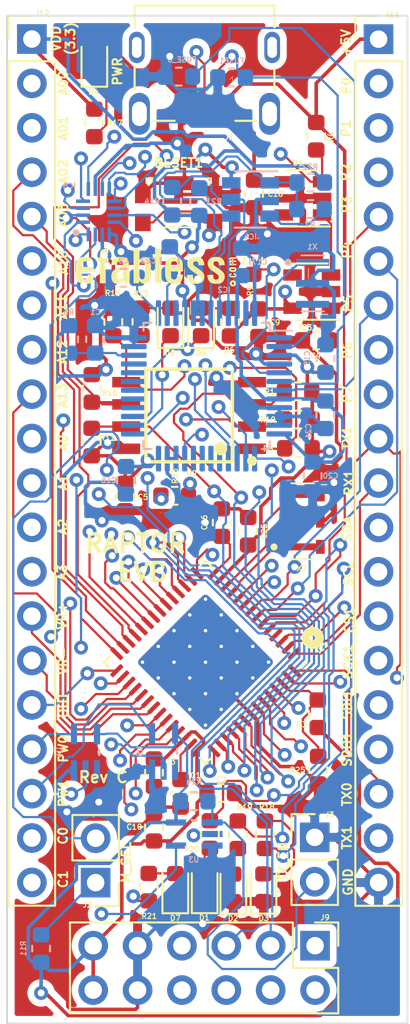
<source format=kicad_pcb>
(kicad_pcb (version 20171130) (host pcbnew "(5.1.5-0-10_14)")
  (layers (0 Top signal) (1 Route2 signal hide) (2 Route15 signal hide) (31 Bottom signal hide) (34 B.Paste user hide) (35 F.Paste user hide) (36 B.SilkS user hide) (37 F.SilkS user hide) (38 B.Mask user hide) (39 F.Mask user hide) (44 Edge.Cuts user))
  (net 0 "")
  (net 1 GND)
  (net 2 "Net-(C1-Pad1)")
  (net 3 "Net-(C8-Pad2)")
  (net 4 "Net-(C11-Pad1)")
  (net 5 "Net-(C22-Pad2)")
  (net 6 "Net-(C26-Pad1)")
  (net 7 "Net-(FUSE1-Pad2)")
  (net 8 "Net-(FUSE_0-Pad2)")
  (net 9 /TX0)
  (net 10 /RX0)
  (net 11 "Net-(IC1-Pad54)")
  (net 12 /PWM0)
  (net 13 /PWM1)
  (net 14 /SDA)
  (net 15 /SCL)
  (net 16 /RAPTOR_D0)
  (net 17 /RAPTOR_D1)
  (net 18 /RAPTOR_D2)
  (net 19 /RAPTOR_D3)
  (net 20 /RAPTOR_SCK)
  (net 21 /RAPTOR_CS)
  (net 22 /MSI1)
  (net 23 /MSO1)
  (net 24 /MCS1)
  (net 25 /MSCK1)
  (net 26 /VREF-)
  (net 27 /A13)
  (net 28 /A12)
  (net 29 /A11)
  (net 30 /A10)
  (net 31 /AOUT)
  (net 32 /A00)
  (net 33 /A01)
  (net 34 /A02)
  (net 35 /A03)
  (net 36 /A0)
  (net 37 /A1)
  (net 38 /A2)
  (net 39 /A3)
  (net 40 /C0)
  (net 41 /C1)
  (net 42 /MSI0)
  (net 43 /MSO0)
  (net 44 /CS0)
  (net 45 /SCK0)
  (net 46 /P7)
  (net 47 /P6)
  (net 48 /P5)
  (net 49 /P4)
  (net 50 /P3)
  (net 51 /P2)
  (net 52 /P1)
  (net 53 /P0)
  (net 54 /TX1)
  (net 55 /RX1)
  (net 56 "Net-(IC2-Pad1)")
  (net 57 "Net-(IC2-Pad5)")
  (net 58 /USB_SCK_TXD)
  (net 59 /USB_SO_RXD)
  (net 60 /USB_SI)
  (net 61 /USB_CS)
  (net 62 "Net-(IC2-Pad17)")
  (net 63 "Net-(IC2-Pad18)")
  (net 64 "Net-(IC2-Pad19)")
  (net 65 "Net-(IC2-Pad20)")
  (net 66 "Net-(IC2-Pad28)")
  (net 67 "Net-(IC2-Pad29)")
  (net 68 "Net-(IC2-Pad30)")
  (net 69 "Net-(IC2-Pad31)")
  (net 70 "Net-(IC2-Pad43)")
  (net 71 "Net-(IC2-Pad44)")
  (net 72 "Net-(IC2-Pad45)")
  (net 73 "Net-(IC3-Pad3)")
  (net 74 "Net-(IC3-Pad4)")
  (net 75 "Net-(IC4-Pad3)")
  (net 76 "Net-(J1-Pad4)")
  (net 77 "Net-(J1-PadSHELL)")
  (net 78 /VREF+)
  (net 79 "Net-(R4-Pad1)")
  (net 80 "Net-(D1-Pad2)")
  (net 81 "Net-(D2-Pad2)")
  (net 82 "Net-(D3-Pad2)")
  (net 83 "Net-(D4-Pad2)")
  (net 84 "Net-(D5-Pad2)")
  (net 85 "Net-(D5-Pad1)")
  (net 86 "Net-(D6-Pad2)")
  (net 87 "Net-(D6-Pad1)")
  (net 88 "Net-(D7-Pad2)")
  (net 89 "Net-(IC1-Pad12)")
  (net 90 "Net-(IC1-Pad11)")
  (net 91 "Net-(IC2-Pad2)")
  (net 92 /MEM_SCK)
  (net 93 /MEM_SI)
  (net 94 /MEM_SO)
  (net 95 /MEM_CS)
  (net 96 "Net-(J2-Pad1)")
  (net 97 +5V)
  (net 98 VDD)
  (net 99 /TMUX_SEL)
  (net 100 /TXD_EN)
  (net 101 "Net-(U1-Pad5)")
  (net 102 "Net-(IC2-Pad32)")
  (net 103 "Net-(IC2-Pad33)")
  (net 104 /PWM0_LV)
  (net 105 /PWM1_LV)
  (net 106 "Net-(U4-Pad1)")
  (net 107 "Net-(U5-Pad1)")
  (module "parts and footprints:629105150521" (layer Top) (at 148.29 88.6 180)
    (fp_text reference J1 (at -1.4176 -2.3828 180) (layer F.SilkS) (effects (font (size 0.3048 0.3048) (thickness 0.0635))))
    (fp_text value USB)
    (fp_text user 1 (at -1.6 0.75) (layer F.SilkS) (effects (font (size 0.64 0.64) (thickness 0.015))))
    (fp_text user 1 (at -1.6 0.75) (layer F.SilkS) (effects (font (size 0.64 0.64) (thickness 0.015))))
    (pad None np_thru_hole circle (at 2.5 0 180) (size 0.8 0.8) (drill 0.8) (layers *.Cu *.Mask))
    (pad None np_thru_hole circle (at -2.5 0 180) (size 0.8 0.8) (drill 0.8) (layers *.Cu *.Mask))
    (pad SHELL3 thru_hole oval (at 3.875 2.75 180) (size 0.9 1.8) (drill oval 0.55 1.2) (layers *.Cu *.Mask) (net 77 "Net-(J1-PadSHELL)"))
    (pad SHELL2 thru_hole oval (at -3.875 2.75 180) (size 0.9 1.8) (drill oval 0.55 1.2) (layers *.Cu *.Mask) (net 77 "Net-(J1-PadSHELL)"))
    (pad SHELL1 thru_hole oval (at 3.725 -1.05 180) (size 1.2 2.4) (drill oval 0.85 1.4) (layers *.Cu *.Mask) (net 77 "Net-(J1-PadSHELL)"))
    (pad SHELL thru_hole oval (at -3.725 -1.05 180) (size 1.2 2.4) (drill oval 0.85 1.4) (layers *.Cu *.Mask) (net 77 "Net-(J1-PadSHELL)"))
    (pad 5 smd rect (at 1.3 -1.05 180) (size 0.45 1.3) (layers Top F.Paste F.Mask) (net 1 GND))
    (pad 4 smd rect (at 0.65 -1.05 180) (size 0.45 1.3) (layers Top F.Paste F.Mask) (net 76 "Net-(J1-Pad4)"))
    (pad 3 smd rect (at 0 -1.05 180) (size 0.45 1.3) (layers Top F.Paste F.Mask) (net 8 "Net-(FUSE_0-Pad2)"))
    (pad 2 smd rect (at -0.65 -1.05 180) (size 0.45 1.3) (layers Top F.Paste F.Mask) (net 7 "Net-(FUSE1-Pad2)"))
    (pad 1 smd rect (at -1.3 -1.05 180) (size 0.45 1.3) (layers Top F.Paste F.Mask) (net 97 +5V))
  )
  (module "parts and footprints:CSTCR6M25G55BR0" (layer Top) (at 153.8732 112.9284 270)
    (fp_text reference X2 (at 2.7432 0.01824 180) (layer F.SilkS) (effects (font (size 0.3048 0.3048) (thickness 0.0635))))
    (fp_text value CSTCR6M25G55B-R0 hide)
    (pad 2 smd custom (at 0 0 270) (size 0.4 1.6) (layers Top F.Paste F.Mask) (net 1 GND) (options (clearance outline) (anchor rect)) (primitives (gr_poly (pts (xy -0.4 -0.8) (xy 0.4 -0.8) (xy 0.4 -1.3) (xy -0.4 -1.3)) (width 0)) (gr_poly (pts (xy -0.4 1.3) (xy 0.4 1.3) (xy 0.4 0.8) (xy -0.4 0.8)) (width 0))))
    (pad 1 smd custom (at 1.5 0 270) (size 0.4 1.6) (layers Top F.Paste F.Mask) (net 90 "Net-(IC1-Pad11)") (options (clearance outline) (anchor rect)) (primitives (gr_poly (pts (xy -0.4 -0.8) (xy 0.4 -0.8) (xy 0.4 -1.3) (xy -0.4 -1.3)) (width 0)) (gr_poly (pts (xy -0.4 1.3) (xy 0.4 1.3) (xy 0.4 0.8) (xy -0.4 0.8)) (width 0))))
    (pad 3 smd custom (at -1.5 0 270) (size 0.4 1.6) (layers Top F.Paste F.Mask) (net 89 "Net-(IC1-Pad12)") (options (clearance outline) (anchor rect)) (primitives (gr_poly (pts (xy -0.4 -0.8) (xy 0.4 -0.8) (xy 0.4 -1.3) (xy -0.4 -1.3)) (width 0)) (gr_poly (pts (xy -0.4 1.3) (xy 0.4 1.3) (xy 0.4 0.8) (xy -0.4 0.8)) (width 0))))
  )
  (module "parts and footprints:CSTNE12M0GH5L000R0" (layer Bottom) (at 154.48 99.35 90)
    (fp_text reference X1 (at 2.09604 -0.01824) (layer B.SilkS) (effects (font (size 0.3048 0.3048) (thickness 0.0635)) (justify mirror)))
    (fp_text value CSTNE12M0GH5L000R0 hide)
    (pad 1 smd rect (at 1.2 0 90) (size 0.4 1.9) (layers Bottom B.Paste B.Mask) (net 56 "Net-(IC2-Pad1)"))
    (pad 2 smd rect (at 0 0 90) (size 0.4 1.9) (layers Bottom B.Paste B.Mask) (net 1 GND))
    (pad 3 smd rect (at -1.2 0 90) (size 0.4 1.9) (layers Bottom B.Paste B.Mask) (net 91 "Net-(IC2-Pad2)"))
  )
  (module Package_DFN_QFN:QFN-56-1EP_8x8mm_P0.5mm_EP5.6x5.6mm_ThermalVias (layer Top) (at 148.3486 121.0261 225)
    (fp_text reference IC1 (at -5.717029 -4.323039 45) (layer F.SilkS) (effects (font (size 0.3048 0.3048) (thickness 0.0635)) (justify right bottom)))
    (fp_text value RAPTORQFN56)
    (pad 56 smd roundrect (at -3.25 -3.9375 225) (size 0.25 0.875) (layers Top F.Paste F.Mask) (net 9 /TX0))
    (pad 55 smd roundrect (at -2.75 -3.9375 225) (size 0.25 0.875) (layers Top F.Paste F.Mask) (net 10 /RX0))
    (pad 54 smd roundrect (at -2.25 -3.9375 225) (size 0.25 0.875) (layers Top F.Paste F.Mask) (net 11 "Net-(IC1-Pad54)"))
    (pad 53 smd roundrect (at -1.75 -3.9375 225) (size 0.25 0.875) (layers Top F.Paste F.Mask) (net 12 /PWM0))
    (pad 52 smd roundrect (at -1.25 -3.9375 225) (size 0.25 0.875) (layers Top F.Paste F.Mask) (net 13 /PWM1))
    (pad 51 smd roundrect (at -0.75 -3.9375 225) (size 0.25 0.875) (layers Top F.Paste F.Mask) (net 14 /SDA))
    (pad 50 smd roundrect (at -0.25 -3.9375 225) (size 0.25 0.875) (layers Top F.Paste F.Mask) (net 15 /SCL))
    (pad 49 smd roundrect (at 0.25 -3.9375 225) (size 0.25 0.875) (layers Top F.Paste F.Mask) (net 1 GND))
    (pad 48 smd roundrect (at 0.75 -3.9375 225) (size 0.25 0.875) (layers Top F.Paste F.Mask) (net 16 /RAPTOR_D0))
    (pad 47 smd roundrect (at 1.25 -3.9375 225) (size 0.25 0.875) (layers Top F.Paste F.Mask) (net 17 /RAPTOR_D1))
    (pad 46 smd roundrect (at 1.75 -3.9375 225) (size 0.25 0.875) (layers Top F.Paste F.Mask) (net 18 /RAPTOR_D2))
    (pad 45 smd roundrect (at 2.25 -3.9375 225) (size 0.25 0.875) (layers Top F.Paste F.Mask) (net 19 /RAPTOR_D3))
    (pad 44 smd roundrect (at 2.75 -3.9375 225) (size 0.25 0.875) (layers Top F.Paste F.Mask) (net 20 /RAPTOR_SCK))
    (pad 43 smd roundrect (at 3.25 -3.9375 225) (size 0.25 0.875) (layers Top F.Paste F.Mask) (net 21 /RAPTOR_CS))
    (pad 42 smd roundrect (at 3.9375 -3.25 225) (size 0.875 0.25) (layers Top F.Paste F.Mask) (net 98 VDD))
    (pad 41 smd roundrect (at 3.9375 -2.75 225) (size 0.875 0.25) (layers Top F.Paste F.Mask) (net 4 "Net-(C11-Pad1)"))
    (pad 40 smd roundrect (at 3.9375 -2.25 225) (size 0.875 0.25) (layers Top F.Paste F.Mask) (net 98 VDD))
    (pad 39 smd roundrect (at 3.9375 -1.75 225) (size 0.875 0.25) (layers Top F.Paste F.Mask) (net 22 /MSI1))
    (pad 38 smd roundrect (at 3.9375 -1.25 225) (size 0.875 0.25) (layers Top F.Paste F.Mask) (net 23 /MSO1))
    (pad 37 smd roundrect (at 3.9375 -0.75 225) (size 0.875 0.25) (layers Top F.Paste F.Mask) (net 24 /MCS1))
    (pad 36 smd roundrect (at 3.9375 -0.25 225) (size 0.875 0.25) (layers Top F.Paste F.Mask) (net 25 /MSCK1))
    (pad 35 smd roundrect (at 3.9375 0.25 225) (size 0.875 0.25) (layers Top F.Paste F.Mask) (net 26 /VREF-))
    (pad 34 smd roundrect (at 3.9375 0.75 225) (size 0.875 0.25) (layers Top F.Paste F.Mask) (net 78 /VREF+))
    (pad 33 smd roundrect (at 3.9375 1.25 225) (size 0.875 0.25) (layers Top F.Paste F.Mask) (net 27 /A13))
    (pad 32 smd roundrect (at 3.9375 1.75 225) (size 0.875 0.25) (layers Top F.Paste F.Mask) (net 28 /A12))
    (pad 31 smd roundrect (at 3.9375 2.25 225) (size 0.875 0.25) (layers Top F.Paste F.Mask) (net 29 /A11))
    (pad 30 smd roundrect (at 3.9375 2.75 225) (size 0.875 0.25) (layers Top F.Paste F.Mask) (net 30 /A10))
    (pad 29 smd roundrect (at 3.9375 3.25 225) (size 0.875 0.25) (layers Top F.Paste F.Mask) (net 31 /AOUT))
    (pad 28 smd roundrect (at 3.25 3.9375 225) (size 0.25 0.875) (layers Top F.Paste F.Mask) (net 32 /A00))
    (pad 27 smd roundrect (at 2.75 3.9375 225) (size 0.25 0.875) (layers Top F.Paste F.Mask) (net 33 /A01))
    (pad 26 smd roundrect (at 2.25 3.9375 225) (size 0.25 0.875) (layers Top F.Paste F.Mask) (net 34 /A02))
    (pad 25 smd roundrect (at 1.75 3.9375 225) (size 0.25 0.875) (layers Top F.Paste F.Mask) (net 35 /A03))
    (pad 24 smd roundrect (at 1.25 3.9375 225) (size 0.25 0.875) (layers Top F.Paste F.Mask) (net 36 /A0))
    (pad 23 smd roundrect (at 0.75 3.9375 225) (size 0.25 0.875) (layers Top F.Paste F.Mask) (net 37 /A1))
    (pad 22 smd roundrect (at 0.25 3.9375 225) (size 0.25 0.875) (layers Top F.Paste F.Mask) (net 38 /A2))
    (pad 21 smd roundrect (at -0.25 3.9375 225) (size 0.25 0.875) (layers Top F.Paste F.Mask) (net 39 /A3))
    (pad 20 smd roundrect (at -0.75 3.9375 225) (size 0.25 0.875) (layers Top F.Paste F.Mask) (net 40 /C0))
    (pad 19 smd roundrect (at -1.25 3.9375 225) (size 0.25 0.875) (layers Top F.Paste F.Mask) (net 41 /C1))
    (pad 18 smd roundrect (at -1.75 3.9375 225) (size 0.25 0.875) (layers Top F.Paste F.Mask) (net 42 /MSI0))
    (pad 17 smd roundrect (at -2.25 3.9375 225) (size 0.25 0.875) (layers Top F.Paste F.Mask) (net 43 /MSO0))
    (pad 16 smd roundrect (at -2.75 3.9375 225) (size 0.25 0.875) (layers Top F.Paste F.Mask) (net 44 /CS0))
    (pad 15 smd roundrect (at -3.25 3.9375 225) (size 0.25 0.875) (layers Top F.Paste F.Mask) (net 45 /SCK0))
    (pad 14 smd roundrect (at -3.9375 3.25 225) (size 0.875 0.25) (layers Top F.Paste F.Mask) (net 6 "Net-(C26-Pad1)"))
    (pad 13 smd roundrect (at -3.9375 2.75 225) (size 0.875 0.25) (layers Top F.Paste F.Mask) (net 98 VDD))
    (pad 12 smd roundrect (at -3.9375 2.25 225) (size 0.875 0.25) (layers Top F.Paste F.Mask) (net 89 "Net-(IC1-Pad12)"))
    (pad 11 smd roundrect (at -3.9375 1.75 225) (size 0.875 0.25) (layers Top F.Paste F.Mask) (net 90 "Net-(IC1-Pad11)"))
    (pad 10 smd roundrect (at -3.9375 1.25 225) (size 0.875 0.25) (layers Top F.Paste F.Mask) (net 46 /P7))
    (pad 9 smd roundrect (at -3.9375 0.75 225) (size 0.875 0.25) (layers Top F.Paste F.Mask) (net 47 /P6))
    (pad 8 smd roundrect (at -3.9375 0.25 225) (size 0.875 0.25) (layers Top F.Paste F.Mask) (net 48 /P5))
    (pad 7 smd roundrect (at -3.9375 -0.25 225) (size 0.875 0.25) (layers Top F.Paste F.Mask) (net 49 /P4))
    (pad 6 smd roundrect (at -3.9375 -0.75 225) (size 0.875 0.25) (layers Top F.Paste F.Mask) (net 50 /P3))
    (pad 5 smd roundrect (at -3.9375 -1.25 225) (size 0.875 0.25) (layers Top F.Paste F.Mask) (net 51 /P2))
    (pad 4 smd roundrect (at -3.9375 -1.75 225) (size 0.875 0.25) (layers Top F.Paste F.Mask) (net 52 /P1))
    (pad 3 smd roundrect (at -3.9375 -2.25 225) (size 0.875 0.25) (layers Top F.Paste F.Mask) (net 53 /P0))
    (pad 2 smd roundrect (at -3.9375 -2.75 225) (size 0.875 0.25) (layers Top F.Paste F.Mask) (net 54 /TX1))
    (pad 1 smd roundrect (at -3.9375 -3.25 225) (size 0.875 0.25) (layers Top F.Paste F.Mask) (net 55 /RX1))
    (pad 57 smd roundrect (at 0 0 225) (size 5.6 5.6) (layers Bottom) (roundrect_rratio 0.045) (net 1 GND))
    (pad 57 thru_hole circle (at 2.55 2.55 225) (size 0.5 0.5) (drill 0.2) (layers *.Cu) (net 1 GND))
    (pad 57 thru_hole circle (at 1.275 2.55 225) (size 0.5 0.5) (drill 0.2) (layers *.Cu) (net 1 GND))
    (pad 57 thru_hole circle (at 0 2.55 225) (size 0.5 0.5) (drill 0.2) (layers *.Cu) (net 1 GND))
    (pad 57 thru_hole circle (at -1.275 2.55 225) (size 0.5 0.5) (drill 0.2) (layers *.Cu) (net 1 GND))
    (pad 57 thru_hole circle (at -2.55 2.55 225) (size 0.5 0.5) (drill 0.2) (layers *.Cu) (net 1 GND))
    (pad 57 thru_hole circle (at 2.55 1.275 225) (size 0.5 0.5) (drill 0.2) (layers *.Cu) (net 1 GND))
    (pad 57 thru_hole circle (at 1.275 1.275 225) (size 0.5 0.5) (drill 0.2) (layers *.Cu) (net 1 GND))
    (pad 57 thru_hole circle (at 0 1.275 225) (size 0.5 0.5) (drill 0.2) (layers *.Cu) (net 1 GND))
    (pad 57 thru_hole circle (at -1.275 1.275 225) (size 0.5 0.5) (drill 0.2) (layers *.Cu) (net 1 GND))
    (pad 57 thru_hole circle (at -2.55 1.275 225) (size 0.5 0.5) (drill 0.2) (layers *.Cu) (net 1 GND))
    (pad 57 thru_hole circle (at 2.55 0 225) (size 0.5 0.5) (drill 0.2) (layers *.Cu) (net 1 GND))
    (pad 57 thru_hole circle (at 1.275 0 225) (size 0.5 0.5) (drill 0.2) (layers *.Cu) (net 1 GND))
    (pad 57 thru_hole circle (at 0 0 225) (size 0.5 0.5) (drill 0.2) (layers *.Cu) (net 1 GND))
    (pad 57 thru_hole circle (at -1.275 0 225) (size 0.5 0.5) (drill 0.2) (layers *.Cu) (net 1 GND))
    (pad 57 thru_hole circle (at -2.55 0 225) (size 0.5 0.5) (drill 0.2) (layers *.Cu) (net 1 GND))
    (pad 57 thru_hole circle (at 2.55 -1.275 225) (size 0.5 0.5) (drill 0.2) (layers *.Cu) (net 1 GND))
    (pad 57 thru_hole circle (at 1.275 -1.275 225) (size 0.5 0.5) (drill 0.2) (layers *.Cu) (net 1 GND))
    (pad 57 thru_hole circle (at 0 -1.275 225) (size 0.5 0.5) (drill 0.2) (layers *.Cu) (net 1 GND))
    (pad 57 thru_hole circle (at -1.275 -1.275 225) (size 0.5 0.5) (drill 0.2) (layers *.Cu) (net 1 GND))
    (pad 57 thru_hole circle (at -2.55 -1.275 225) (size 0.5 0.5) (drill 0.2) (layers *.Cu) (net 1 GND))
    (pad 57 thru_hole circle (at 2.55 -2.55 225) (size 0.5 0.5) (drill 0.2) (layers *.Cu) (net 1 GND))
    (pad 57 thru_hole circle (at 1.275 -2.55 225) (size 0.5 0.5) (drill 0.2) (layers *.Cu) (net 1 GND))
    (pad 57 thru_hole circle (at 0 -2.55 225) (size 0.5 0.5) (drill 0.2) (layers *.Cu) (net 1 GND))
    (pad 57 thru_hole circle (at -1.275 -2.55 225) (size 0.5 0.5) (drill 0.2) (layers *.Cu) (net 1 GND))
    (pad 57 thru_hole circle (at -2.55 -2.55 225) (size 0.5 0.5) (drill 0.2) (layers *.Cu) (net 1 GND))
    (pad 57 smd roundrect (at 0 0 225) (size 5.6 5.6) (layers Top F.Mask) (roundrect_rratio 0.045) (net 1 GND))
  )
  (module "parts and footprints:SOT65P210X110-5N" (layer Bottom) (at 145.9484 126.1364 90)
    (fp_text reference U5 (at 0 -1.3716 270) (layer B.SilkS) (effects (font (size 0.3048 0.3048) (thickness 0.0635)) (justify mirror)))
    (fp_text value SN74LV1T34DCKR)
    (pad 1 smd rect (at -1.0414 0.6604 90) (size 1.1684 0.3556) (layers Bottom B.Paste B.Mask) (net 107 "Net-(U5-Pad1)"))
    (pad 2 smd rect (at -1.0414 0 90) (size 1.1684 0.3556) (layers Bottom B.Paste B.Mask) (net 13 /PWM1))
    (pad 3 smd rect (at -1.0414 -0.6604 90) (size 1.1684 0.3556) (layers Bottom B.Paste B.Mask) (net 1 GND))
    (pad 4 smd rect (at 1.0414 -0.6604 90) (size 1.1684 0.3556) (layers Bottom B.Paste B.Mask) (net 105 /PWM1_LV))
    (pad 5 smd rect (at 1.0414 0.6604 90) (size 1.1684 0.3556) (layers Bottom B.Paste B.Mask) (net 98 VDD))
  )
  (module "parts and footprints:SOT65P210X110-5N" (layer Bottom) (at 141.478 126.1872 90)
    (fp_text reference U4 (at 0 -1.4732 270) (layer B.SilkS) (effects (font (size 0.3048 0.3048) (thickness 0.0635)) (justify mirror)))
    (fp_text value SN74LV1T34DCKR)
    (pad 1 smd rect (at -1.0414 0.6604 90) (size 1.1684 0.3556) (layers Bottom B.Paste B.Mask) (net 106 "Net-(U4-Pad1)"))
    (pad 2 smd rect (at -1.0414 0 90) (size 1.1684 0.3556) (layers Bottom B.Paste B.Mask) (net 12 /PWM0))
    (pad 3 smd rect (at -1.0414 -0.6604 90) (size 1.1684 0.3556) (layers Bottom B.Paste B.Mask) (net 1 GND))
    (pad 4 smd rect (at 1.0414 -0.6604 90) (size 1.1684 0.3556) (layers Bottom B.Paste B.Mask) (net 104 /PWM0_LV))
    (pad 5 smd rect (at 1.0414 0.6604 90) (size 1.1684 0.3556) (layers Bottom B.Paste B.Mask) (net 98 VDD))
  )
  (module Connector_PinHeader_2.54mm:PinHeader_1x20_P2.54mm_Vertical (layer Top) (at 138.41 85.37)
    (fp_text reference J12 (at 0.5874 -1.4701) (layer F.SilkS) (effects (font (size 0.3048 0.3048) (thickness 0.0635))))
    (fp_text value CONN_20)
    (pad 1 thru_hole rect (at 0 0) (size 1.7 1.7) (drill 1) (layers *.Cu *.Mask) (net 98 VDD))
    (pad 2 thru_hole oval (at 0 2.54) (size 1.7 1.7) (drill 1) (layers *.Cu *.Mask) (net 32 /A00))
    (pad 3 thru_hole oval (at 0 5.08) (size 1.7 1.7) (drill 1) (layers *.Cu *.Mask) (net 33 /A01))
    (pad 4 thru_hole oval (at 0 7.62) (size 1.7 1.7) (drill 1) (layers *.Cu *.Mask) (net 34 /A02))
    (pad 5 thru_hole oval (at 0 10.16) (size 1.7 1.7) (drill 1) (layers *.Cu *.Mask) (net 35 /A03))
    (pad 6 thru_hole oval (at 0 12.7) (size 1.7 1.7) (drill 1) (layers *.Cu *.Mask) (net 30 /A10))
    (pad 7 thru_hole oval (at 0 15.24) (size 1.7 1.7) (drill 1) (layers *.Cu *.Mask) (net 29 /A11))
    (pad 8 thru_hole oval (at 0 17.78) (size 1.7 1.7) (drill 1) (layers *.Cu *.Mask) (net 28 /A12))
    (pad 9 thru_hole oval (at 0 20.32) (size 1.7 1.7) (drill 1) (layers *.Cu *.Mask) (net 27 /A13))
    (pad 10 thru_hole oval (at 0 22.86) (size 1.7 1.7) (drill 1) (layers *.Cu *.Mask) (net 36 /A0))
    (pad 11 thru_hole oval (at 0 25.4) (size 1.7 1.7) (drill 1) (layers *.Cu *.Mask) (net 37 /A1))
    (pad 12 thru_hole oval (at 0 27.94) (size 1.7 1.7) (drill 1) (layers *.Cu *.Mask) (net 38 /A2))
    (pad 13 thru_hole oval (at 0 30.48) (size 1.7 1.7) (drill 1) (layers *.Cu *.Mask) (net 39 /A3))
    (pad 14 thru_hole oval (at 0 33.02) (size 1.7 1.7) (drill 1) (layers *.Cu *.Mask) (net 78 /VREF+))
    (pad 15 thru_hole oval (at 0 35.56) (size 1.7 1.7) (drill 1) (layers *.Cu *.Mask) (net 26 /VREF-))
    (pad 16 thru_hole oval (at 0 38.1) (size 1.7 1.7) (drill 1) (layers *.Cu *.Mask) (net 31 /AOUT))
    (pad 17 thru_hole oval (at 0 40.64) (size 1.7 1.7) (drill 1) (layers *.Cu *.Mask) (net 104 /PWM0_LV))
    (pad 18 thru_hole oval (at 0 43.18) (size 1.7 1.7) (drill 1) (layers *.Cu *.Mask) (net 105 /PWM1_LV))
    (pad 19 thru_hole oval (at 0 45.72) (size 1.7 1.7) (drill 1) (layers *.Cu *.Mask) (net 40 /C0))
    (pad 20 thru_hole oval (at 0 48.26) (size 1.7 1.7) (drill 1) (layers *.Cu *.Mask) (net 41 /C1))
  )
  (module raptor-KiCadVersion:logo (layer Top) (at 145.4404 98.4504)
    (fp_text reference G1 hide)
    (fp_text value LOGO hide)
  )
  (module Resistor_SMD:R_0603_1608Metric (layer Top) (at 144.682 101.55 90)
    (fp_text reference R13 (at 1.6 -0.042 180) (layer F.SilkS) (effects (font (size 0.3048 0.3048) (thickness 0.0635))))
    (fp_text value 150)
    (pad 1 smd roundrect (at -0.7875 0 90) (size 0.875 0.95) (layers Top F.Paste F.Mask) (net 98 VDD))
    (pad 2 smd roundrect (at 0.7875 0 90) (size 0.875 0.95) (layers Top F.Paste F.Mask) (net 86 "Net-(D6-Pad2)"))
  )
  (module Capacitor_SMD:C_0603_1608Metric (layer Top) (at 145.4 130.47 90)
    (fp_text reference C10 (at 0.0156 -1.128 180) (layer F.SilkS) (effects (font (size 0.3048 0.3048) (thickness 0.0635))))
    (fp_text value 0.1uf)
    (pad 2 smd roundrect (at 0.7875 0 90) (size 0.875 0.95) (layers Top F.Paste F.Mask) (net 1 GND))
    (pad 1 smd roundrect (at -0.7875 0 90) (size 0.875 0.95) (layers Top F.Paste F.Mask) (net 98 VDD))
  )
  (module "parts and footprints:SOIC127P790X216-8N" (layer Top) (at 147.41 106.91 180)
    (fp_text reference U2 (at -0.15 -3.33) (layer F.SilkS) (effects (font (size 0.3048 0.3048) (thickness 0.0635))))
    (fp_text value W25Q32FV)
    (pad 8 smd rect (at 3.6 -1.905 180) (size 1.6 0.6) (layers Top F.Paste F.Mask) (net 98 VDD))
    (pad 7 smd rect (at 3.6 -0.635 180) (size 1.6 0.6) (layers Top F.Paste F.Mask) (net 19 /RAPTOR_D3))
    (pad 6 smd rect (at 3.6 0.635 180) (size 1.6 0.6) (layers Top F.Paste F.Mask) (net 92 /MEM_SCK))
    (pad 5 smd rect (at 3.6 1.905 180) (size 1.6 0.6) (layers Top F.Paste F.Mask) (net 93 /MEM_SI))
    (pad 4 smd rect (at -3.6 1.905 180) (size 1.6 0.6) (layers Top F.Paste F.Mask) (net 1 GND))
    (pad 3 smd rect (at -3.6 0.635 180) (size 1.6 0.6) (layers Top F.Paste F.Mask) (net 18 /RAPTOR_D2))
    (pad 2 smd rect (at -3.6 -0.635 180) (size 1.6 0.6) (layers Top F.Paste F.Mask) (net 94 /MEM_SO))
    (pad 1 smd rect (at -3.6 -1.905 180) (size 1.6 0.6) (layers Top F.Paste F.Mask) (net 95 /MEM_CS))
  )
  (module "parts and footprints:SOT65P210X110-5N" (layer Bottom) (at 147.701 130.8608 180)
    (fp_text reference U3 (at 0.0254 -1.4732) (layer B.SilkS) (effects (font (size 0.3048 0.3048) (thickness 0.0635)) (justify mirror)))
    (fp_text value SN74LVC1G125DCKR)
    (pad 5 smd rect (at 1.0414 0.6604 180) (size 1.1684 0.3556) (layers Bottom B.Paste B.Mask) (net 98 VDD))
    (pad 4 smd rect (at 1.0414 -0.6604 180) (size 1.1684 0.3556) (layers Bottom B.Paste B.Mask) (net 59 /USB_SO_RXD))
    (pad 3 smd rect (at -1.0414 -0.6604 180) (size 1.1684 0.3556) (layers Bottom B.Paste B.Mask) (net 1 GND))
    (pad 2 smd rect (at -1.0414 0 180) (size 1.1684 0.3556) (layers Bottom B.Paste B.Mask) (net 9 /TX0))
    (pad 1 smd rect (at -1.0414 0.6604 180) (size 1.1684 0.3556) (layers Bottom B.Paste B.Mask) (net 100 /TXD_EN))
  )
  (module Resistor_SMD:R_0603_1608Metric (layer Top) (at 154.8 127.2 90)
    (fp_text reference R25 (at 0 -1.1808 180) (layer F.SilkS) (effects (font (size 0.3048 0.3048) (thickness 0.0635))))
    (fp_text value 0)
    (pad 2 smd roundrect (at 0.7875 0 90) (size 0.875 0.95) (layers Top F.Paste F.Mask) (net 11 "Net-(IC1-Pad54)"))
    (pad 1 smd roundrect (at -0.7875 0 90) (size 0.875 0.95) (layers Top F.Paste F.Mask) (net 1 GND))
  )
  (module Resistor_SMD:R_0603_1608Metric (layer Bottom) (at 147.7009 128.9812 180)
    (fp_text reference R24 (at 0 1.1176) (layer B.SilkS) (effects (font (size 0.3048 0.3048) (thickness 0.0635)) (justify mirror)))
    (fp_text value 10K)
    (pad 2 smd roundrect (at 0.7875 0 180) (size 0.875 0.95) (layers Bottom B.Paste B.Mask) (net 98 VDD))
    (pad 1 smd roundrect (at -0.7875 0 180) (size 0.875 0.95) (layers Bottom B.Paste B.Mask) (net 100 /TXD_EN))
  )
  (module Resistor_SMD:R_0603_1608Metric (layer Top) (at 146.5835 111.506 180)
    (fp_text reference R23 (at -0.02 1.13 270) (layer F.SilkS) (effects (font (size 0.3048 0.3048) (thickness 0.0635))))
    (fp_text value 0)
    (pad 2 smd roundrect (at 0.7875 0 180) (size 0.875 0.95) (layers Top F.Paste F.Mask) (net 10 /RX0))
    (pad 1 smd roundrect (at -0.7875 0 180) (size 0.875 0.95) (layers Top F.Paste F.Mask) (net 58 /USB_SCK_TXD))
  )
  (module Connector_PinHeader_2.54mm:PinHeader_1x02_P2.54mm_Vertical (layer Top) (at 154.6 131.05)
    (fp_text reference J3 (at 0.86 -1.29) (layer F.SilkS) (effects (font (size 0.3048 0.3048) (thickness 0.0635))))
    (fp_text value Conn_01x02_Male)
    (pad 2 thru_hole oval (at 0 2.54) (size 1.7 1.7) (drill 1) (layers *.Cu *.Mask) (net 100 /TXD_EN))
    (pad 1 thru_hole rect (at 0 0) (size 1.7 1.7) (drill 1) (layers *.Cu *.Mask) (net 1 GND))
  )
  (module Connector_PinHeader_2.54mm:PinHeader_2x06_P2.54mm_Vertical (layer Top) (at 154.62 137.25 270)
    (fp_text reference J9 (at -1.61 -0.57 180) (layer F.SilkS) (effects (font (size 0.3048 0.3048) (thickness 0.0635))))
    (fp_text value "2X6 FEMALE")
    (pad 1 thru_hole rect (at 0 0 270) (size 1.7 1.7) (drill 1) (layers *.Cu *.Mask) (net 44 /CS0))
    (pad 2 thru_hole oval (at 2.54 0 270) (size 1.7 1.7) (drill 1) (layers *.Cu *.Mask) (net 53 /P0))
    (pad 3 thru_hole oval (at 0 2.54 270) (size 1.7 1.7) (drill 1) (layers *.Cu *.Mask) (net 43 /MSO0))
    (pad 4 thru_hole oval (at 2.54 2.54 270) (size 1.7 1.7) (drill 1) (layers *.Cu *.Mask) (net 52 /P1))
    (pad 5 thru_hole oval (at 0 5.08 270) (size 1.7 1.7) (drill 1) (layers *.Cu *.Mask) (net 42 /MSI0))
    (pad 6 thru_hole oval (at 2.54 5.08 270) (size 1.7 1.7) (drill 1) (layers *.Cu *.Mask) (net 15 /SCL))
    (pad 7 thru_hole oval (at 0 7.62 270) (size 1.7 1.7) (drill 1) (layers *.Cu *.Mask) (net 45 /SCK0))
    (pad 8 thru_hole oval (at 2.54 7.62 270) (size 1.7 1.7) (drill 1) (layers *.Cu *.Mask) (net 14 /SDA))
    (pad 9 thru_hole oval (at 0 10.16 270) (size 1.7 1.7) (drill 1) (layers *.Cu *.Mask) (net 1 GND))
    (pad 10 thru_hole oval (at 2.54 10.16 270) (size 1.7 1.7) (drill 1) (layers *.Cu *.Mask) (net 1 GND))
    (pad 11 thru_hole oval (at 0 12.7 270) (size 1.7 1.7) (drill 1) (layers *.Cu *.Mask) (net 98 VDD))
    (pad 12 thru_hole oval (at 2.54 12.7 270) (size 1.7 1.7) (drill 1) (layers *.Cu *.Mask) (net 98 VDD))
  )
  (module Resistor_SMD:R_0603_1608Metric (layer Bottom) (at 138.938 137.414 270)
    (fp_text reference R11 (at 0 1.016 90) (layer B.SilkS) (effects (font (size 0.3048 0.3048) (thickness 0.0635)) (justify mirror)))
    (fp_text value 10K)
    (pad 2 smd roundrect (at 0.7875 0 270) (size 0.875 0.95) (layers Bottom B.Paste B.Mask) (net 98 VDD))
    (pad 1 smd roundrect (at -0.7875 0 270) (size 0.875 0.95) (layers Bottom B.Paste B.Mask) (net 96 "Net-(J2-Pad1)"))
  )
  (module Resistor_SMD:R_0603_1608Metric (layer Bottom) (at 154.37 93.58 180)
    (fp_text reference R22 (at 0.034 0.894) (layer B.SilkS) (effects (font (size 0.3048 0.3048) (thickness 0.0635)) (justify mirror)))
    (fp_text value 10k)
    (pad 2 smd roundrect (at 0.7875 0 180) (size 0.875 0.95) (layers Bottom B.Paste B.Mask) (net 70 "Net-(IC2-Pad43)"))
    (pad 1 smd roundrect (at -0.7875 0 180) (size 0.875 0.95) (layers Bottom B.Paste B.Mask) (net 98 VDD))
  )
  (module Resistor_SMD:R_0603_1608Metric (layer Top) (at 141.84 105.3625 270)
    (fp_text reference R16 (at 0.26 -1.03) (layer F.SilkS) (effects (font (size 0.3048 0.3048) (thickness 0.0635))))
    (fp_text value 10K)
    (pad 2 smd roundrect (at 0.7875 0 270) (size 0.875 0.95) (layers Top F.Paste F.Mask) (net 92 /MEM_SCK))
    (pad 1 smd roundrect (at -0.7875 0 270) (size 0.875 0.95) (layers Top F.Paste F.Mask) (net 98 VDD))
  )
  (module Resistor_SMD:R_0603_1608Metric (layer Top) (at 143.072 101.56 270)
    (fp_text reference R15 (at -1.65 0.032 180) (layer F.SilkS) (effects (font (size 0.3048 0.3048) (thickness 0.0635))))
    (fp_text value 10K)
    (pad 2 smd roundrect (at 0.7875 0 270) (size 0.875 0.95) (layers Top F.Paste F.Mask) (net 93 /MEM_SI))
    (pad 1 smd roundrect (at -0.7875 0 270) (size 0.875 0.95) (layers Top F.Paste F.Mask) (net 98 VDD))
  )
  (module Resistor_SMD:R_0603_1608Metric (layer Top) (at 153.67 108.79 180)
    (fp_text reference R8 (at 1.73 -0.02) (layer F.SilkS) (effects (font (size 0.3048 0.3048) (thickness 0.0635))))
    (fp_text value 10K)
    (pad 2 smd roundrect (at 0.7875 0 180) (size 0.875 0.95) (layers Top F.Paste F.Mask) (net 95 /MEM_CS))
    (pad 1 smd roundrect (at -0.7875 0 180) (size 0.875 0.95) (layers Top F.Paste F.Mask) (net 98 VDD))
  )
  (module Connector_PinHeader_2.54mm:PinHeader_1x02_P2.54mm_Vertical (layer Top) (at 142.06 133.64 180)
    (fp_text reference J2 (at 0.47 -1.27) (layer F.SilkS) (effects (font (size 0.3048 0.3048) (thickness 0.0635))))
    (fp_text value Conn_01x02_Male)
    (pad 2 thru_hole oval (at 0 2.54 180) (size 1.7 1.7) (drill 1) (layers *.Cu *.Mask) (net 99 /TMUX_SEL))
    (pad 1 thru_hole rect (at 0 0 180) (size 1.7 1.7) (drill 1) (layers *.Cu *.Mask) (net 96 "Net-(J2-Pad1)"))
  )
  (module SamacSys_Parts:QFN40P180X260X55-16N (layer Bottom) (at 142.24 95.25)
    (fp_text reference IC5 (at -1.68148 -1.4732) (layer B.SilkS) (effects (font (size 0.3048 0.3048) (thickness 0.0635)) (justify mirror)))
    (fp_text value TMUX1574RSVR hide)
    (pad 16 smd rect (at -0.6 1.3) (size 0.2 0.8) (layers Bottom B.Paste B.Mask) (net 21 /RAPTOR_CS))
    (pad 15 smd rect (at -0.2 1.3) (size 0.2 0.8) (layers Bottom B.Paste B.Mask) (net 99 /TMUX_SEL))
    (pad 14 smd rect (at 0.2 1.3) (size 0.2 0.8) (layers Bottom B.Paste B.Mask) (net 98 VDD))
    (pad 13 smd rect (at 0.6 1.3) (size 0.2 0.8) (layers Bottom B.Paste B.Mask) (net 1 GND))
    (pad 12 smd rect (at 0.9 0.6 270) (size 0.2 0.8) (layers Bottom B.Paste B.Mask) (net 20 /RAPTOR_SCK))
    (pad 11 smd rect (at 0.9 0.2 270) (size 0.2 0.8) (layers Bottom B.Paste B.Mask) (net 58 /USB_SCK_TXD))
    (pad 10 smd rect (at 0.9 -0.2 270) (size 0.2 0.8) (layers Bottom B.Paste B.Mask) (net 92 /MEM_SCK))
    (pad 9 smd rect (at 0.9 -0.6 270) (size 0.2 0.8) (layers Bottom B.Paste B.Mask) (net 16 /RAPTOR_D0))
    (pad 8 smd rect (at 0.6 -1.3) (size 0.2 0.8) (layers Bottom B.Paste B.Mask) (net 59 /USB_SO_RXD))
    (pad 7 smd rect (at 0.2 -1.3) (size 0.2 0.8) (layers Bottom B.Paste B.Mask) (net 93 /MEM_SI))
    (pad 6 smd rect (at -0.2 -1.3) (size 0.2 0.8) (layers Bottom B.Paste B.Mask) (net 1 GND))
    (pad 5 smd rect (at -0.6 -1.3) (size 0.2 0.8) (layers Bottom B.Paste B.Mask) (net 94 /MEM_SO))
    (pad 4 smd rect (at -0.9 -0.6 270) (size 0.2 0.8) (layers Bottom B.Paste B.Mask) (net 60 /USB_SI))
    (pad 3 smd rect (at -0.9 -0.2 270) (size 0.2 0.8) (layers Bottom B.Paste B.Mask) (net 17 /RAPTOR_D1))
    (pad 2 smd rect (at -0.9 0.2 270) (size 0.2 0.8) (layers Bottom B.Paste B.Mask) (net 95 /MEM_CS))
    (pad 1 smd rect (at -0.9 0.6 270) (size 0.2 0.8) (layers Bottom B.Paste B.Mask) (net 61 /USB_CS))
  )
  (module Capacitor_SMD:C_0603_1608Metric (layer Top) (at 145.4 127.35 270)
    (fp_text reference C3 (at -0.63 -0.94 180) (layer F.SilkS) (effects (font (size 0.3048 0.3048) (thickness 0.0635))))
    (fp_text value 0.1uf)
    (pad 2 smd roundrect (at 0.7875 0 270) (size 0.875 0.95) (layers Top F.Paste F.Mask) (net 1 GND))
    (pad 1 smd roundrect (at -0.7875 0 270) (size 0.875 0.95) (layers Top F.Paste F.Mask) (net 98 VDD))
  )
  (module LED_SMD:LED_0603_1608Metric (layer Top) (at 146.62 133.91 90)
    (fp_text reference D7 (at -1.76 0 180) (layer F.SilkS) (effects (font (size 0.3048 0.3048) (thickness 0.0635))))
    (fp_text value LED)
    (pad 2 smd roundrect (at 0.7875 0 90) (size 0.875 0.95) (layers Top F.Paste F.Mask) (net 88 "Net-(D7-Pad2)"))
    (pad 1 smd roundrect (at -0.7875 0 90) (size 0.875 0.95) (layers Top F.Paste F.Mask) (net 1 GND))
  )
  (module LED_SMD:LED_0603_1608Metric (layer Top) (at 146.3463 101.5586 90)
    (fp_text reference D6 (at -1.7714 -0.0363 180) (layer F.SilkS) (effects (font (size 0.3048 0.3048) (thickness 0.0635))))
    (fp_text value LED)
    (pad 2 smd roundrect (at 0.7875 0 90) (size 0.875 0.95) (layers Top F.Paste F.Mask) (net 86 "Net-(D6-Pad2)"))
    (pad 1 smd roundrect (at -0.7875 0 90) (size 0.875 0.95) (layers Top F.Paste F.Mask) (net 87 "Net-(D6-Pad1)"))
  )
  (module LED_SMD:LED_0603_1608Metric (layer Top) (at 148.0989 101.5586 90)
    (fp_text reference D5 (at -1.7814 0.0011 180) (layer F.SilkS) (effects (font (size 0.3048 0.3048) (thickness 0.0635))))
    (fp_text value LED)
    (pad 2 smd roundrect (at 0.7875 0 90) (size 0.875 0.95) (layers Top F.Paste F.Mask) (net 84 "Net-(D5-Pad2)"))
    (pad 1 smd roundrect (at -0.7875 0 90) (size 0.875 0.95) (layers Top F.Paste F.Mask) (net 85 "Net-(D5-Pad1)"))
  )
  (module Capacitor_SMD:C_0603_1608Metric (layer Bottom) (at 142.03 102.55 90)
    (fp_text reference C1 (at 1.558 0.016 180) (layer B.SilkS) (effects (font (size 0.3048 0.3048) (thickness 0.0635)) (justify mirror)))
    (fp_text value 10nf)
    (pad 1 smd roundrect (at -0.7875 0 90) (size 0.875 0.95) (layers Bottom B.Paste B.Mask) (net 2 "Net-(C1-Pad1)"))
    (pad 2 smd roundrect (at 0.7875 0 90) (size 0.875 0.95) (layers Bottom B.Paste B.Mask) (net 1 GND))
  )
  (module Capacitor_SMD:C_0603_1608Metric (layer Top) (at 149.22 128.51)
    (fp_text reference C2 (at 0.04 -0.76 180) (layer F.SilkS) (effects (font (size 0.3048 0.3048) (thickness 0.0635))))
    (fp_text value 0.1uf)
    (pad 2 smd roundrect (at 0.7875 0) (size 0.875 0.95) (layers Top F.Paste F.Mask) (net 1 GND))
    (pad 1 smd roundrect (at -0.7875 0) (size 0.875 0.95) (layers Top F.Paste F.Mask) (net 98 VDD))
  )
  (module Capacitor_SMD:C_0603_1608Metric (layer Top) (at 154.686 102.616 180)
    (fp_text reference C4 (at 0.036 -0.894) (layer F.SilkS) (effects (font (size 0.3048 0.3048) (thickness 0.0635))))
    (fp_text value 1uf)
    (pad 2 smd roundrect (at 0.7875 0 180) (size 0.875 0.95) (layers Top F.Paste F.Mask) (net 1 GND))
    (pad 1 smd roundrect (at -0.7875 0 180) (size 0.875 0.95) (layers Top F.Paste F.Mask) (net 97 +5V))
  )
  (module Capacitor_SMD:C_0603_1608Metric (layer Top) (at 143.75 111.57 90)
    (fp_text reference C5 (at -0.01 1.0132 180) (layer F.SilkS) (effects (font (size 0.3048 0.3048) (thickness 0.0635))))
    (fp_text value 0.1uf)
    (pad 1 smd roundrect (at -0.7875 0 90) (size 0.875 0.95) (layers Top F.Paste F.Mask) (net 1 GND))
    (pad 2 smd roundrect (at 0.7875 0 90) (size 0.875 0.95) (layers Top F.Paste F.Mask) (net 98 VDD))
  )
  (module Capacitor_SMD:C_0603_1608Metric (layer Bottom) (at 143.65 99.03)
    (fp_text reference C8 (at 0 -0.98044) (layer B.SilkS) (effects (font (size 0.3048 0.3048) (thickness 0.0635)) (justify mirror)))
    (fp_text value 0.1uf)
    (pad 1 smd roundrect (at -0.7875 0) (size 0.875 0.95) (layers Bottom B.Paste B.Mask) (net 1 GND))
    (pad 2 smd roundrect (at 0.7875 0) (size 0.875 0.95) (layers Bottom B.Paste B.Mask) (net 3 "Net-(C8-Pad2)"))
  )
  (module Capacitor_SMD:C_0603_1608Metric (layer Top) (at 151.384 101.6 270)
    (fp_text reference C9 (at -0.01 -0.94 180) (layer F.SilkS) (effects (font (size 0.3048 0.3048) (thickness 0.0635))))
    (fp_text value 1uf)
    (pad 1 smd roundrect (at -0.7875 0 270) (size 0.875 0.95) (layers Top F.Paste F.Mask) (net 98 VDD))
    (pad 2 smd roundrect (at 0.7875 0 270) (size 0.875 0.95) (layers Top F.Paste F.Mask) (net 1 GND))
  )
  (module Capacitor_SMD:C_0603_1608Metric (layer Top) (at 146.92 128.5325 270)
    (fp_text reference C11 (at -1.0325 -1 180) (layer F.SilkS) (effects (font (size 0.3048 0.3048) (thickness 0.0635))))
    (fp_text value 0.1uf)
    (pad 1 smd roundrect (at -0.7875 0 270) (size 0.875 0.95) (layers Top F.Paste F.Mask) (net 4 "Net-(C11-Pad1)"))
    (pad 2 smd roundrect (at 0.7875 0 270) (size 0.875 0.95) (layers Top F.Paste F.Mask) (net 1 GND))
  )
  (module Capacitor_SMD:C_0603_1608Metric (layer Bottom) (at 155.22 103.65 270)
    (fp_text reference C15 (at 0 1.0541 90) (layer B.SilkS) (effects (font (size 0.3048 0.3048) (thickness 0.0635)) (justify mirror)))
    (fp_text value 0.1uf)
    (pad 2 smd roundrect (at 0.7875 0 270) (size 0.875 0.95) (layers Bottom B.Paste B.Mask) (net 98 VDD))
    (pad 1 smd roundrect (at -0.7875 0 270) (size 0.875 0.95) (layers Bottom B.Paste B.Mask) (net 1 GND))
  )
  (module Capacitor_SMD:C_0603_1608Metric (layer Bottom) (at 143.7986 110.6186 270)
    (fp_text reference C16 (at 0 0.9906 180) (layer B.SilkS) (effects (font (size 0.3048 0.3048) (thickness 0.0635)) (justify mirror)))
    (fp_text value 0.1uf)
    (pad 1 smd roundrect (at -0.7875 0 270) (size 0.875 0.95) (layers Bottom B.Paste B.Mask) (net 98 VDD))
    (pad 2 smd roundrect (at 0.7875 0 270) (size 0.875 0.95) (layers Bottom B.Paste B.Mask) (net 1 GND))
  )
  (module Capacitor_SMD:C_0603_1608Metric (layer Bottom) (at 150.4026 98.1218 90)
    (fp_text reference C17 (at 0 1.0414 180) (layer B.SilkS) (effects (font (size 0.3048 0.3048) (thickness 0.0635)) (justify mirror)))
    (fp_text value 0.1uf)
    (pad 1 smd roundrect (at -0.7875 0 90) (size 0.875 0.95) (layers Bottom B.Paste B.Mask) (net 98 VDD))
    (pad 2 smd roundrect (at 0.7875 0 90) (size 0.875 0.95) (layers Bottom B.Paste B.Mask) (net 1 GND))
  )
  (module Capacitor_SMD:C_0603_1608Metric (layer Top) (at 151.13 94.234 270)
    (fp_text reference C18 (at 0 -1.2192 180) (layer F.SilkS) (effects (font (size 0.3048 0.3048) (thickness 0.0635))))
    (fp_text value 1uf)
    (pad 2 smd roundrect (at 0.7875 0 270) (size 0.875 0.95) (layers Top F.Paste F.Mask) (net 1 GND))
    (pad 1 smd roundrect (at -0.7875 0 270) (size 0.875 0.95) (layers Top F.Paste F.Mask) (net 97 +5V))
  )
  (module Capacitor_SMD:C_0603_1608Metric (layer Bottom) (at 154.4793 110.3646 270)
    (fp_text reference C20 (at 0 -1.0287 180) (layer B.SilkS) (effects (font (size 0.3048 0.3048) (thickness 0.0635)) (justify mirror)))
    (fp_text value 0.1uf)
    (pad 1 smd roundrect (at -0.7875 0 270) (size 0.875 0.95) (layers Bottom B.Paste B.Mask) (net 98 VDD))
    (pad 2 smd roundrect (at 0.7875 0 270) (size 0.875 0.95) (layers Bottom B.Paste B.Mask) (net 1 GND))
  )
  (module Capacitor_SMD:C_0603_1608Metric (layer Bottom) (at 155.21 106.87 270)
    (fp_text reference C21 (at 0.9417 0.9671 90) (layer B.SilkS) (effects (font (size 0.3048 0.3048) (thickness 0.0635)) (justify mirror)))
    (fp_text value 0.1uf)
    (pad 2 smd roundrect (at 0.7875 0 270) (size 0.875 0.95) (layers Bottom B.Paste B.Mask) (net 1 GND))
    (pad 1 smd roundrect (at -0.7875 0 270) (size 0.875 0.95) (layers Bottom B.Paste B.Mask) (net 98 VDD))
  )
  (module Capacitor_SMD:C_0603_1608Metric (layer Bottom) (at 146.30304 98.0456 270)
    (fp_text reference C22 (at 0 1.21824 180) (layer B.SilkS) (effects (font (size 0.3048 0.3048) (thickness 0.0635)) (justify mirror)))
    (fp_text value 0.1uf)
    (pad 2 smd roundrect (at 0.7875 0 270) (size 0.875 0.95) (layers Bottom B.Paste B.Mask) (net 5 "Net-(C22-Pad2)"))
    (pad 1 smd roundrect (at -0.7875 0 270) (size 0.875 0.95) (layers Bottom B.Paste B.Mask) (net 1 GND))
  )
  (module Capacitor_SMD:C_0603_1608Metric (layer Top) (at 150.79 113.538 90)
    (fp_text reference C25 (at 0 0.92 90) (layer F.SilkS) (effects (font (size 0.3048 0.3048) (thickness 0.0635))))
    (fp_text value 0.1uf)
    (pad 2 smd roundrect (at 0.7875 0 90) (size 0.875 0.95) (layers Top F.Paste F.Mask) (net 1 GND))
    (pad 1 smd roundrect (at -0.7875 0 90) (size 0.875 0.95) (layers Top F.Paste F.Mask) (net 98 VDD))
  )
  (module Capacitor_SMD:C_0603_1608Metric (layer Top) (at 149.28 113.04 90)
    (fp_text reference C26 (at 0.01 -0.99 90) (layer F.SilkS) (effects (font (size 0.3048 0.3048) (thickness 0.0635))))
    (fp_text value 0.1uf)
    (pad 1 smd roundrect (at -0.7875 0 90) (size 0.875 0.95) (layers Top F.Paste F.Mask) (net 6 "Net-(C26-Pad1)"))
    (pad 2 smd roundrect (at 0.7875 0 90) (size 0.875 0.95) (layers Top F.Paste F.Mask) (net 1 GND))
  )
  (module Fuse:Fuse_0603_1608Metric (layer Bottom) (at 149.84 87.57)
    (fp_text reference FUSE1 (at 0.01 -0.95) (layer B.SilkS) (effects (font (size 0.3048 0.3048) (thickness 0.0635)) (justify mirror)))
    (fp_text value PGB10100603)
    (pad 2 smd roundrect (at 0.7875 0) (size 0.875 0.95) (layers Bottom B.Paste B.Mask) (net 7 "Net-(FUSE1-Pad2)"))
    (pad 1 smd roundrect (at -0.7875 0) (size 0.875 0.95) (layers Bottom B.Paste B.Mask) (net 1 GND))
  )
  (module Fuse:Fuse_0603_1608Metric (layer Bottom) (at 146.82 87.52)
    (fp_text reference FUSE_0 (at 0.18796 -0.97028) (layer B.SilkS) (effects (font (size 0.3048 0.3048) (thickness 0.0635)) (justify mirror)))
    (fp_text value PGB10100603)
    (pad 1 smd roundrect (at -0.7875 0) (size 0.875 0.95) (layers Bottom B.Paste B.Mask) (net 1 GND))
    (pad 2 smd roundrect (at 0.7875 0) (size 0.875 0.95) (layers Bottom B.Paste B.Mask) (net 8 "Net-(FUSE_0-Pad2)"))
  )
  (module Package_QFP:LQFP-48_7x7mm_P0.5mm (layer Bottom) (at 148.4086 105.2161 180)
    (fp_text reference IC2 (at -1.0034 5.4941) (layer B.SilkS) (effects (font (size 0.3048 0.3048) (thickness 0.0635)) (justify mirror)))
    (fp_text value FT232H)
    (pad 1 smd roundrect (at -4.1625 2.75 180) (size 1.475 0.3) (layers Bottom B.Paste B.Mask) (net 56 "Net-(IC2-Pad1)"))
    (pad 2 smd roundrect (at -4.1625 2.25 180) (size 1.475 0.3) (layers Bottom B.Paste B.Mask) (net 91 "Net-(IC2-Pad2)"))
    (pad 3 smd roundrect (at -4.1625 1.75 180) (size 1.475 0.3) (layers Bottom B.Paste B.Mask) (net 98 VDD))
    (pad 4 smd roundrect (at -4.1625 1.25 180) (size 1.475 0.3) (layers Bottom B.Paste B.Mask) (net 1 GND))
    (pad 5 smd roundrect (at -4.1625 0.75 180) (size 1.475 0.3) (layers Bottom B.Paste B.Mask) (net 57 "Net-(IC2-Pad5)"))
    (pad 6 smd roundrect (at -4.1625 0.25 180) (size 1.475 0.3) (layers Bottom B.Paste B.Mask) (net 7 "Net-(FUSE1-Pad2)"))
    (pad 7 smd roundrect (at -4.1625 -0.25 180) (size 1.475 0.3) (layers Bottom B.Paste B.Mask) (net 8 "Net-(FUSE_0-Pad2)"))
    (pad 8 smd roundrect (at -4.1625 -0.75 180) (size 1.475 0.3) (layers Bottom B.Paste B.Mask) (net 98 VDD))
    (pad 9 smd roundrect (at -4.1625 -1.25 180) (size 1.475 0.3) (layers Bottom B.Paste B.Mask) (net 1 GND))
    (pad 10 smd roundrect (at -4.1625 -1.75 180) (size 1.475 0.3) (layers Bottom B.Paste B.Mask) (net 1 GND))
    (pad 11 smd roundrect (at -4.1625 -2.25 180) (size 1.475 0.3) (layers Bottom B.Paste B.Mask) (net 1 GND))
    (pad 12 smd roundrect (at -4.1625 -2.75 180) (size 1.475 0.3) (layers Bottom B.Paste B.Mask) (net 98 VDD))
    (pad 13 smd roundrect (at -2.75 -4.1625 180) (size 0.3 1.475) (layers Bottom B.Paste B.Mask) (net 58 /USB_SCK_TXD))
    (pad 14 smd roundrect (at -2.25 -4.1625 180) (size 0.3 1.475) (layers Bottom B.Paste B.Mask) (net 59 /USB_SO_RXD))
    (pad 15 smd roundrect (at -1.75 -4.1625 180) (size 0.3 1.475) (layers Bottom B.Paste B.Mask) (net 60 /USB_SI))
    (pad 16 smd roundrect (at -1.25 -4.1625 180) (size 0.3 1.475) (layers Bottom B.Paste B.Mask) (net 61 /USB_CS))
    (pad 17 smd roundrect (at -0.75 -4.1625 180) (size 0.3 1.475) (layers Bottom B.Paste B.Mask) (net 62 "Net-(IC2-Pad17)"))
    (pad 18 smd roundrect (at -0.25 -4.1625 180) (size 0.3 1.475) (layers Bottom B.Paste B.Mask) (net 63 "Net-(IC2-Pad18)"))
    (pad 19 smd roundrect (at 0.25 -4.1625 180) (size 0.3 1.475) (layers Bottom B.Paste B.Mask) (net 64 "Net-(IC2-Pad19)"))
    (pad 20 smd roundrect (at 0.75 -4.1625 180) (size 0.3 1.475) (layers Bottom B.Paste B.Mask) (net 65 "Net-(IC2-Pad20)"))
    (pad 21 smd roundrect (at 1.25 -4.1625 180) (size 0.3 1.475) (layers Bottom B.Paste B.Mask) (net 99 /TMUX_SEL))
    (pad 22 smd roundrect (at 1.75 -4.1625 180) (size 0.3 1.475) (layers Bottom B.Paste B.Mask) (net 1 GND))
    (pad 23 smd roundrect (at 2.25 -4.1625 180) (size 0.3 1.475) (layers Bottom B.Paste B.Mask) (net 1 GND))
    (pad 24 smd roundrect (at 2.75 -4.1625 180) (size 0.3 1.475) (layers Bottom B.Paste B.Mask) (net 98 VDD))
    (pad 25 smd roundrect (at 4.1625 -2.75 180) (size 1.475 0.3) (layers Bottom B.Paste B.Mask) (net 100 /TXD_EN))
    (pad 26 smd roundrect (at 4.1625 -2.25 180) (size 1.475 0.3) (layers Bottom B.Paste B.Mask) (net 87 "Net-(D6-Pad1)"))
    (pad 27 smd roundrect (at 4.1625 -1.75 180) (size 1.475 0.3) (layers Bottom B.Paste B.Mask) (net 85 "Net-(D5-Pad1)"))
    (pad 28 smd roundrect (at 4.1625 -1.25 180) (size 1.475 0.3) (layers Bottom B.Paste B.Mask) (net 66 "Net-(IC2-Pad28)"))
    (pad 29 smd roundrect (at 4.1625 -0.75 180) (size 1.475 0.3) (layers Bottom B.Paste B.Mask) (net 67 "Net-(IC2-Pad29)"))
    (pad 30 smd roundrect (at 4.1625 -0.25 180) (size 1.475 0.3) (layers Bottom B.Paste B.Mask) (net 68 "Net-(IC2-Pad30)"))
    (pad 31 smd roundrect (at 4.1625 0.25 180) (size 1.475 0.3) (layers Bottom B.Paste B.Mask) (net 69 "Net-(IC2-Pad31)"))
    (pad 32 smd roundrect (at 4.1625 0.75 180) (size 1.475 0.3) (layers Bottom B.Paste B.Mask) (net 102 "Net-(IC2-Pad32)"))
    (pad 33 smd roundrect (at 4.1625 1.25 180) (size 1.475 0.3) (layers Bottom B.Paste B.Mask) (net 103 "Net-(IC2-Pad33)"))
    (pad 34 smd roundrect (at 4.1625 1.75 180) (size 1.475 0.3) (layers Bottom B.Paste B.Mask) (net 2 "Net-(C1-Pad1)"))
    (pad 35 smd roundrect (at 4.1625 2.25 180) (size 1.475 0.3) (layers Bottom B.Paste B.Mask) (net 1 GND))
    (pad 36 smd roundrect (at 4.1625 2.75 180) (size 1.475 0.3) (layers Bottom B.Paste B.Mask) (net 1 GND))
    (pad 37 smd roundrect (at 2.75 4.1625 180) (size 0.3 1.475) (layers Bottom B.Paste B.Mask) (net 3 "Net-(C8-Pad2)"))
    (pad 38 smd roundrect (at 2.25 4.1625 180) (size 0.3 1.475) (layers Bottom B.Paste B.Mask) (net 5 "Net-(C22-Pad2)"))
    (pad 39 smd roundrect (at 1.75 4.1625 180) (size 0.3 1.475) (layers Bottom B.Paste B.Mask) (net 98 VDD))
    (pad 40 smd roundrect (at 1.25 4.1625 180) (size 0.3 1.475) (layers Bottom B.Paste B.Mask) (net 98 VDD))
    (pad 41 smd roundrect (at 0.75 4.1625 180) (size 0.3 1.475) (layers Bottom B.Paste B.Mask) (net 1 GND))
    (pad 42 smd roundrect (at 0.25 4.1625 180) (size 0.3 1.475) (layers Bottom B.Paste B.Mask) (net 1 GND))
    (pad 43 smd roundrect (at -0.25 4.1625 180) (size 0.3 1.475) (layers Bottom B.Paste B.Mask) (net 70 "Net-(IC2-Pad43)"))
    (pad 44 smd roundrect (at -0.75 4.1625 180) (size 0.3 1.475) (layers Bottom B.Paste B.Mask) (net 71 "Net-(IC2-Pad44)"))
    (pad 45 smd roundrect (at -1.25 4.1625 180) (size 0.3 1.475) (layers Bottom B.Paste B.Mask) (net 72 "Net-(IC2-Pad45)"))
    (pad 46 smd roundrect (at -1.75 4.1625 180) (size 0.3 1.475) (layers Bottom B.Paste B.Mask) (net 98 VDD))
    (pad 47 smd roundrect (at -2.25 4.1625 180) (size 0.3 1.475) (layers Bottom B.Paste B.Mask) (net 1 GND))
    (pad 48 smd roundrect (at -2.75 4.1625 180) (size 0.3 1.475) (layers Bottom B.Paste B.Mask) (net 1 GND))
  )
  (module Package_TO_SOT_SMD:SOT-23-5 (layer Top) (at 154.432 99.822 180)
    (fp_text reference IC3 (at 0.352 -2.058 180) (layer F.SilkS) (effects (font (size 0.3048 0.3048) (thickness 0.0635))))
    (fp_text value MCP1755)
    (pad 1 smd rect (at -1.1 -0.95 180) (size 1.06 0.65) (layers Top F.Paste F.Mask) (net 97 +5V))
    (pad 2 smd rect (at -1.1 0 180) (size 1.06 0.65) (layers Top F.Paste F.Mask) (net 1 GND))
    (pad 3 smd rect (at -1.1 0.95 180) (size 1.06 0.65) (layers Top F.Paste F.Mask) (net 73 "Net-(IC3-Pad3)"))
    (pad 4 smd rect (at 1.1 0.95 180) (size 1.06 0.65) (layers Top F.Paste F.Mask) (net 74 "Net-(IC3-Pad4)"))
    (pad 5 smd rect (at 1.1 -0.95 180) (size 1.06 0.65) (layers Top F.Paste F.Mask) (net 98 VDD))
  )
  (module Package_TO_SOT_SMD:SOT-23-6 (layer Bottom) (at 150.9197 94.55 180)
    (fp_text reference IC4 (at 0 -2.1336) (layer B.SilkS) (effects (font (size 0.3048 0.3048) (thickness 0.0635)) (justify mirror)))
    (fp_text value 93C56)
    (pad 1 smd rect (at -1.1 0.95 180) (size 1.06 0.65) (layers Bottom B.Paste B.Mask) (net 70 "Net-(IC2-Pad43)"))
    (pad 2 smd rect (at -1.1 0 180) (size 1.06 0.65) (layers Bottom B.Paste B.Mask) (net 1 GND))
    (pad 3 smd rect (at -1.1 -0.95 180) (size 1.06 0.65) (layers Bottom B.Paste B.Mask) (net 75 "Net-(IC4-Pad3)"))
    (pad 4 smd rect (at 1.1 -0.95 180) (size 1.06 0.65) (layers Bottom B.Paste B.Mask) (net 71 "Net-(IC2-Pad44)"))
    (pad 6 smd rect (at 1.1 0.95 180) (size 1.06 0.65) (layers Bottom B.Paste B.Mask) (net 98 VDD))
    (pad 5 smd rect (at 1.1 0 180) (size 1.06 0.65) (layers Bottom B.Paste B.Mask) (net 72 "Net-(IC2-Pad45)"))
  )
  (module Connector_PinHeader_2.54mm:PinHeader_1x20_P2.54mm_Vertical (layer Top) (at 158.2546 85.3771)
    (fp_text reference J11 (at 0.7954 -1.3871) (layer F.SilkS) (effects (font (size 0.3048 0.3048) (thickness 0.0635))))
    (fp_text value CONN_20)
    (pad 20 thru_hole oval (at 0 48.26) (size 1.7 1.7) (drill 1) (layers *.Cu *.Mask) (net 1 GND))
    (pad 19 thru_hole oval (at 0 45.72) (size 1.7 1.7) (drill 1) (layers *.Cu *.Mask) (net 54 /TX1))
    (pad 18 thru_hole oval (at 0 43.18) (size 1.7 1.7) (drill 1) (layers *.Cu *.Mask) (net 9 /TX0))
    (pad 17 thru_hole oval (at 0 40.64) (size 1.7 1.7) (drill 1) (layers *.Cu *.Mask) (net 23 /MSO1))
    (pad 16 thru_hole oval (at 0 38.1) (size 1.7 1.7) (drill 1) (layers *.Cu *.Mask) (net 22 /MSI1))
    (pad 15 thru_hole oval (at 0 35.56) (size 1.7 1.7) (drill 1) (layers *.Cu *.Mask) (net 25 /MSCK1))
    (pad 14 thru_hole oval (at 0 33.02) (size 1.7 1.7) (drill 1) (layers *.Cu *.Mask) (net 24 /MCS1))
    (pad 13 thru_hole oval (at 0 30.48) (size 1.7 1.7) (drill 1) (layers *.Cu *.Mask) (net 15 /SCL))
    (pad 12 thru_hole oval (at 0 27.94) (size 1.7 1.7) (drill 1) (layers *.Cu *.Mask) (net 14 /SDA))
    (pad 11 thru_hole oval (at 0 25.4) (size 1.7 1.7) (drill 1) (layers *.Cu *.Mask) (net 55 /RX1))
    (pad 10 thru_hole oval (at 0 22.86) (size 1.7 1.7) (drill 1) (layers *.Cu *.Mask) (net 54 /TX1))
    (pad 9 thru_hole oval (at 0 20.32) (size 1.7 1.7) (drill 1) (layers *.Cu *.Mask) (net 46 /P7))
    (pad 8 thru_hole oval (at 0 17.78) (size 1.7 1.7) (drill 1) (layers *.Cu *.Mask) (net 47 /P6))
    (pad 7 thru_hole oval (at 0 15.24) (size 1.7 1.7) (drill 1) (layers *.Cu *.Mask) (net 48 /P5))
    (pad 6 thru_hole oval (at 0 12.7) (size 1.7 1.7) (drill 1) (layers *.Cu *.Mask) (net 49 /P4))
    (pad 5 thru_hole oval (at 0 10.16) (size 1.7 1.7) (drill 1) (layers *.Cu *.Mask) (net 50 /P3))
    (pad 4 thru_hole oval (at 0 7.62) (size 1.7 1.7) (drill 1) (layers *.Cu *.Mask) (net 51 /P2))
    (pad 3 thru_hole oval (at 0 5.08) (size 1.7 1.7) (drill 1) (layers *.Cu *.Mask) (net 52 /P1))
    (pad 2 thru_hole oval (at 0 2.54) (size 1.7 1.7) (drill 1) (layers *.Cu *.Mask) (net 53 /P0))
    (pad 1 thru_hole rect (at 0 0) (size 1.7 1.7) (drill 1) (layers *.Cu *.Mask) (net 97 +5V))
  )
  (module Resistor_SMD:R_0603_1608Metric (layer Top) (at 153.6445 105.53 180)
    (fp_text reference R1 (at 1.63 -0.03) (layer F.SilkS) (effects (font (size 0.3048 0.3048) (thickness 0.0635))))
    (fp_text value 10K)
    (pad 1 smd roundrect (at -0.7875 0 180) (size 0.875 0.95) (layers Top F.Paste F.Mask) (net 98 VDD))
    (pad 2 smd roundrect (at 0.7875 0 180) (size 0.875 0.95) (layers Top F.Paste F.Mask) (net 18 /RAPTOR_D2))
  )
  (module Resistor_SMD:R_0603_1608Metric (layer Bottom) (at 147.99 94.67 90)
    (fp_text reference R2 (at 0 1.004 180) (layer B.SilkS) (effects (font (size 0.3048 0.3048) (thickness 0.0635)) (justify mirror)))
    (fp_text value 10k)
    (pad 1 smd roundrect (at -0.7875 0 90) (size 0.875 0.95) (layers Bottom B.Paste B.Mask) (net 98 VDD))
    (pad 2 smd roundrect (at 0.7875 0 90) (size 0.875 0.95) (layers Bottom B.Paste B.Mask) (net 71 "Net-(IC2-Pad44)"))
  )
  (module Resistor_SMD:R_0603_1608Metric (layer Top) (at 154.77744 123.97948 270)
    (fp_text reference R3 (at 0.62052 0.91744 180) (layer F.SilkS) (effects (font (size 0.3048 0.3048) (thickness 0.0635))))
    (fp_text value 10K)
    (pad 2 smd roundrect (at 0.7875 0 270) (size 0.875 0.95) (layers Top F.Paste F.Mask) (net 98 VDD))
    (pad 1 smd roundrect (at -0.7875 0 270) (size 0.875 0.95) (layers Top F.Paste F.Mask) (net 11 "Net-(IC1-Pad54)"))
  )
  (module Resistor_SMD:R_0603_1608Metric (layer Top) (at 154.686 90.932 90)
    (fp_text reference R4 (at -0.04 0.83 90) (layer F.SilkS) (effects (font (size 0.3048 0.3048) (thickness 0.0635))))
    (fp_text value 10K)
    (pad 2 smd roundrect (at 0.7875 0 90) (size 0.875 0.95) (layers Top F.Paste F.Mask) (net 97 +5V))
    (pad 1 smd roundrect (at -0.7875 0 90) (size 0.875 0.95) (layers Top F.Paste F.Mask) (net 79 "Net-(R4-Pad1)"))
  )
  (module Resistor_SMD:R_0603_1608Metric (layer Bottom) (at 140.53724 102.55664 90)
    (fp_text reference R5 (at 1.56464 -0.01524 180) (layer B.SilkS) (effects (font (size 0.3048 0.3048) (thickness 0.0635)) (justify mirror)))
    (fp_text value 10K)
    (pad 1 smd roundrect (at -0.7875 0 90) (size 0.875 0.95) (layers Bottom B.Paste B.Mask) (net 2 "Net-(C1-Pad1)"))
    (pad 2 smd roundrect (at 0.7875 0 90) (size 0.875 0.95) (layers Bottom B.Paste B.Mask) (net 98 VDD))
  )
  (module Resistor_SMD:R_0603_1608Metric (layer Top) (at 149.752 101.57 90)
    (fp_text reference R6 (at -1.6 -0.042 180) (layer F.SilkS) (effects (font (size 0.3048 0.3048) (thickness 0.0635))))
    (fp_text value 150)
    (pad 2 smd roundrect (at 0.7875 0 90) (size 0.875 0.95) (layers Top F.Paste F.Mask) (net 84 "Net-(D5-Pad2)"))
    (pad 1 smd roundrect (at -0.7875 0 90) (size 0.875 0.95) (layers Top F.Paste F.Mask) (net 98 VDD))
  )
  (module Resistor_SMD:R_0603_1608Metric (layer Bottom) (at 154.36 95.1)
    (fp_text reference R7 (at -0.024 0.888 180) (layer B.SilkS) (effects (font (size 0.3048 0.3048) (thickness 0.0635)) (justify mirror)))
    (fp_text value "2K 1%")
    (pad 2 smd roundrect (at 0.7875 0) (size 0.875 0.95) (layers Bottom B.Paste B.Mask) (net 75 "Net-(IC4-Pad3)"))
    (pad 1 smd roundrect (at -0.7875 0) (size 0.875 0.95) (layers Bottom B.Paste B.Mask) (net 70 "Net-(IC2-Pad43)"))
  )
  (module Resistor_SMD:R_0603_1608Metric (layer Top) (at 151.0792 98.044 270)
    (fp_text reference R9 (at 1.7275 0.174 270) (layer F.SilkS) (effects (font (size 0.3048 0.3048) (thickness 0.0635))))
    (fp_text value "12K 1%")
    (pad 2 smd roundrect (at 0.7875 0 270) (size 0.875 0.95) (layers Top F.Paste F.Mask) (net 57 "Net-(IC2-Pad5)"))
    (pad 1 smd roundrect (at -0.7875 0 270) (size 0.875 0.95) (layers Top F.Paste F.Mask) (net 1 GND))
  )
  (module Resistor_SMD:R_0603_1608Metric (layer Top) (at 153.67 107.14 180)
    (fp_text reference R10 (at 1.7475 -0.01) (layer F.SilkS) (effects (font (size 0.3048 0.3048) (thickness 0.0635))))
    (fp_text value 10K)
    (pad 1 smd roundrect (at -0.7875 0 180) (size 0.875 0.95) (layers Top F.Paste F.Mask) (net 98 VDD))
    (pad 2 smd roundrect (at 0.7875 0 180) (size 0.875 0.95) (layers Top F.Paste F.Mask) (net 94 /MEM_SO))
  )
  (module Resistor_SMD:R_0603_1608Metric (layer Top) (at 141.83 108.43 90)
    (fp_text reference R12 (at 0.226 0.918 180) (layer F.SilkS) (effects (font (size 0.3048 0.3048) (thickness 0.0635))))
    (fp_text value 10K)
    (pad 1 smd roundrect (at -0.7875 0 90) (size 0.875 0.95) (layers Top F.Paste F.Mask) (net 98 VDD))
    (pad 2 smd roundrect (at 0.7875 0 90) (size 0.875 0.95) (layers Top F.Paste F.Mask) (net 19 /RAPTOR_D3))
  )
  (module Resistor_SMD:R_0603_1608Metric (layer Bottom) (at 146.43876 94.6524 90)
    (fp_text reference R14 (at 0 -1.15076 180) (layer B.SilkS) (effects (font (size 0.3048 0.3048) (thickness 0.0635)) (justify mirror)))
    (fp_text value 10k)
    (pad 2 smd roundrect (at 0.7875 0 90) (size 0.875 0.95) (layers Bottom B.Paste B.Mask) (net 72 "Net-(IC2-Pad45)"))
    (pad 1 smd roundrect (at -0.7875 0 90) (size 0.875 0.95) (layers Bottom B.Paste B.Mask) (net 98 VDD))
  )
  (module Resistor_SMD:R_0603_1608Metric (layer Top) (at 141.986 90.17 90)
    (fp_text reference R17 (at 0 1.1684 180) (layer F.SilkS) (effects (font (size 0.3048 0.3048) (thickness 0.0635))))
    (fp_text value 150)
    (pad 1 smd roundrect (at -0.7875 0 90) (size 0.875 0.95) (layers Top F.Paste F.Mask) (net 83 "Net-(D4-Pad2)"))
    (pad 2 smd roundrect (at 0.7875 0 90) (size 0.875 0.95) (layers Top F.Paste F.Mask) (net 98 VDD))
  )
  (module Resistor_SMD:R_0603_1608Metric (layer Top) (at 151.75 130.9 270)
    (fp_text reference R18 (at -1.59 -0.11 180) (layer F.SilkS) (effects (font (size 0.3048 0.3048) (thickness 0.0635))))
    (fp_text value 150)
    (pad 1 smd roundrect (at -0.7875 0 270) (size 0.875 0.95) (layers Top F.Paste F.Mask) (net 82 "Net-(D3-Pad2)"))
    (pad 2 smd roundrect (at 0.7875 0 270) (size 0.875 0.95) (layers Top F.Paste F.Mask) (net 53 /P0))
  )
  (module Resistor_SMD:R_0603_1608Metric (layer Top) (at 150.2 130.9 90)
    (fp_text reference R19 (at 1.57 0.39 180) (layer F.SilkS) (effects (font (size 0.3048 0.3048) (thickness 0.0635))))
    (fp_text value 150)
    (pad 2 smd roundrect (at 0.7875 0 90) (size 0.875 0.95) (layers Top F.Paste F.Mask) (net 52 /P1))
    (pad 1 smd roundrect (at -0.7875 0 90) (size 0.875 0.95) (layers Top F.Paste F.Mask) (net 81 "Net-(D2-Pad2)"))
  )
  (module Resistor_SMD:R_0603_1608Metric (layer Top) (at 148.6 130.8875 90)
    (fp_text reference R20 (at -0.84 -1.0332 180) (layer F.SilkS) (effects (font (size 0.3048 0.3048) (thickness 0.0635))))
    (fp_text value 150)
    (pad 1 smd roundrect (at -0.7875 0 90) (size 0.875 0.95) (layers Top F.Paste F.Mask) (net 80 "Net-(D1-Pad2)"))
    (pad 2 smd roundrect (at 0.7875 0 90) (size 0.875 0.95) (layers Top F.Paste F.Mask) (net 51 /P2))
  )
  (module Resistor_SMD:R_0603_1608Metric (layer Top) (at 145.1 133.9 270)
    (fp_text reference R21 (at 1.657 -0.0264 180) (layer F.SilkS) (effects (font (size 0.3048 0.3048) (thickness 0.0635))))
    (fp_text value 150)
    (pad 2 smd roundrect (at 0.7875 0 270) (size 0.875 0.95) (layers Top F.Paste F.Mask) (net 50 /P3))
    (pad 1 smd roundrect (at -0.7875 0 270) (size 0.875 0.95) (layers Top F.Paste F.Mask) (net 88 "Net-(D7-Pad2)"))
  )
  (module SamacSys_Parts:TL6330AF200Q (layer Top) (at 146.812 94.742 180)
    (fp_text reference RESET1 (at 0 2.286) (layer F.SilkS) (effects (font (size 0.508 0.508) (thickness 0.1143))))
    (fp_text value SPST-SMD-4.6X2.8mm hide)
    (pad 1 smd rect (at -2.05 0.475 180) (size 0.9 1) (layers Top F.Paste F.Mask) (net 1 GND))
    (pad 2 smd rect (at 2.05 0.475 180) (size 0.9 1) (layers Top F.Paste F.Mask) (net 1 GND))
    (pad 3 smd rect (at 2.05 -1.125 180) (size 0.9 1) (layers Top F.Paste F.Mask) (net 79 "Net-(R4-Pad1)"))
    (pad 4 smd rect (at -2.05 -1.125 180) (size 0.9 1) (layers Top F.Paste F.Mask) (net 79 "Net-(R4-Pad1)"))
    (pad 5 smd rect (at 0 1.125 270) (size 0.8 1.7) (layers Top F.Paste F.Mask) (net 1 GND))
  )
  (module Package_TO_SOT_SMD:SOT-23-5 (layer Top) (at 153.924 94.488 180)
    (fp_text reference U1 (at 0.284 2.038 180) (layer F.SilkS) (effects (font (size 0.3048 0.3048) (thickness 0.0635))))
    (fp_text value MCP1316M)
    (pad 5 smd rect (at 1.1 -0.95 180) (size 1.06 0.65) (layers Top F.Paste F.Mask) (net 101 "Net-(U1-Pad5)"))
    (pad 4 smd rect (at 1.1 0.95 180) (size 1.06 0.65) (layers Top F.Paste F.Mask) (net 97 +5V))
    (pad 3 smd rect (at -1.1 0.95 180) (size 1.06 0.65) (layers Top F.Paste F.Mask) (net 79 "Net-(R4-Pad1)"))
    (pad 2 smd rect (at -1.1 0 180) (size 1.06 0.65) (layers Top F.Paste F.Mask) (net 1 GND))
    (pad 1 smd rect (at -1.1 -0.95 180) (size 1.06 0.65) (layers Top F.Paste F.Mask) (net 73 "Net-(IC3-Pad3)"))
  )
  (module LED_SMD:LED_0603_1608Metric (layer Top) (at 148.3 133.9025 90)
    (fp_text reference D1 (at -1.7475 -0.02 180) (layer F.SilkS) (effects (font (size 0.3048 0.3048) (thickness 0.0635))))
    (fp_text value LED)
    (pad 1 smd roundrect (at -0.7875 0 90) (size 0.875 0.95) (layers Top F.Paste F.Mask) (net 1 GND))
    (pad 2 smd roundrect (at 0.7875 0 90) (size 0.875 0.95) (layers Top F.Paste F.Mask) (net 80 "Net-(D1-Pad2)"))
  )
  (module LED_SMD:LED_0603_1608Metric (layer Top) (at 149.94 133.94 90)
    (fp_text reference D2 (at -1.75 -0.01 180) (layer F.SilkS) (effects (font (size 0.3048 0.3048) (thickness 0.0635))))
    (fp_text value LED)
    (pad 2 smd roundrect (at 0.7875 0 90) (size 0.875 0.95) (layers Top F.Paste F.Mask) (net 81 "Net-(D2-Pad2)"))
    (pad 1 smd roundrect (at -0.7875 0 90) (size 0.875 0.95) (layers Top F.Paste F.Mask) (net 1 GND))
  )
  (module LED_SMD:LED_0603_1608Metric (layer Top) (at 151.67 133.93 90)
    (fp_text reference D3 (at -1.75 0.01 180) (layer F.SilkS) (effects (font (size 0.3048 0.3048) (thickness 0.0635))))
    (fp_text value LED)
    (pad 1 smd roundrect (at -0.7875 0 90) (size 0.875 0.95) (layers Top F.Paste F.Mask) (net 1 GND))
    (pad 2 smd roundrect (at 0.7875 0 90) (size 0.875 0.95) (layers Top F.Paste F.Mask) (net 82 "Net-(D3-Pad2)"))
  )
  (module LED_SMD:LED_0603_1608Metric (layer Top) (at 141.986 86.614 90)
    (fp_text reference D4 (at -1.776 -0.046) (layer F.SilkS) (effects (font (size 0.3048 0.3048) (thickness 0.0635))))
    (fp_text value LED)
    (pad 2 smd roundrect (at 0.7875 0 90) (size 0.875 0.95) (layers Top F.Paste F.Mask) (net 83 "Net-(D4-Pad2)"))
    (pad 1 smd roundrect (at -0.7875 0 90) (size 0.875 0.95) (layers Top F.Paste F.Mask) (net 1 GND))
  )
  (gr_text PWR (at 143.3068 87.2236 90) (layer F.SilkS) (effects (font (size 0.508 0.508) (thickness 0.1143))))
  (gr_text "Rev C" (at 142.494 127.6096) (layer F.SilkS) (effects (font (size 0.635 0.635) (thickness 0.127))))
  (gr_text TX_EN (at 152.8064 132.4356 90) (layer F.SilkS) (effects (font (size 0.508 0.508) (thickness 0.1143))))
  (gr_text M_SEL (at 143.8148 132.4864 90) (layer F.SilkS) (effects (font (size 0.508 0.508) (thickness 0.1143))))
  (gr_text +5V (at 156.39 85.59 90) (layer F.SilkS) (effects (font (size 0.508 0.508) (thickness 0.1143))))
  (gr_line (start 136.99 84.03) (end 137.06 84.03) (layer Edge.Cuts) (width 0.1))
  (gr_line (start 136.99 141.7) (end 136.99 84.03) (layer Edge.Cuts) (width 0.1))
  (gr_line (start 159.91 141.7) (end 136.99 141.7) (layer Edge.Cuts) (width 0.1))
  (gr_line (start 159.91 84.03) (end 159.91 141.7) (layer Edge.Cuts) (width 0.1))
  (gr_line (start 137.06 84.03) (end 159.91 84.03) (layer Edge.Cuts) (width 0.1))
  (gr_text P7 (at 156.47 105.7 90) (layer F.SilkS) (effects (font (size 0.508 0.508) (thickness 0.1143))))
  (gr_text TX1 (at 156.464 108.19 90) (layer F.SilkS) (effects (font (size 0.508 0.508) (thickness 0.1143))))
  (gr_circle (center 154.4828 119.634) (end 154.6098 119.634) (layer F.SilkS) (width 0.508))
  (gr_text "RAPTOR \nEVB" (at 144.7292 115.062) (layer F.SilkS) (effects (font (size 1.016 1.016) (thickness 0.2032))))
  (gr_text P6 (at 156.47 103.18 90) (layer F.SilkS) (effects (font (size 0.508 0.508) (thickness 0.1143))))
  (gr_text P0 (at 156.41 88.05 90) (layer F.SilkS) (effects (font (size 0.508 0.508) (thickness 0.1143))))
  (gr_text P1 (at 156.39 90.48 90) (layer F.SilkS) (effects (font (size 0.508 0.508) (thickness 0.1143))))
  (gr_text P2 (at 156.39 93.01 90) (layer F.SilkS) (effects (font (size 0.508 0.508) (thickness 0.1143))))
  (gr_text P3 (at 156.44 94.84 90) (layer F.SilkS) (effects (font (size 0.508 0.508) (thickness 0.1143))))
  (gr_text P4 (at 156.45 97.43 90) (layer F.SilkS) (effects (font (size 0.508 0.508) (thickness 0.1143))))
  (gr_text P5 (at 156.52 100.5 90) (layer F.SilkS) (effects (font (size 0.508 0.508) (thickness 0.1143))))
  (gr_text RX1 (at 156.57 110.75 90) (layer F.SilkS) (effects (font (size 0.508 0.508) (thickness 0.1143))))
  (gr_text SDA (at 156.48 113.39 90) (layer F.SilkS) (effects (font (size 0.508 0.508) (thickness 0.1143))))
  (gr_text SCL (at 156.54 115.98 90) (layer F.SilkS) (effects (font (size 0.508 0.508) (thickness 0.1143))))
  (gr_text CS1 (at 156.58 118.64 90) (layer F.SilkS) (effects (font (size 0.508 0.508) (thickness 0.1143))))
  (gr_text SCK1 (at 156.51 121 90) (layer F.SilkS) (effects (font (size 0.508 0.508) (thickness 0.1143))))
  (gr_text SDI1 (at 156.464 123.444 90) (layer F.SilkS) (effects (font (size 0.508 0.508) (thickness 0.1143))))
  (gr_text SDO1 (at 156.45 126 90) (layer F.SilkS) (effects (font (size 0.508 0.508) (thickness 0.1143))))
  (gr_text TX0 (at 156.44 128.59 90) (layer F.SilkS) (effects (font (size 0.508 0.508) (thickness 0.1143))))
  (gr_text TX1 (at 156.44 131.064 90) (layer F.SilkS) (effects (font (size 0.508 0.508) (thickness 0.1143))))
  (gr_text GND (at 156.51 133.604 90) (layer F.SilkS) (effects (font (size 0.508 0.508) (thickness 0.1143))))
  (gr_text C1 (at 140.2 133.45 90) (layer F.SilkS) (effects (font (size 0.508 0.508) (thickness 0.1143))))
  (gr_text C0 (at 140.19 130.96 90) (layer F.SilkS) (effects (font (size 0.508 0.508) (thickness 0.1143))))
  (gr_text PW1 (at 140.208 128.53 90) (layer F.SilkS) (effects (font (size 0.508 0.508) (thickness 0.1143))))
  (gr_text PW0 (at 140.208 125.984 90) (layer F.SilkS) (effects (font (size 0.508 0.508) (thickness 0.1143))))
  (gr_text OUT (at 140.208 123.49 90) (layer F.SilkS) (effects (font (size 0.508 0.508) (thickness 0.1143))))
  (gr_text "VDD\n(3.3)" (at 140.208 85.344 90) (layer F.SilkS) (effects (font (size 0.508 0.508) (thickness 0.1143))))
  (gr_text A00 (at 140.208 87.884 90) (layer F.SilkS) (effects (font (size 0.508 0.508) (thickness 0.1143))))
  (gr_text A01 (at 140.208 90.4748 90) (layer F.SilkS) (effects (font (size 0.508 0.508) (thickness 0.1143))))
  (gr_text A02 (at 140.208 92.964 90) (layer F.SilkS) (effects (font (size 0.508 0.508) (thickness 0.1143))))
  (gr_text A03 (at 140.208 95.4532 90) (layer F.SilkS) (effects (font (size 0.508 0.508) (thickness 0.1143))))
  (gr_text "A10\n" (at 140.208 98.1456 90) (layer F.SilkS) (effects (font (size 0.508 0.508) (thickness 0.1143))))
  (gr_text A11 (at 140.1572 100.6856 90) (layer F.SilkS) (effects (font (size 0.508 0.508) (thickness 0.1143))))
  (gr_text A12 (at 140.1572 103.2764 90) (layer F.SilkS) (effects (font (size 0.508 0.508) (thickness 0.1143))))
  (gr_text A13 (at 140.1572 105.7656 90) (layer F.SilkS) (effects (font (size 0.508 0.508) (thickness 0.1143))))
  (gr_text A0 (at 140.208 108.458 90) (layer F.SilkS) (effects (font (size 0.508 0.508) (thickness 0.1143))))
  (gr_text A1 (at 140.208 110.744 90) (layer F.SilkS) (effects (font (size 0.508 0.508) (thickness 0.1143))))
  (gr_text A2 (at 140.2 113.284 90) (layer F.SilkS) (effects (font (size 0.508 0.508) (thickness 0.1143))))
  (gr_text A3 (at 140.14 115.89 90) (layer F.SilkS) (effects (font (size 0.508 0.508) (thickness 0.1143))))
  (gr_text VR+ (at 140.16 118.364 90) (layer F.SilkS) (effects (font (size 0.508 0.508) (thickness 0.1143))))
  (gr_text VR- (at 140.208 120.9548 90) (layer F.SilkS) (effects (font (size 0.508 0.508) (thickness 0.1143))))
  (segment (start 148.3486 121.379654) (end 148.3486 121.0261) (width 0.2032) (layer Top) (net 1))
  (segment (start 150.956056 123.98711) (end 148.3486 121.379654) (width 0.2032) (layer Top) (net 1))
  (segment (start 144.46 138.587919) (end 144.46 137.25) (width 0.2032) (layer Top) (net 1))
  (segment (start 144.46 139.79) (end 144.46 138.587919) (width 0.2032) (layer Top) (net 1))
  (segment (start 146.62 135.09) (end 146.62 134.6975) (width 0.2032) (layer Top) (net 1))
  (segment (start 144.46 137.25) (end 146.62 135.09) (width 0.2032) (layer Top) (net 1))
  (segment (start 148.2925 134.6975) (end 148.3 134.69) (width 0.2032) (layer Top) (net 1))
  (segment (start 146.62 134.6975) (end 148.2925 134.6975) (width 0.2032) (layer Top) (net 1))
  (segment (start 149.9025 134.69) (end 149.94 134.7275) (width 0.2032) (layer Top) (net 1))
  (segment (start 148.3 134.69) (end 149.9025 134.69) (width 0.2032) (layer Top) (net 1))
  (segment (start 151.66 134.7275) (end 151.67 134.7175) (width 0.2032) (layer Top) (net 1))
  (segment (start 149.94 134.7275) (end 151.66 134.7275) (width 0.2032) (layer Top) (net 1))
  (segment (start 157.1742 134.7175) (end 158.2546 133.6371) (width 0.2032) (layer Top) (net 1))
  (segment (start 151.67 134.7175) (end 157.1742 134.7175) (width 0.2032) (layer Top) (net 1))
  (segment (start 155.6675 131.05) (end 154.6 131.05) (width 0.2032) (layer Top) (net 1))
  (segment (start 158.2546 133.6371) (end 155.6675 131.05) (width 0.2032) (layer Top) (net 1))
  (segment (start 145.7625 129.32) (end 145.4 129.6825) (width 0.2032) (layer Top) (net 1))
  (segment (start 146.92 129.32) (end 145.7625 129.32) (width 0.2032) (layer Top) (net 1))
  (segment (start 145.4 129.6825) (end 145.4 128.1375) (width 0.2032) (layer Top) (net 1))
  (segment (start 150.0075 128.51) (end 150.0075 128.6715) (width 0.2032) (layer Top) (net 1))
  (segment (start 150.0075 128.6715) (end 150.622 129.286) (width 0.2032) (layer Top) (net 1))
  (segment (start 151.336125 124.367179) (end 151.336125 125.708586) (width 0.2032) (layer Top) (net 1))
  (segment (start 152.626232 126.998693) (end 153.811193 126.998693) (width 0.2032) (layer Top) (net 1))
  (segment (start 154.338388 127.525888) (end 154.8 127.9875) (width 0.2032) (layer Top) (net 1))
  (segment (start 151.336125 125.708586) (end 152.626232 126.998693) (width 0.2032) (layer Top) (net 1))
  (segment (start 150.956056 123.98711) (end 151.336125 124.367179) (width 0.2032) (layer Top) (net 1))
  (segment (start 153.811193 126.998693) (end 154.338388 127.525888) (width 0.2032) (layer Top) (net 1))
  (segment (start 153.5015 129.286) (end 154.8 127.9875) (width 0.2032) (layer Top) (net 1))
  (segment (start 150.622 129.286) (end 153.5015 129.286) (width 0.2032) (layer Top) (net 1))
  (segment (start 154.6 129.9968) (end 154.6 131.05) (width 0.2032) (layer Top) (net 1))
  (segment (start 153.8892 129.286) (end 154.6 129.9968) (width 0.2032) (layer Top) (net 1))
  (segment (start 153.5015 129.286) (end 153.8892 129.286) (width 0.2032) (layer Top) (net 1))
  (segment (start 144.7805 130.302) (end 145.4 129.6825) (width 0.2032) (layer Top) (net 1))
  (segment (start 143.256 130.302) (end 144.7805 130.302) (width 0.2032) (layer Top) (net 1))
  (segment (start 142.949999 129.995999) (end 143.256 130.302) (width 0.2032) (layer Top) (net 1))
  (segment (start 144.46 139.79) (end 144.46 140.782) (width 0.2032) (layer Top) (net 1))
  (segment (start 144.46 140.782) (end 144.347999 140.894001) (width 0.2032) (layer Top) (net 1))
  (segment (start 144.347999 140.894001) (end 140.640001 140.894001) (width 0.2032) (layer Top) (net 1))
  (segment (start 140.640001 140.894001) (end 140.462 140.716) (width 0.2032) (layer Top) (net 1))
  (segment (start 140.462 140.716) (end 140.462 130.81) (width 0.2032) (layer Top) (net 1))
  (segment (start 140.462 130.81) (end 141.276001 129.995999) (width 0.2032) (layer Top) (net 1))
  (via (at 142.24 129.032) (size 0.8) (drill 0.4) (layers Top Bottom) (net 1))
  (segment (start 142.24 129.794) (end 142.038001 129.995999) (width 0.2032) (layer Top) (net 1))
  (segment (start 142.24 129.032) (end 142.24 129.794) (width 0.2032) (layer Top) (net 1))
  (segment (start 141.276001 129.995999) (end 142.038001 129.995999) (width 0.2032) (layer Top) (net 1))
  (segment (start 142.038001 129.995999) (end 142.949999 129.995999) (width 0.2032) (layer Top) (net 1))
  (segment (start 151.6635 94.488) (end 151.13 95.0215) (width 0.2032) (layer Top) (net 1))
  (segment (start 155.024 94.488) (end 151.6635 94.488) (width 0.2032) (layer Top) (net 1))
  (segment (start 148.862 94.317) (end 148.862 94.267) (width 0.2032) (layer Top) (net 1))
  (segment (start 149.5665 95.0215) (end 148.862 94.317) (width 0.2032) (layer Top) (net 1))
  (segment (start 146.812 94.2202) (end 146.812 93.617) (width 0.2032) (layer Top) (net 1))
  (segment (start 146.8588 94.267) (end 146.812 94.2202) (width 0.2032) (layer Top) (net 1))
  (segment (start 148.862 94.267) (end 146.8588 94.267) (width 0.2032) (layer Top) (net 1))
  (segment (start 145.412 93.617) (end 144.762 94.267) (width 0.2032) (layer Top) (net 1))
  (segment (start 146.812 93.617) (end 145.412 93.617) (width 0.2032) (layer Top) (net 1))
  (segment (start 141.986 87.4015) (end 141.224 86.6395) (width 0.2032) (layer Top) (net 1))
  (segment (start 141.533924 85.13499) (end 142.79299 85.13499) (width 0.2032) (layer Top) (net 1))
  (segment (start 141.224 86.6395) (end 141.224 85.444914) (width 0.2032) (layer Top) (net 1))
  (segment (start 141.224 85.444914) (end 141.533924 85.13499) (width 0.2032) (layer Top) (net 1))
  (segment (start 142.79299 85.67361) (end 144.272 87.15262) (width 0.2032) (layer Top) (net 1))
  (segment (start 142.79299 85.13499) (end 142.79299 85.67361) (width 0.2032) (layer Top) (net 1))
  (segment (start 146.99 88.7968) (end 146.99 89.65) (width 0.2032) (layer Top) (net 1))
  (segment (start 145.34582 87.15262) (end 146.99 88.7968) (width 0.2032) (layer Top) (net 1))
  (segment (start 146.99 93.439) (end 146.812 93.617) (width 0.2032) (layer Top) (net 1))
  (segment (start 149.8855 98.052) (end 149.8855 95.0215) (width 0.2032) (layer Top) (net 1))
  (segment (start 149.6325 98.305) (end 149.8855 98.052) (width 0.2032) (layer Top) (net 1))
  (segment (start 149.6325 98.88) (end 149.6325 98.305) (width 0.2032) (layer Top) (net 1))
  (segment (start 151.13 95.0215) (end 149.8855 95.0215) (width 0.2032) (layer Top) (net 1))
  (segment (start 149.8855 95.0215) (end 149.5665 95.0215) (width 0.2032) (layer Top) (net 1))
  (segment (start 142.7336 102.4661) (end 144.2461 102.4661) (width 0.2032) (layer Bottom) (net 1))
  (segment (start 142.03 101.7625) (end 142.7336 102.4661) (width 0.2032) (layer Bottom) (net 1))
  (segment (start 144.2461 102.9661) (end 144.2461 102.4661) (width 0.2032) (layer Bottom) (net 1))
  (segment (start 147.6586 101.0536) (end 148.1586 101.0536) (width 0.2032) (layer Bottom) (net 1))
  (segment (start 150.6586 101.0536) (end 151.1586 101.0536) (width 0.2032) (layer Bottom) (net 1))
  (segment (start 152.5711 106.9661) (end 152.5711 106.4661) (width 0.2032) (layer Bottom) (net 1))
  (segment (start 152.9641 106.9661) (end 152.5711 107.3591) (width 0.2032) (layer Bottom) (net 1))
  (segment (start 154.5186 106.9661) (end 152.9641 106.9661) (width 0.2032) (layer Bottom) (net 1))
  (segment (start 155.21 107.6575) (end 154.5186 106.9661) (width 0.2032) (layer Bottom) (net 1))
  (segment (start 152.5711 107.4661) (end 152.5711 107.3591) (width 0.2032) (layer Bottom) (net 1))
  (segment (start 152.5711 107.3591) (end 152.5711 106.9661) (width 0.2032) (layer Bottom) (net 1))
  (segment (start 151.384 102.3875) (end 151.384 103.23303) (width 0.2032) (layer Top) (net 1))
  (segment (start 151.7336 103.9661) (end 151.23903 103.47153) (width 0.2032) (layer Bottom) (net 1))
  (segment (start 152.5711 103.9661) (end 151.7336 103.9661) (width 0.2032) (layer Bottom) (net 1))
  (segment (start 151.384 103.23303) (end 151.23903 103.378) (width 0.2032) (layer Top) (net 1))
  (segment (start 151.23903 103.47153) (end 151.23903 103.378) (width 0.2032) (layer Bottom) (net 1))
  (via (at 151.23903 103.378) (size 0.8) (drill 0.4) (layers Top Bottom) (net 1))
  (via (at 148.336 113.03) (size 0.8) (drill 0.4) (layers Top Bottom) (net 1))
  (segment (start 148.5025 113.03) (end 149.28 112.2525) (width 0.2032) (layer Top) (net 1))
  (segment (start 148.336 113.03) (end 148.5025 113.03) (width 0.2032) (layer Top) (net 1))
  (segment (start 150.292 112.2525) (end 150.79 112.7505) (width 0.2032) (layer Top) (net 1))
  (segment (start 149.28 112.2525) (end 150.292 112.2525) (width 0.2032) (layer Top) (net 1))
  (segment (start 155.684001 98.553201) (end 155.684001 97.772001) (width 0.2032) (layer Bottom) (net 1))
  (segment (start 155.633201 98.604001) (end 155.684001 98.553201) (width 0.2032) (layer Bottom) (net 1))
  (segment (start 154.822799 98.604001) (end 155.633201 98.604001) (width 0.2032) (layer Bottom) (net 1))
  (segment (start 154.48 99.35) (end 154.48 98.9468) (width 0.2032) (layer Bottom) (net 1))
  (segment (start 154.48 98.9468) (end 154.822799 98.604001) (width 0.2032) (layer Bottom) (net 1))
  (segment (start 155.2463 97.3343) (end 150.4026 97.3343) (width 0.2032) (layer Bottom) (net 1))
  (segment (start 155.684001 97.772001) (end 155.2463 97.3343) (width 0.2032) (layer Bottom) (net 1))
  (segment (start 151.1586 98.0903) (end 151.1586 101.0536) (width 0.2032) (layer Bottom) (net 1))
  (segment (start 150.4026 97.3343) (end 151.1586 98.0903) (width 0.2032) (layer Bottom) (net 1))
  (segment (start 142.8625 99.03) (end 142.8625 100.660608) (width 0.2032) (layer Bottom) (net 1))
  (segment (start 142.8625 100.660608) (end 142.097912 101.425196) (width 0.2032) (layer Bottom) (net 1))
  (segment (start 142.097912 101.425196) (end 141.697913 101.825195) (width 0.2032) (layer Bottom) (net 1))
  (segment (start 142.131999 101.660501) (end 142.131999 101.649327) (width 0.2032) (layer Bottom) (net 1))
  (segment (start 142.03 101.7625) (end 142.131999 101.660501) (width 0.2032) (layer Bottom) (net 1))
  (segment (start 143.256 97.282) (end 143.51 97.536) (width 0.2032) (layer Bottom) (net 1))
  (segment (start 143.51 97.536) (end 144.016427 97.536) (width 0.2032) (layer Bottom) (net 1))
  (segment (start 143.256 96.6628) (end 143.256 97.282) (width 0.2032) (layer Bottom) (net 1))
  (segment (start 144.016427 97.536) (end 144.05384 97.573413) (width 0.2032) (layer Bottom) (net 1))
  (segment (start 144.05384 97.573413) (end 145.987727 97.573413) (width 0.2032) (layer Bottom) (net 1))
  (segment (start 145.987727 97.573413) (end 146.30304 97.2581) (width 0.2032) (layer Bottom) (net 1))
  (via (at 143.51 97.536) (size 0.8) (drill 0.4) (layers Top Bottom) (net 1))
  (segment (start 142.84 96.55) (end 143.1432 96.55) (width 0.2032) (layer Bottom) (net 1))
  (segment (start 143.1432 96.55) (end 143.256 96.6628) (width 0.2032) (layer Bottom) (net 1))
  (segment (start 148.590888 88.031612) (end 149.0525 87.57) (width 0.2032) (layer Bottom) (net 1))
  (segment (start 148.37349 88.24901) (end 148.590888 88.031612) (width 0.2032) (layer Bottom) (net 1))
  (segment (start 146.76151 88.24901) (end 148.37349 88.24901) (width 0.2032) (layer Bottom) (net 1))
  (segment (start 146.0325 87.52) (end 146.76151 88.24901) (width 0.2032) (layer Bottom) (net 1))
  (via (at 146.304 86.36) (size 0.8) (drill 0.4) (layers Top Bottom) (net 1))
  (segment (start 145.51138 87.15262) (end 146.304 86.36) (width 0.2032) (layer Top) (net 1))
  (segment (start 144.74938 87.15262) (end 145.51138 87.15262) (width 0.2032) (layer Top) (net 1))
  (segment (start 144.272 87.15262) (end 144.74938 87.15262) (width 0.2032) (layer Top) (net 1))
  (segment (start 144.74938 87.15262) (end 145.34582 87.15262) (width 0.2032) (layer Top) (net 1))
  (segment (start 146.304 87.2485) (end 146.0325 87.52) (width 0.2032) (layer Bottom) (net 1))
  (segment (start 146.304 86.36) (end 146.304 87.2485) (width 0.2032) (layer Bottom) (net 1))
  (segment (start 151.591612 95.483112) (end 151.13 95.0215) (width 0.2032) (layer Top) (net 1))
  (segment (start 154.116001 99.139201) (end 154.116001 98.007501) (width 0.2032) (layer Top) (net 1))
  (segment (start 154.7988 99.822) (end 154.116001 99.139201) (width 0.2032) (layer Top) (net 1))
  (segment (start 155.532 99.822) (end 154.7988 99.822) (width 0.2032) (layer Top) (net 1))
  (segment (start 151.2865 94.55) (end 152.0197 94.55) (width 0.2032) (layer Bottom) (net 1))
  (segment (start 151.235699 94.600801) (end 151.2865 94.55) (width 0.2032) (layer Bottom) (net 1))
  (segment (start 151.235699 95.963701) (end 151.235699 94.600801) (width 0.2032) (layer Bottom) (net 1))
  (segment (start 150.4026 97.3343) (end 150.4026 96.7968) (width 0.2032) (layer Bottom) (net 1))
  (segment (start 151.6125 102.616) (end 151.384 102.3875) (width 0.2032) (layer Top) (net 1))
  (segment (start 153.8985 102.616) (end 151.6125 102.616) (width 0.2032) (layer Top) (net 1))
  (segment (start 154.360112 100.260688) (end 154.7988 99.822) (width 0.2032) (layer Top) (net 1))
  (segment (start 153.8985 102.616) (end 154.360112 102.154388) (width 0.2032) (layer Top) (net 1))
  (segment (start 154.360112 102.154388) (end 154.360112 100.260688) (width 0.2032) (layer Top) (net 1))
  (via (at 142.00268 100.610528) (size 0.8) (drill 0.4) (layers Top Bottom) (net 1))
  (segment (start 142.03 100.637848) (end 142.00268 100.610528) (width 0.2032) (layer Bottom) (net 1))
  (segment (start 142.03 101.7625) (end 142.03 100.637848) (width 0.2032) (layer Bottom) (net 1))
  (via (at 146.739833 91.33201) (size 0.8) (drill 0.4) (layers Top Bottom) (net 1))
  (segment (start 142.04 93.95) (end 142.04 93.230343) (width 0.2032) (layer Bottom) (net 1))
  (segment (start 146.739833 91.621833) (end 146.739833 91.33201) (width 0.2032) (layer Top) (net 1))
  (segment (start 146.174148 91.33201) (end 146.739833 91.33201) (width 0.2032) (layer Bottom) (net 1))
  (segment (start 145.193651 91.33201) (end 146.174148 91.33201) (width 0.2032) (layer Bottom) (net 1))
  (segment (start 145.06604 91.459621) (end 145.193651 91.33201) (width 0.2032) (layer Bottom) (net 1))
  (segment (start 143.810722 91.459621) (end 145.06604 91.459621) (width 0.2032) (layer Bottom) (net 1))
  (segment (start 142.04 93.230343) (end 143.810722 91.459621) (width 0.2032) (layer Bottom) (net 1))
  (via (at 155.702 110.744) (size 0.8) (drill 0.4) (layers Top Bottom) (net 1))
  (segment (start 154.8874 110.744) (end 154.4793 111.1521) (width 0.2032) (layer Bottom) (net 1))
  (segment (start 155.702 110.744) (end 154.8874 110.744) (width 0.2032) (layer Bottom) (net 1))
  (segment (start 146.1586 109.3786) (end 146.6586 109.3786) (width 0.2032) (layer Bottom) (net 1))
  (segment (start 155.22 102.8625) (end 155.22 102.325) (width 0.2032) (layer Bottom) (net 1))
  (segment (start 155.22 102.325) (end 155.702 101.843) (width 0.2032) (layer Bottom) (net 1))
  (segment (start 155.23 99.35) (end 154.48 99.35) (width 0.2032) (layer Bottom) (net 1))
  (segment (start 155.702 99.822) (end 155.23 99.35) (width 0.2032) (layer Bottom) (net 1))
  (segment (start 155.702 101.843) (end 155.702 99.822) (width 0.2032) (layer Bottom) (net 1))
  (segment (start 150.72249 103.04901) (end 149.299924 103.04901) (width 0.2032) (layer Top) (net 1))
  (segment (start 149.299924 103.04901) (end 148.82791 102.576996) (width 0.2032) (layer Top) (net 1))
  (segment (start 147.90017 98.85523) (end 147.90017 99.098139) (width 0.2032) (layer Bottom) (net 1))
  (segment (start 149.6325 98.88) (end 148.118309 98.88) (width 0.2032) (layer Top) (net 1))
  (segment (start 148.118309 98.88) (end 147.90017 99.098139) (width 0.2032) (layer Top) (net 1))
  (segment (start 151.384 102.3875) (end 150.72249 103.04901) (width 0.2032) (layer Top) (net 1))
  (segment (start 148.82791 101.931524) (end 148.358996 101.46261) (width 0.2032) (layer Top) (net 1))
  (segment (start 148.358996 101.46261) (end 147.646824 101.46261) (width 0.2032) (layer Top) (net 1))
  (segment (start 147.646824 101.46261) (end 147.36989 101.185676) (width 0.2032) (layer Top) (net 1))
  (segment (start 147.90017 100.81203) (end 147.90017 99.663824) (width 0.2032) (layer Bottom) (net 1))
  (segment (start 147.36989 100.356524) (end 147.90017 99.826244) (width 0.2032) (layer Top) (net 1))
  (segment (start 147.90017 99.663824) (end 147.90017 99.098139) (width 0.2032) (layer Top) (net 1))
  (segment (start 148.82791 102.576996) (end 148.82791 101.931524) (width 0.2032) (layer Top) (net 1))
  (segment (start 147.90017 99.826244) (end 147.90017 99.663824) (width 0.2032) (layer Top) (net 1))
  (segment (start 146.30304 97.2581) (end 147.90017 98.85523) (width 0.2032) (layer Bottom) (net 1))
  (segment (start 147.90017 99.663824) (end 147.90017 99.098139) (width 0.2032) (layer Bottom) (net 1))
  (via (at 147.90017 99.098139) (size 0.8) (drill 0.4) (layers Top Bottom) (net 1))
  (segment (start 147.36989 101.185676) (end 147.36989 100.356524) (width 0.2032) (layer Top) (net 1))
  (segment (start 147.6586 101.0536) (end 147.90017 100.81203) (width 0.2032) (layer Bottom) (net 1))
  (segment (start 149.373667 105.148029) (end 148.973668 104.74803) (width 0.2032) (layer Bottom) (net 1))
  (segment (start 151.01 105.005) (end 149.230638 105.005) (width 0.2032) (layer Top) (net 1))
  (segment (start 152.5711 106.4661) (end 150.691738 106.4661) (width 0.2032) (layer Bottom) (net 1))
  (segment (start 149.230638 105.005) (end 148.973668 104.74803) (width 0.2032) (layer Top) (net 1))
  (segment (start 150.691738 106.4661) (end 149.373667 105.148029) (width 0.2032) (layer Bottom) (net 1))
  (via (at 148.973668 104.74803) (size 0.8) (drill 0.4) (layers Top Bottom) (net 1))
  (via (at 142.420135 112.921415) (size 0.8) (drill 0.4) (layers Top Bottom) (net 1))
  (segment (start 142.820134 112.521416) (end 142.420135 112.921415) (width 0.2032) (layer Top) (net 1))
  (segment (start 142.98405 112.3575) (end 142.820134 112.521416) (width 0.2032) (layer Top) (net 1))
  (segment (start 143.75 112.3575) (end 142.98405 112.3575) (width 0.2032) (layer Top) (net 1))
  (segment (start 141.478 111.97928) (end 142.420135 112.921415) (width 0.2032) (layer Bottom) (net 1))
  (segment (start 141.478 110.998) (end 141.478 111.97928) (width 0.2032) (layer Bottom) (net 1))
  (segment (start 141.739149 110.736851) (end 141.478 110.998) (width 0.2032) (layer Bottom) (net 1))
  (segment (start 143.7986 111.4061) (end 143.129351 110.736851) (width 0.2032) (layer Bottom) (net 1))
  (segment (start 143.129351 110.736851) (end 141.739149 110.736851) (width 0.2032) (layer Bottom) (net 1))
  (segment (start 146.1586 109.3786) (end 146.1586 110.2161) (width 0.2032) (layer Bottom) (net 1))
  (segment (start 146.1586 110.2161) (end 146.812 110.8695) (width 0.2032) (layer Bottom) (net 1))
  (segment (start 149.28 112.2525) (end 148.705 112.2525) (width 0.2032) (layer Top) (net 1))
  (segment (start 148.705 112.2525) (end 148.6 112.3575) (width 0.2032) (layer Top) (net 1))
  (segment (start 148.6 112.3575) (end 143.75 112.3575) (width 0.2032) (layer Top) (net 1))
  (segment (start 146.812 111.506) (end 148.336 113.03) (width 0.2032) (layer Bottom) (net 1))
  (segment (start 146.812 110.8695) (end 146.812 111.506) (width 0.2032) (layer Bottom) (net 1))
  (segment (start 156.102001 109.279921) (end 156.102001 108.652079) (width 0.2032) (layer Top) (net 1))
  (segment (start 155.848001 104.565501) (end 154.360112 103.077612) (width 0.2032) (layer Top) (net 1))
  (segment (start 155.848001 108.398079) (end 155.848001 104.565501) (width 0.2032) (layer Top) (net 1))
  (segment (start 155.702 109.679922) (end 156.102001 109.279921) (width 0.2032) (layer Top) (net 1))
  (segment (start 154.360112 103.077612) (end 153.8985 102.616) (width 0.2032) (layer Top) (net 1))
  (segment (start 156.102001 108.652079) (end 155.848001 108.398079) (width 0.2032) (layer Top) (net 1))
  (segment (start 155.702 110.744) (end 155.702 109.679922) (width 0.2032) (layer Top) (net 1))
  (via (at 151.892 96.52) (size 0.8) (drill 0.4) (layers Top Bottom) (net 1))
  (segment (start 151.90475 96.53275) (end 151.892 96.52) (width 0.2032) (layer Top) (net 1))
  (segment (start 152.64125 96.53275) (end 151.90475 96.53275) (width 0.2032) (layer Top) (net 1))
  (segment (start 154.116001 98.007501) (end 152.64125 96.53275) (width 0.2032) (layer Top) (net 1))
  (segment (start 152.64125 96.53275) (end 151.591612 95.483112) (width 0.2032) (layer Top) (net 1))
  (segment (start 151.079399 96.120001) (end 151.0317 96.1677) (width 0.2032) (layer Bottom) (net 1))
  (segment (start 151.492001 96.120001) (end 151.079399 96.120001) (width 0.2032) (layer Bottom) (net 1))
  (segment (start 151.892 96.52) (end 151.492001 96.120001) (width 0.2032) (layer Bottom) (net 1))
  (segment (start 150.4026 96.7968) (end 151.0317 96.1677) (width 0.2032) (layer Bottom) (net 1))
  (segment (start 151.0317 96.1677) (end 151.235699 95.963701) (width 0.2032) (layer Bottom) (net 1))
  (segment (start 151.1555 97.2565) (end 151.892 96.52) (width 0.2032) (layer Top) (net 1))
  (segment (start 151.0792 97.2565) (end 151.1555 97.2565) (width 0.2032) (layer Top) (net 1))
  (segment (start 140.4874 127.2286) (end 140.8684 127.2286) (width 0.2032) (layer Bottom) (net 1))
  (segment (start 140.062001 127.653999) (end 140.4874 127.2286) (width 0.2032) (layer Bottom) (net 1))
  (segment (start 140.462 129.6924) (end 140.062001 129.292401) (width 0.2032) (layer Bottom) (net 1))
  (segment (start 140.8684 126.745448) (end 140.8684 127.2286) (width 0.2032) (layer Bottom) (net 1))
  (segment (start 143.900157 127.1778) (end 143.772502 127.305455) (width 0.2032) (layer Bottom) (net 1))
  (segment (start 145.288 127.1778) (end 143.900157 127.1778) (width 0.2032) (layer Bottom) (net 1))
  (segment (start 148.7424 132.9676) (end 144.46 137.25) (width 0.2032) (layer Bottom) (net 1))
  (segment (start 148.7424 131.5212) (end 148.7424 132.9676) (width 0.2032) (layer Bottom) (net 1))
  (via (at 148.1836 135.9916) (size 0.8) (drill 0.4) (layers Top Bottom) (net 1))
  (via (at 140.4112 129.5908) (size 0.8) (drill 0.4) (layers Top Bottom) (net 1))
  (segment (start 140.011201 129.190801) (end 140.4112 129.5908) (width 0.127) (layer Bottom) (net 1))
  (segment (start 140.011201 127.704799) (end 140.011201 129.190801) (width 0.127) (layer Bottom) (net 1))
  (segment (start 140.062001 127.653999) (end 140.011201 127.704799) (width 0.127) (layer Bottom) (net 1))
  (segment (start 143.772502 127.499498) (end 142.24 129.032) (width 0.2032) (layer Bottom) (net 1))
  (segment (start 143.772502 127.305455) (end 143.772502 127.499498) (width 0.2032) (layer Bottom) (net 1))
  (segment (start 146.99 91.081843) (end 146.739833 91.33201) (width 0.2032) (layer Top) (net 1))
  (segment (start 146.99 89.65) (end 146.99 91.081843) (width 0.2032) (layer Top) (net 1))
  (segment (start 147.139832 93.289168) (end 146.812 93.617) (width 0.2032) (layer Top) (net 1))
  (segment (start 147.139832 91.732009) (end 147.139832 93.289168) (width 0.2032) (layer Top) (net 1))
  (segment (start 146.739833 91.33201) (end 147.139832 91.732009) (width 0.2032) (layer Top) (net 1))
  (segment (start 155.1732 112.9284) (end 153.8732 112.9284) (width 0.2032) (layer Top) (net 1))
  (segment (start 155.702 112.3996) (end 155.1732 112.9284) (width 0.2032) (layer Top) (net 1))
  (segment (start 155.702 110.744) (end 155.702 112.3996) (width 0.2032) (layer Top) (net 1))
  (segment (start 140.54388 103.3375) (end 140.53724 103.34414) (width 0.127) (layer Bottom) (net 2))
  (segment (start 142.03 103.3375) (end 140.54388 103.3375) (width 0.127) (layer Bottom) (net 2))
  (segment (start 142.03 103.3375) (end 143.2155 103.3375) (width 0.127) (layer Bottom) (net 2))
  (segment (start 143.3441 103.4661) (end 144.2461 103.4661) (width 0.127) (layer Bottom) (net 2))
  (segment (start 143.2155 103.3375) (end 143.3441 103.4661) (width 0.127) (layer Bottom) (net 2))
  (segment (start 144.4375 99.8325) (end 145.6586 101.0536) (width 0.127) (layer Bottom) (net 3))
  (segment (start 144.4375 99.03) (end 144.4375 99.8325) (width 0.127) (layer Bottom) (net 3))
  (segment (start 146.92 126.343788) (end 147.508911 125.754877) (width 0.127) (layer Top) (net 4))
  (segment (start 146.92 127.745) (end 146.92 126.343788) (width 0.127) (layer Top) (net 4))
  (segment (start 146.1586 100.2161) (end 146.1586 101.0536) (width 0.127) (layer Bottom) (net 5))
  (segment (start 146.1586 99.51504) (end 146.1586 100.2161) (width 0.127) (layer Bottom) (net 5))
  (segment (start 146.30304 99.3706) (end 146.1586 99.51504) (width 0.127) (layer Bottom) (net 5))
  (segment (start 146.30304 98.8331) (end 146.30304 99.3706) (width 0.127) (layer Bottom) (net 5))
  (segment (start 149.741612 114.289112) (end 149.28 113.8275) (width 0.127) (layer Top) (net 6))
  (segment (start 149.741612 115.036894) (end 149.741612 114.289112) (width 0.127) (layer Top) (net 6))
  (segment (start 148.834736 115.94377) (end 149.741612 115.036894) (width 0.127) (layer Top) (net 6))
  (segment (start 150.165888 87.108388) (end 150.165888 86.411888) (width 0.127) (layer Bottom) (net 7))
  (segment (start 150.6275 87.57) (end 150.165888 87.108388) (width 0.127) (layer Bottom) (net 7))
  (via (at 149.86 86.36) (size 0.8) (drill 0.4) (layers Top Bottom) (net 7))
  (segment (start 150.165888 86.411888) (end 150.114 86.36) (width 0.127) (layer Bottom) (net 7))
  (segment (start 150.114 86.36) (end 149.86 86.36) (width 0.127) (layer Bottom) (net 7))
  (segment (start 148.94 87.28) (end 148.94 89.65) (width 0.127) (layer Top) (net 7))
  (segment (start 149.86 86.36) (end 148.94 87.28) (width 0.127) (layer Top) (net 7))
  (segment (start 154.88 87.57) (end 151.165 87.57) (width 0.127) (layer Bottom) (net 7))
  (segment (start 153.4086 104.9661) (end 153.53341 105.09091) (width 0.127) (layer Bottom) (net 7))
  (segment (start 152.5711 104.9661) (end 153.4086 104.9661) (width 0.127) (layer Bottom) (net 7))
  (segment (start 155.91091 104.94709) (end 155.91091 102.094118) (width 0.127) (layer Bottom) (net 7))
  (segment (start 155.91091 88.60091) (end 154.88 87.57) (width 0.127) (layer Bottom) (net 7))
  (segment (start 153.53341 105.09091) (end 155.76709 105.09091) (width 0.127) (layer Bottom) (net 7))
  (segment (start 155.76709 105.09091) (end 155.91091 104.94709) (width 0.127) (layer Bottom) (net 7))
  (segment (start 151.165 87.57) (end 150.6275 87.57) (width 0.127) (layer Bottom) (net 7))
  (segment (start 155.91091 97.549882) (end 155.91091 88.60091) (width 0.127) (layer Bottom) (net 7))
  (segment (start 156.273511 97.912483) (end 155.91091 97.549882) (width 0.127) (layer Bottom) (net 7))
  (segment (start 156.273511 101.731517) (end 156.273511 97.912483) (width 0.127) (layer Bottom) (net 7))
  (segment (start 155.91091 102.094118) (end 156.273511 101.731517) (width 0.127) (layer Bottom) (net 7))
  (segment (start 149.70791 84.73409) (end 149.70791 85.41959) (width 0.127) (layer Bottom) (net 8))
  (segment (start 153.82209 84.73409) (end 149.70791 84.73409) (width 0.127) (layer Bottom) (net 8))
  (segment (start 153.4086 105.4661) (end 153.4647 105.41) (width 0.127) (layer Bottom) (net 8))
  (segment (start 152.5711 105.4661) (end 153.4086 105.4661) (width 0.127) (layer Bottom) (net 8))
  (segment (start 153.4647 105.41) (end 156.21 105.41) (width 0.127) (layer Bottom) (net 8))
  (segment (start 149.70791 85.41959) (end 147.6075 87.52) (width 0.127) (layer Bottom) (net 8))
  (segment (start 156.21 105.41) (end 156.909288 104.710712) (width 0.127) (layer Bottom) (net 8))
  (segment (start 156.909288 104.710712) (end 156.909288 87.821288) (width 0.127) (layer Bottom) (net 8))
  (segment (start 156.909288 87.821288) (end 153.82209 84.73409) (width 0.127) (layer Bottom) (net 8))
  (segment (start 148.29 89.65) (end 148.29 86.822) (width 0.127) (layer Top) (net 8))
  (via (at 147.828 86.106) (size 0.8) (drill 0.4) (layers Top Bottom) (net 8))
  (segment (start 148.29 86.822) (end 147.828 86.36) (width 0.127) (layer Top) (net 8))
  (segment (start 147.828 86.36) (end 147.828 86.106) (width 0.127) (layer Top) (net 8))
  (segment (start 147.828 87.2995) (end 147.6075 87.52) (width 0.127) (layer Bottom) (net 8))
  (segment (start 147.828 86.106) (end 147.828 87.2995) (width 0.127) (layer Bottom) (net 8))
  (via (at 147.668376 130.93438) (size 0.8) (drill 0.4) (layers Top Bottom) (net 9))
  (segment (start 147.533996 130.8) (end 147.668376 130.93438) (width 0.127) (layer Bottom) (net 9))
  (segment (start 156.571902 122.553587) (end 156.571902 126.112414) (width 0.127) (layer Top) (net 9))
  (segment (start 156.679811 122.445678) (end 156.571902 122.553587) (width 0.127) (layer Top) (net 9))
  (segment (start 156.571902 126.112414) (end 158.2546 127.795112) (width 0.127) (layer Top) (net 9))
  (segment (start 158.2546 127.795112) (end 158.2546 128.5571) (width 0.127) (layer Top) (net 9))
  (segment (start 156.679811 121.854412) (end 156.679811 122.445678) (width 0.127) (layer Top) (net 9))
  (segment (start 156.337635 121.512236) (end 156.679811 121.854412) (width 0.127) (layer Top) (net 9))
  (segment (start 153.43093 121.512236) (end 156.337635 121.512236) (width 0.127) (layer Top) (net 9))
  (segment (start 147.741956 130.8608) (end 147.668376 130.93438) (width 0.127) (layer Bottom) (net 9))
  (segment (start 148.7424 130.8608) (end 147.741956 130.8608) (width 0.127) (layer Bottom) (net 9))
  (via (at 156.06391 122.150045) (size 0.8) (drill 0.4) (layers Top Bottom) (net 10))
  (segment (start 153.077377 121.865789) (end 153.457446 122.245858) (width 0.127) (layer Top) (net 10))
  (segment (start 155.968097 122.245858) (end 156.06391 122.150045) (width 0.127) (layer Top) (net 10))
  (segment (start 153.457446 122.245858) (end 155.968097 122.245858) (width 0.127) (layer Top) (net 10))
  (segment (start 145.796 111.506) (end 145.814214 111.524214) (width 0.127) (layer Top) (net 10))
  (via (at 145.814214 111.685405) (size 0.8) (drill 0.4) (layers Top Bottom) (net 10))
  (segment (start 145.814214 111.524214) (end 145.814214 111.685405) (width 0.127) (layer Top) (net 10))
  (segment (start 154.259014 122.673554) (end 153.178034 122.673554) (width 0.127) (layer Top) (net 11))
  (segment (start 154.77744 123.19198) (end 154.259014 122.673554) (width 0.127) (layer Top) (net 11))
  (segment (start 153.103892 122.599412) (end 152.723823 122.219343) (width 0.127) (layer Top) (net 11))
  (segment (start 153.178034 122.673554) (end 153.103892 122.599412) (width 0.127) (layer Top) (net 11))
  (segment (start 154.8 125.879244) (end 153.924 125.003244) (width 0.127) (layer Top) (net 11))
  (segment (start 154.8 126.4125) (end 154.8 125.879244) (width 0.127) (layer Top) (net 11))
  (segment (start 154.315828 123.653592) (end 154.77744 123.19198) (width 0.127) (layer Top) (net 11))
  (segment (start 154.315828 123.8726) (end 154.315828 123.653592) (width 0.127) (layer Top) (net 11))
  (segment (start 153.924 124.264428) (end 154.315828 123.8726) (width 0.127) (layer Top) (net 11))
  (segment (start 153.924 125.003244) (end 153.924 124.264428) (width 0.127) (layer Top) (net 11))
  (segment (start 152.37027 122.572896) (end 153.44332 123.645946) (width 0.127) (layer Top) (net 12))
  (via (at 153.671452 123.645946) (size 0.8) (drill 0.4) (layers Top Bottom) (net 12))
  (segment (start 153.44332 123.645946) (end 153.671452 123.645946) (width 0.127) (layer Top) (net 12))
  (segment (start 141.5288 128.1176) (end 141.5288 127.2286) (width 0.127) (layer Bottom) (net 12))
  (segment (start 140.6652 128.5748) (end 141.5288 128.1176) (width 0.127) (layer Bottom) (net 12))
  (via (at 140.6652 128.5748) (size 0.8) (drill 0.4) (layers Top Bottom) (net 12))
  (via (at 152.8572 124.5108) (size 0.8) (drill 0.4) (layers Top Bottom) (net 13))
  (segment (start 152.8572 123.945115) (end 152.8572 124.5108) (width 0.127) (layer Top) (net 13))
  (segment (start 152.8572 123.943709) (end 152.8572 123.945115) (width 0.127) (layer Top) (net 13))
  (segment (start 152.016716 123.103225) (end 152.8572 123.943709) (width 0.127) (layer Top) (net 13))
  (segment (start 152.016716 122.926449) (end 152.016716 123.103225) (width 0.127) (layer Top) (net 13))
  (via (at 142.9512 125.73) (size 0.8) (drill 0.4) (layers Top Bottom) (net 13))
  (segment (start 144.164584 126.377699) (end 145.783299 126.377699) (width 0.127) (layer Bottom) (net 13))
  (segment (start 143.516885 125.73) (end 144.164584 126.377699) (width 0.127) (layer Bottom) (net 13))
  (segment (start 145.783299 126.377699) (end 145.9484 126.5428) (width 0.127) (layer Bottom) (net 13))
  (segment (start 142.9512 125.73) (end 143.516885 125.73) (width 0.127) (layer Bottom) (net 13))
  (segment (start 145.9484 126.5428) (end 145.9484 127.1778) (width 0.127) (layer Bottom) (net 13))
  (via (at 153.815114 125.842711) (size 0.8) (drill 0.4) (layers Top Bottom) (net 14))
  (segment (start 152.043232 123.660072) (end 152.043232 124.579248) (width 0.127) (layer Top) (net 14))
  (segment (start 151.663163 123.280003) (end 152.043232 123.660072) (width 0.127) (layer Top) (net 14))
  (segment (start 152.906696 125.442712) (end 153.415115 125.442712) (width 0.127) (layer Top) (net 14))
  (segment (start 153.415115 125.442712) (end 153.815114 125.842711) (width 0.127) (layer Top) (net 14))
  (segment (start 152.043232 124.579248) (end 152.906696 125.442712) (width 0.127) (layer Top) (net 14))
  (segment (start 151.689679 125.137229) (end 152.483861 125.931411) (width 0.127) (layer Top) (net 15))
  (segment (start 151.30961 123.633556) (end 151.689679 124.013625) (width 0.127) (layer Top) (net 15))
  (segment (start 151.689679 124.013625) (end 151.689679 125.137229) (width 0.127) (layer Top) (net 15))
  (segment (start 152.483861 125.931411) (end 152.88386 126.33141) (width 0.127) (layer Top) (net 15))
  (via (at 152.88386 126.33141) (size 0.8) (drill 0.4) (layers Top Bottom) (net 15))
  (via (at 153.084591 127.844052) (size 0.8) (drill 0.4) (layers Top Bottom) (net 16))
  (segment (start 152.684592 127.444053) (end 153.084591 127.844052) (width 0.127) (layer Top) (net 16))
  (segment (start 150.602503 124.340663) (end 150.982572 124.720732) (width 0.127) (layer Top) (net 16))
  (segment (start 152.622564 127.444053) (end 152.684592 127.444053) (width 0.127) (layer Top) (net 16))
  (segment (start 150.982572 125.804061) (end 152.622564 127.444053) (width 0.127) (layer Top) (net 16))
  (segment (start 150.982572 124.720732) (end 150.982572 125.804061) (width 0.127) (layer Top) (net 16))
  (via (at 143.4924 93.63457) (size 0.8) (drill 0.4) (layers Top Bottom) (net 16))
  (segment (start 143.15892 93.96805) (end 143.4924 93.63457) (width 0.127) (layer Bottom) (net 16))
  (segment (start 143.15892 94.63108) (end 143.15892 93.96805) (width 0.127) (layer Bottom) (net 16))
  (segment (start 143.14 94.65) (end 143.15892 94.63108) (width 0.127) (layer Bottom) (net 16))
  (segment (start 152.143163 110.617139) (end 152.143163 110.051454) (width 0.127) (layer Bottom) (net 16))
  (segment (start 152.13137 126.890831) (end 152.13137 124.305131) (width 0.127) (layer Bottom) (net 16))
  (segment (start 151.561877 116.283855) (end 151.384 116.105978) (width 0.127) (layer Bottom) (net 16))
  (segment (start 153.972151 117.424128) (end 152.391568 117.424125) (width 0.127) (layer Bottom) (net 16))
  (segment (start 151.561877 116.594432) (end 151.561877 116.283855) (width 0.127) (layer Bottom) (net 16))
  (segment (start 153.084591 127.844052) (end 152.13137 126.890831) (width 0.127) (layer Bottom) (net 16))
  (segment (start 155.117874 118.569858) (end 153.972151 117.424128) (width 0.127) (layer Bottom) (net 16))
  (segment (start 151.384 113.433536) (end 152.143163 112.674373) (width 0.127) (layer Bottom) (net 16))
  (segment (start 155.117873 121.318628) (end 155.117874 118.569858) (width 0.127) (layer Bottom) (net 16))
  (segment (start 152.13137 124.305131) (end 155.117873 121.318628) (width 0.127) (layer Bottom) (net 16))
  (segment (start 151.384 116.105978) (end 151.384 113.433536) (width 0.127) (layer Bottom) (net 16))
  (segment (start 152.143163 112.674373) (end 152.143163 110.617139) (width 0.127) (layer Bottom) (net 16))
  (segment (start 152.391568 117.424125) (end 151.561877 116.594432) (width 0.127) (layer Bottom) (net 16))
  (via (at 152.143163 110.051454) (size 0.8) (drill 0.4) (layers Top Bottom) (net 16))
  (segment (start 150.629018 125.074285) (end 150.629018 125.954336) (width 0.127) (layer Top) (net 17))
  (segment (start 151.895182 127.2205) (end 151.895182 127.628205) (width 0.127) (layer Top) (net 17))
  (segment (start 150.629018 125.954336) (end 151.895182 127.2205) (width 0.127) (layer Top) (net 17))
  (segment (start 150.248949 124.694216) (end 150.629018 125.074285) (width 0.127) (layer Top) (net 17))
  (via (at 151.895182 127.628205) (size 0.8) (drill 0.4) (layers Top Bottom) (net 17))
  (via (at 151.425929 111.301161) (size 0.8) (drill 0.4) (layers Top Bottom) (net 17))
  (segment (start 151.425929 111.866846) (end 151.425929 111.301161) (width 0.127) (layer Bottom) (net 17))
  (segment (start 153.856414 117.703537) (end 152.275833 117.703536) (width 0.127) (layer Bottom) (net 17))
  (segment (start 150.647411 112.645364) (end 151.425929 111.866846) (width 0.127) (layer Bottom) (net 17))
  (segment (start 150.647411 115.764535) (end 150.647411 112.645364) (width 0.127) (layer Bottom) (net 17))
  (segment (start 151.895182 127.628205) (end 151.495183 127.228206) (width 0.127) (layer Bottom) (net 17))
  (segment (start 151.282466 116.39959) (end 150.647411 115.764535) (width 0.127) (layer Bottom) (net 17))
  (segment (start 152.275833 117.703536) (end 151.282466 116.710168) (width 0.127) (layer Bottom) (net 17))
  (segment (start 151.282466 116.710168) (end 151.282466 116.39959) (width 0.127) (layer Bottom) (net 17))
  (segment (start 151.495183 127.228206) (end 151.495183 124.546172) (width 0.127) (layer Bottom) (net 17))
  (segment (start 154.838464 118.685592) (end 153.856414 117.703537) (width 0.127) (layer Bottom) (net 17))
  (segment (start 151.495183 124.546172) (end 154.838463 121.202892) (width 0.127) (layer Bottom) (net 17))
  (segment (start 154.838463 121.202892) (end 154.838464 118.685592) (width 0.127) (layer Bottom) (net 17))
  (segment (start 140.2588 94.647285) (end 140.661515 95.05) (width 0.127) (layer Bottom) (net 17))
  (segment (start 140.462 94.0308) (end 140.2588 94.647285) (width 0.127) (layer Bottom) (net 17))
  (segment (start 140.661515 95.05) (end 141.34 95.05) (width 0.127) (layer Bottom) (net 17))
  (via (at 140.462 94.0308) (size 0.8) (drill 0.4) (layers Top Bottom) (net 17))
  (segment (start 150.51 106.275) (end 151.01 106.275) (width 0.127) (layer Top) (net 18))
  (segment (start 152.112 106.275) (end 152.857 105.53) (width 0.127) (layer Top) (net 18))
  (segment (start 151.01 106.275) (end 152.112 106.275) (width 0.127) (layer Top) (net 18))
  (segment (start 151.27682 126.997284) (end 151.27682 127.786894) (width 0.127) (layer Top) (net 18))
  (segment (start 151.27682 127.786894) (end 151.27682 128.352579) (width 0.127) (layer Top) (net 18))
  (segment (start 150.275465 125.995929) (end 151.27682 126.997284) (width 0.127) (layer Top) (net 18))
  (segment (start 150.275465 125.427839) (end 150.275465 125.995929) (width 0.127) (layer Top) (net 18))
  (via (at 151.27682 128.352579) (size 0.8) (drill 0.4) (layers Top Bottom) (net 18))
  (segment (start 149.895396 125.04777) (end 150.275465 125.427839) (width 0.127) (layer Top) (net 18))
  (via (at 150.391742 111.60614) (size 0.8) (drill 0.4) (layers Top Bottom) (net 18))
  (segment (start 149.991743 115.504013) (end 149.991743 112.006139) (width 0.127) (layer Bottom) (net 18))
  (segment (start 151.27682 128.352579) (end 151.27682 127.786894) (width 0.127) (layer Bottom) (net 18))
  (segment (start 151.27682 127.786894) (end 151.193688 127.703762) (width 0.127) (layer Bottom) (net 18))
  (segment (start 149.991743 112.006139) (end 150.391742 111.60614) (width 0.127) (layer Bottom) (net 18))
  (segment (start 151.193688 127.703762) (end 151.193688 124.452521) (width 0.127) (layer Bottom) (net 18))
  (segment (start 151.193688 124.452521) (end 154.559053 121.087156) (width 0.127) (layer Bottom) (net 18))
  (segment (start 154.559053 121.087156) (end 154.559054 118.801326) (width 0.127) (layer Bottom) (net 18))
  (segment (start 154.559054 118.801326) (end 153.740677 117.982947) (width 0.127) (layer Bottom) (net 18))
  (segment (start 153.740677 117.982947) (end 152.160096 117.982946) (width 0.127) (layer Bottom) (net 18))
  (segment (start 152.160096 117.982946) (end 151.003055 116.825905) (width 0.127) (layer Bottom) (net 18))
  (segment (start 151.003055 116.515325) (end 149.991743 115.504013) (width 0.127) (layer Bottom) (net 18))
  (segment (start 151.003055 116.825905) (end 151.003055 116.515325) (width 0.127) (layer Bottom) (net 18))
  (segment (start 147.339286 106.521681) (end 146.903652 106.521681) (width 0.127) (layer Top) (net 18))
  (segment (start 151.01 106.275) (end 150.083 106.275) (width 0.127) (layer Top) (net 18))
  (segment (start 150.083 106.275) (end 149.472 105.664) (width 0.127) (layer Top) (net 18))
  (segment (start 146.545432 106.879901) (end 146.545432 107.324127) (width 0.127) (layer Top) (net 18))
  (segment (start 149.472 105.664) (end 148.196967 105.664) (width 0.127) (layer Top) (net 18))
  (segment (start 149.991743 111.206141) (end 150.391742 111.60614) (width 0.127) (layer Top) (net 18))
  (segment (start 147.078869 108.293267) (end 149.991743 111.206141) (width 0.127) (layer Top) (net 18))
  (segment (start 147.078869 107.857564) (end 147.078869 108.293267) (width 0.127) (layer Top) (net 18))
  (segment (start 148.196967 105.664) (end 147.339286 106.521681) (width 0.127) (layer Top) (net 18))
  (segment (start 146.545432 107.324127) (end 147.078869 107.857564) (width 0.127) (layer Top) (net 18))
  (segment (start 146.903652 106.521681) (end 146.545432 106.879901) (width 0.127) (layer Top) (net 18))
  (via (at 148.844 111.252) (size 0.8) (drill 0.4) (layers Top Bottom) (net 19))
  (via (at 150.577786 127.227536) (size 0.8) (drill 0.4) (layers Top Bottom) (net 19))
  (segment (start 149.921912 125.781392) (end 149.921912 126.150376) (width 0.127) (layer Top) (net 19))
  (segment (start 149.541843 125.401323) (end 149.921912 125.781392) (width 0.127) (layer Top) (net 19))
  (segment (start 150.577786 126.80625) (end 150.577786 127.227536) (width 0.127) (layer Top) (net 19))
  (segment (start 149.921912 126.150376) (end 150.577786 126.80625) (width 0.127) (layer Top) (net 19))
  (segment (start 152.04436 118.262356) (end 153.624941 118.262357) (width 0.127) (layer Bottom) (net 19))
  (segment (start 150.577786 124.673277) (end 150.577786 126.661851) (width 0.127) (layer Bottom) (net 19))
  (segment (start 154.279643 120.97142) (end 150.577786 124.673277) (width 0.127) (layer Bottom) (net 19))
  (segment (start 149.363835 115.581831) (end 152.04436 118.262356) (width 0.127) (layer Bottom) (net 19))
  (segment (start 150.577786 126.661851) (end 150.577786 127.227536) (width 0.127) (layer Bottom) (net 19))
  (segment (start 149.363835 113.213284) (end 149.363835 115.581831) (width 0.127) (layer Bottom) (net 19))
  (segment (start 154.279644 118.91706) (end 154.279643 120.97142) (width 0.127) (layer Bottom) (net 19))
  (segment (start 149.515361 111.923361) (end 149.515361 113.061758) (width 0.127) (layer Bottom) (net 19))
  (segment (start 149.515361 113.061758) (end 149.363835 113.213284) (width 0.127) (layer Bottom) (net 19))
  (segment (start 148.844 111.252) (end 149.515361 111.923361) (width 0.127) (layer Bottom) (net 19))
  (segment (start 153.624941 118.262357) (end 154.279644 118.91706) (width 0.127) (layer Bottom) (net 19))
  (segment (start 141.9275 107.545) (end 141.83 107.6425) (width 0.127) (layer Top) (net 19))
  (segment (start 143.81 107.545) (end 141.9275 107.545) (width 0.127) (layer Top) (net 19))
  (segment (start 144.737 107.545) (end 143.81 107.545) (width 0.127) (layer Top) (net 19))
  (segment (start 148.844 111.252) (end 145.137 107.545) (width 0.127) (layer Top) (net 19))
  (segment (start 145.137 107.545) (end 144.737 107.545) (width 0.127) (layer Top) (net 19))
  (via (at 149.650927 127.006694) (size 0.8) (drill 0.4) (layers Top Bottom) (net 20))
  (segment (start 149.568358 126.134946) (end 149.568358 126.924125) (width 0.127) (layer Top) (net 20))
  (segment (start 149.568358 126.924125) (end 149.650927 127.006694) (width 0.127) (layer Top) (net 20))
  (segment (start 149.188289 125.754877) (end 149.568358 126.134946) (width 0.127) (layer Top) (net 20))
  (via (at 145.034 110.49) (size 0.8) (drill 0.4) (layers Top Bottom) (net 20))
  (segment (start 147.524143 115.49455) (end 148.881409 115.49455) (width 0.127) (layer Bottom) (net 20))
  (segment (start 146.229148 113.509459) (end 146.229148 114.199555) (width 0.127) (layer Bottom) (net 20))
  (segment (start 145.034 110.49) (end 145.034 112.314311) (width 0.127) (layer Bottom) (net 20))
  (segment (start 149.650927 126.441009) (end 149.650927 127.006694) (width 0.127) (layer Bottom) (net 20))
  (segment (start 149.650927 125.20499) (end 149.650927 126.441009) (width 0.127) (layer Bottom) (net 20))
  (segment (start 154.000233 120.855684) (end 149.650927 125.20499) (width 0.127) (layer Bottom) (net 20))
  (segment (start 154.000231 119.032793) (end 154.000233 120.855684) (width 0.127) (layer Bottom) (net 20))
  (segment (start 153.509205 118.541767) (end 154.000231 119.032793) (width 0.127) (layer Bottom) (net 20))
  (segment (start 148.881409 115.49455) (end 151.928625 118.541767) (width 0.127) (layer Bottom) (net 20))
  (segment (start 146.229148 114.199555) (end 147.524143 115.49455) (width 0.127) (layer Bottom) (net 20))
  (segment (start 145.034 112.314311) (end 146.229148 113.509459) (width 0.127) (layer Bottom) (net 20))
  (segment (start 151.928625 118.541767) (end 153.509205 118.541767) (width 0.127) (layer Bottom) (net 20))
  (via (at 144.367761 96.919412) (size 0.8) (drill 0.4) (layers Top Bottom) (net 20))
  (segment (start 144.367761 96.777761) (end 144.367761 96.919412) (width 0.127) (layer Bottom) (net 20))
  (segment (start 143.14 95.85) (end 143.44 95.85) (width 0.127) (layer Bottom) (net 20))
  (segment (start 143.44 95.85) (end 144.367761 96.777761) (width 0.127) (layer Bottom) (net 20))
  (via (at 148.59 127.254) (size 0.8) (drill 0.4) (layers Top Bottom) (net 21))
  (segment (start 148.834736 126.10843) (end 148.834736 127.009264) (width 0.127) (layer Top) (net 21))
  (segment (start 148.834736 127.009264) (end 148.59 127.254) (width 0.127) (layer Top) (net 21))
  (via (at 142.239767 111.410192) (size 0.8) (drill 0.4) (layers Top Bottom) (net 21))
  (segment (start 142.639766 111.810191) (end 142.239767 111.410192) (width 0.127) (layer Bottom) (net 21))
  (segment (start 148.59 127.254) (end 148.59 125.870771) (width 0.127) (layer Bottom) (net 21))
  (segment (start 148.59 125.870771) (end 153.720822 120.739949) (width 0.127) (layer Bottom) (net 21))
  (segment (start 153.720822 120.739949) (end 153.720821 119.148529) (width 0.127) (layer Bottom) (net 21))
  (segment (start 145.949737 114.31529) (end 145.949737 113.691753) (width 0.127) (layer Bottom) (net 21))
  (segment (start 145.949737 113.691753) (end 144.410248 112.152264) (width 0.127) (layer Bottom) (net 21))
  (segment (start 144.410248 112.152264) (end 142.981839 112.152264) (width 0.127) (layer Bottom) (net 21))
  (segment (start 153.720821 119.148529) (end 153.39347 118.821178) (width 0.127) (layer Bottom) (net 21))
  (segment (start 148.568254 115.773961) (end 147.408408 115.773961) (width 0.127) (layer Bottom) (net 21))
  (segment (start 147.408408 115.773961) (end 145.949737 114.31529) (width 0.127) (layer Bottom) (net 21))
  (segment (start 142.981839 112.152264) (end 142.639766 111.810191) (width 0.127) (layer Bottom) (net 21))
  (segment (start 153.39347 118.821178) (end 151.615471 118.821178) (width 0.127) (layer Bottom) (net 21))
  (segment (start 151.615471 118.821178) (end 148.568254 115.773961) (width 0.127) (layer Bottom) (net 21))
  (segment (start 141.076292 96.55) (end 141.64 96.55) (width 0.127) (layer Bottom) (net 21))
  (segment (start 140.909234 96.8756) (end 141.076292 96.55) (width 0.127) (layer Bottom) (net 21))
  (via (at 140.909234 96.8756) (size 0.8) (drill 0.4) (layers Top Bottom) (net 21))
  (segment (start 144.353902 127.966566) (end 144.353902 128.532251) (width 0.127) (layer Top) (net 22))
  (via (at 144.353902 128.532251) (size 0.8) (drill 0.4) (layers Top Bottom) (net 22))
  (segment (start 146.119574 125.73) (end 145.034 125.73) (width 0.127) (layer Top) (net 22))
  (segment (start 146.801804 125.04777) (end 146.119574 125.73) (width 0.127) (layer Top) (net 22))
  (segment (start 144.353902 126.410098) (end 144.353902 127.335902) (width 0.127) (layer Top) (net 22))
  (segment (start 145.034 125.73) (end 144.353902 126.410098) (width 0.127) (layer Top) (net 22))
  (segment (start 144.353902 127.335902) (end 144.353902 127.966566) (width 0.127) (layer Top) (net 22))
  (segment (start 144.353902 127.314973) (end 144.353902 127.335902) (width 0.127) (layer Top) (net 22))
  (via (at 144.104217 129.451351) (size 0.8) (drill 0.4) (layers Top Bottom) (net 23))
  (segment (start 146.448251 124.694216) (end 145.691878 125.450589) (width 0.127) (layer Top) (net 23))
  (segment (start 145.691878 125.450589) (end 144.918264 125.45059) (width 0.127) (layer Top) (net 23))
  (segment (start 144.918264 125.45059) (end 144.074491 126.294363) (width 0.127) (layer Top) (net 23))
  (segment (start 144.074491 126.294363) (end 144.074491 127.199238) (width 0.127) (layer Top) (net 23))
  (segment (start 144.074491 127.199238) (end 143.704218 127.569511) (width 0.127) (layer Top) (net 23))
  (segment (start 143.704218 127.569511) (end 143.704218 129.051352) (width 0.127) (layer Top) (net 23))
  (segment (start 143.704218 129.051352) (end 144.104217 129.451351) (width 0.127) (layer Top) (net 23))
  (segment (start 143.458581 126.085769) (end 143.458581 126.651454) (width 0.127) (layer Top) (net 24))
  (segment (start 145.26418 125.17118) (end 144.37317 125.17118) (width 0.127) (layer Top) (net 24))
  (via (at 143.458581 126.651454) (size 0.8) (drill 0.4) (layers Top Bottom) (net 24))
  (segment (start 144.37317 125.17118) (end 143.458581 126.085769) (width 0.127) (layer Top) (net 24))
  (segment (start 146.094697 124.340663) (end 145.26418 125.17118) (width 0.127) (layer Top) (net 24))
  (via (at 143.8656 124.639795) (size 0.8) (drill 0.4) (layers Top Bottom) (net 25))
  (segment (start 143.8656 124.639795) (end 145.088459 124.639795) (width 0.127) (layer Top) (net 25))
  (segment (start 145.088459 124.639795) (end 145.741144 123.98711) (width 0.127) (layer Top) (net 25))
  (segment (start 139.259999 121.779999) (end 138.41 120.93) (width 0.127) (layer Top) (net 26))
  (segment (start 139.259999 122.665439) (end 139.259999 121.779999) (width 0.127) (layer Top) (net 26))
  (segment (start 139.769867 124.340837) (end 139.769867 123.175307) (width 0.127) (layer Top) (net 26))
  (segment (start 140.581157 125.152132) (end 139.769867 124.340837) (width 0.127) (layer Top) (net 26))
  (segment (start 143.0528 124.0028) (end 141.866837 125.152133) (width 0.127) (layer Top) (net 26))
  (segment (start 141.866837 125.152133) (end 140.581157 125.152132) (width 0.127) (layer Top) (net 26))
  (segment (start 145.007521 124.013625) (end 143.0528 124.0028) (width 0.127) (layer Top) (net 26))
  (segment (start 139.769867 123.175307) (end 139.259999 122.665439) (width 0.127) (layer Top) (net 26))
  (segment (start 145.38759 123.633556) (end 145.007521 124.013625) (width 0.127) (layer Top) (net 26))
  (segment (start 137.344099 106.755901) (end 137.560001 106.539999) (width 0.127) (layer Top) (net 27))
  (segment (start 144.196415 123.410518) (end 142.818164 123.410518) (width 0.127) (layer Top) (net 27))
  (segment (start 144.680484 122.926449) (end 144.196415 123.410518) (width 0.127) (layer Top) (net 27))
  (segment (start 140.81263 124.593312) (end 140.328687 124.109369) (width 0.127) (layer Top) (net 27))
  (segment (start 141.635369 124.593313) (end 140.81263 124.593312) (width 0.127) (layer Top) (net 27))
  (segment (start 137.560001 106.539999) (end 138.41 105.69) (width 0.127) (layer Top) (net 27))
  (segment (start 137.344099 117.024099) (end 137.344099 106.755901) (width 0.127) (layer Top) (net 27))
  (segment (start 137.414 117.094) (end 137.344099 117.024099) (width 0.127) (layer Top) (net 27))
  (segment (start 142.818164 123.410518) (end 141.635369 124.593313) (width 0.127) (layer Top) (net 27))
  (segment (start 138.691534 117.094) (end 137.414 117.094) (width 0.127) (layer Top) (net 27))
  (segment (start 140.328687 124.109369) (end 140.328687 118.731153) (width 0.127) (layer Top) (net 27))
  (segment (start 140.328687 118.731153) (end 138.691534 117.094) (width 0.127) (layer Top) (net 27))
  (via (at 140.60801 117.6654) (size 0.8) (drill 0.4) (layers Top Bottom) (net 28))
  (segment (start 144.32693 122.572896) (end 143.768719 123.131107) (width 0.127) (layer Top) (net 28))
  (segment (start 143.768719 123.131107) (end 142.702429 123.131107) (width 0.127) (layer Top) (net 28))
  (segment (start 142.702429 123.131107) (end 141.519634 124.313902) (width 0.127) (layer Top) (net 28))
  (segment (start 141.519634 124.313902) (end 140.928366 124.313902) (width 0.127) (layer Top) (net 28))
  (segment (start 140.928366 124.313902) (end 140.608098 123.993634) (width 0.127) (layer Top) (net 28))
  (segment (start 140.60801 118.231085) (end 140.60801 117.6654) (width 0.127) (layer Top) (net 28))
  (segment (start 140.608098 118.231173) (end 140.60801 118.231085) (width 0.127) (layer Top) (net 28))
  (segment (start 140.608098 123.993634) (end 140.608098 118.231173) (width 0.127) (layer Top) (net 28))
  (via (at 141.224 123.698) (size 0.8) (drill 0.4) (layers Top Bottom) (net 29))
  (segment (start 141.623999 123.298001) (end 141.224 123.698) (width 0.127) (layer Top) (net 29))
  (segment (start 143.341024 122.851696) (end 142.070304 122.851696) (width 0.127) (layer Top) (net 29))
  (segment (start 142.070304 122.851696) (end 141.623999 123.298001) (width 0.127) (layer Top) (net 29))
  (segment (start 143.973377 122.219343) (end 143.341024 122.851696) (width 0.127) (layer Top) (net 29))
  (segment (start 142.360118 122.245858) (end 142.350054 122.235794) (width 0.127) (layer Top) (net 30))
  (via (at 142.350054 122.235794) (size 0.8) (drill 0.4) (layers Top Bottom) (net 30))
  (segment (start 143.239754 122.245858) (end 142.360118 122.245858) (width 0.127) (layer Top) (net 30))
  (segment (start 143.619823 121.865789) (end 143.239754 122.245858) (width 0.127) (layer Top) (net 30))
  (segment (start 141.186471 122.066559) (end 141.58647 121.66656) (width 0.127) (layer Bottom) (net 31))
  (via (at 141.58647 121.66656) (size 0.8) (drill 0.4) (layers Top Bottom) (net 31))
  (segment (start 139.78303 123.47) (end 141.186471 122.066559) (width 0.127) (layer Bottom) (net 31))
  (segment (start 143.26627 121.512236) (end 141.740794 121.512236) (width 0.127) (layer Top) (net 31))
  (segment (start 138.41 123.47) (end 139.78303 123.47) (width 0.127) (layer Bottom) (net 31))
  (segment (start 141.740794 121.512236) (end 141.58647 121.66656) (width 0.127) (layer Top) (net 31))
  (via (at 139.588555 99.34) (size 0.8) (drill 0.4) (layers Top Bottom) (net 32))
  (segment (start 141.223912 118.497606) (end 141.223912 117.369766) (width 0.127) (layer Top) (net 32))
  (segment (start 143.26627 120.539964) (end 141.223912 118.497606) (width 0.127) (layer Top) (net 32))
  (segment (start 141.223912 117.369766) (end 139.588555 115.734409) (width 0.127) (layer Top) (net 32))
  (segment (start 139.588555 99.905685) (end 139.588555 99.34) (width 0.127) (layer Top) (net 32))
  (segment (start 139.588555 115.734409) (end 139.588555 99.905685) (width 0.127) (layer Top) (net 32))
  (via (at 140.208 107.188) (size 0.8) (drill 0.4) (layers Top Bottom) (net 33))
  (segment (start 141.503322 117.25403) (end 140.065657 115.816365) (width 0.127) (layer Top) (net 33))
  (segment (start 140.208 107.753685) (end 140.208 107.188) (width 0.127) (layer Top) (net 33))
  (segment (start 140.065657 115.816365) (end 140.065657 107.896028) (width 0.127) (layer Top) (net 33))
  (segment (start 140.065657 107.896028) (end 140.208 107.753685) (width 0.127) (layer Top) (net 33))
  (segment (start 143.619823 120.186411) (end 141.503322 118.06991) (width 0.127) (layer Top) (net 33))
  (segment (start 141.503322 118.06991) (end 141.503322 117.25403) (width 0.127) (layer Top) (net 33))
  (segment (start 140.345067 110.210277) (end 140.823902 109.731442) (width 0.127) (layer Top) (net 34))
  (segment (start 140.823902 109.731442) (end 140.823902 105.438898) (width 0.127) (layer Top) (net 34))
  (segment (start 140.204465 99.635645) (end 140.204465 98.331145) (width 0.127) (layer Top) (net 34))
  (segment (start 143.593308 118.94887) (end 140.345067 115.700629) (width 0.127) (layer Top) (net 34))
  (segment (start 143.593308 119.452788) (end 143.593308 118.94887) (width 0.127) (layer Top) (net 34))
  (segment (start 143.973377 119.832857) (end 143.593308 119.452788) (width 0.127) (layer Top) (net 34))
  (segment (start 137.344099 94.055901) (end 137.560001 93.839999) (width 0.127) (layer Top) (net 34))
  (segment (start 140.204465 98.331145) (end 138.469221 96.595901) (width 0.127) (layer Top) (net 34))
  (segment (start 140.823902 105.438898) (end 139.903178 104.518174) (width 0.127) (layer Top) (net 34))
  (segment (start 139.903178 99.936932) (end 140.204465 99.635645) (width 0.127) (layer Top) (net 34))
  (segment (start 137.898367 96.595901) (end 137.344099 96.041633) (width 0.127) (layer Top) (net 34))
  (segment (start 137.560001 93.839999) (end 138.41 92.99) (width 0.127) (layer Top) (net 34))
  (segment (start 139.903178 104.518174) (end 139.903178 99.936932) (width 0.127) (layer Top) (net 34))
  (segment (start 137.344099 96.041633) (end 137.344099 94.055901) (width 0.127) (layer Top) (net 34))
  (segment (start 138.469221 96.595901) (end 137.898367 96.595901) (width 0.127) (layer Top) (net 34))
  (segment (start 140.345067 115.700629) (end 140.345067 110.210277) (width 0.127) (layer Top) (net 34))
  (segment (start 139.259999 96.991533) (end 139.259999 96.379999) (width 0.127) (layer Top) (net 35))
  (segment (start 141.030363 115.990779) (end 141.030363 111.550373) (width 0.127) (layer Top) (net 35))
  (segment (start 141.030363 111.550373) (end 141.639273 110.941463) (width 0.127) (layer Top) (net 35))
  (segment (start 140.483876 99.75138) (end 140.483876 98.21541) (width 0.127) (layer Top) (net 35))
  (segment (start 141.13909 105.35894) (end 140.182589 104.402439) (width 0.127) (layer Top) (net 35))
  (segment (start 140.182589 104.402439) (end 140.18259 100.052666) (width 0.127) (layer Top) (net 35))
  (segment (start 139.259999 96.379999) (end 138.41 95.53) (width 0.127) (layer Top) (net 35))
  (segment (start 141.639273 110.941463) (end 141.639273 110.311583) (width 0.127) (layer Top) (net 35))
  (segment (start 141.13909 109.8114) (end 141.13909 105.35894) (width 0.127) (layer Top) (net 35))
  (segment (start 143.946861 119.099235) (end 143.946861 118.907277) (width 0.127) (layer Top) (net 35))
  (segment (start 141.639273 110.311583) (end 141.13909 109.8114) (width 0.127) (layer Top) (net 35))
  (segment (start 144.32693 119.479304) (end 143.946861 119.099235) (width 0.127) (layer Top) (net 35))
  (segment (start 140.18259 100.052666) (end 140.483876 99.75138) (width 0.127) (layer Top) (net 35))
  (segment (start 140.483876 98.21541) (end 139.259999 96.991533) (width 0.127) (layer Top) (net 35))
  (segment (start 143.946861 118.907277) (end 141.030363 115.990779) (width 0.127) (layer Top) (net 35))
  (via (at 141.710429 113.556558) (size 0.8) (drill 0.4) (layers Top Bottom) (net 36))
  (segment (start 141.710429 116.155696) (end 141.710429 114.122243) (width 0.127) (layer Top) (net 36))
  (segment (start 144.680484 119.125751) (end 141.710429 116.155696) (width 0.127) (layer Top) (net 36))
  (segment (start 141.710429 114.122243) (end 141.710429 113.556558) (width 0.127) (layer Top) (net 36))
  (via (at 143.006855 114.935752) (size 0.8) (drill 0.4) (layers Top Bottom) (net 37))
  (segment (start 142.606856 116.475502) (end 142.606856 115.335751) (width 0.127) (layer Top) (net 37))
  (segment (start 142.606856 115.335751) (end 143.006855 114.935752) (width 0.127) (layer Top) (net 37))
  (segment (start 143.063024 116.801184) (end 142.932538 116.801184) (width 0.127) (layer Top) (net 37))
  (segment (start 145.034037 118.772197) (end 143.063024 116.801184) (width 0.127) (layer Top) (net 37))
  (segment (start 142.932538 116.801184) (end 142.606856 116.475502) (width 0.127) (layer Top) (net 37))
  (segment (start 143.24296 116.274014) (end 143.24296 116.20007) (width 0.127) (layer Top) (net 38))
  (segment (start 145.38759 118.418644) (end 143.24296 116.274014) (width 0.127) (layer Top) (net 38))
  (via (at 143.24296 116.20007) (size 0.8) (drill 0.4) (layers Top Bottom) (net 38))
  (via (at 143.940847 115.276003) (size 0.8) (drill 0.4) (layers Top Bottom) (net 39))
  (segment (start 143.940847 115.841688) (end 143.940847 115.276003) (width 0.127) (layer Top) (net 39))
  (segment (start 145.741144 118.06509) (end 143.940847 116.264793) (width 0.127) (layer Top) (net 39))
  (segment (start 143.940847 116.264793) (end 143.940847 115.841688) (width 0.127) (layer Top) (net 39))
  (segment (start 143.723228 115.493622) (end 143.940847 115.276003) (width 0.127) (layer Bottom) (net 39))
  (via (at 144.781695 115.723287) (size 0.8) (drill 0.4) (layers Top Bottom) (net 40))
  (segment (start 144.781695 116.398535) (end 144.781695 116.288972) (width 0.127) (layer Top) (net 40))
  (segment (start 146.094697 117.711537) (end 144.781695 116.398535) (width 0.127) (layer Top) (net 40))
  (segment (start 144.781695 116.288972) (end 144.781695 115.723287) (width 0.127) (layer Top) (net 40))
  (via (at 145.732507 115.778463) (size 0.8) (drill 0.4) (layers Top Bottom) (net 41))
  (segment (start 145.732507 116.344148) (end 145.732507 115.778463) (width 0.127) (layer Top) (net 41))
  (segment (start 145.732507 116.64224) (end 145.732507 116.344148) (width 0.127) (layer Top) (net 41))
  (segment (start 146.448251 117.357984) (end 145.732507 116.64224) (width 0.127) (layer Top) (net 41))
  (segment (start 145.170698 115.134969) (end 144.316468 114.280739) (width 0.127) (layer Top) (net 42))
  (segment (start 148.336783 116.332782) (end 147.176937 116.332782) (width 0.127) (layer Bottom) (net 42))
  (via (at 143.916469 113.88074) (size 0.8) (drill 0.4) (layers Top Bottom) (net 42))
  (segment (start 146.006717 115.162562) (end 145.198291 115.162562) (width 0.127) (layer Bottom) (net 42))
  (segment (start 153.020479 120.508479) (end 151.891999 119.379999) (width 0.127) (layer Bottom) (net 42))
  (segment (start 151.892 131.556408) (end 151.861468 131.525876) (width 0.127) (layer Bottom) (net 42))
  (segment (start 147.176937 116.332782) (end 146.006717 115.162562) (width 0.127) (layer Bottom) (net 42))
  (segment (start 151.891999 119.379999) (end 151.383999 119.379998) (width 0.127) (layer Bottom) (net 42))
  (segment (start 153.162 120.508479) (end 153.020479 120.508479) (width 0.127) (layer Bottom) (net 42))
  (segment (start 147.574 127.762) (end 147.574 126.096479) (width 0.127) (layer Bottom) (net 42))
  (segment (start 148.082 128.27) (end 147.574 127.762) (width 0.127) (layer Bottom) (net 42))
  (segment (start 151.892 135.636) (end 151.892 131.556408) (width 0.127) (layer Bottom) (net 42))
  (segment (start 151.861468 131.525876) (end 151.861468 130.271468) (width 0.127) (layer Bottom) (net 42))
  (segment (start 145.198291 115.162562) (end 143.916469 113.88074) (width 0.127) (layer Bottom) (net 42))
  (segment (start 147.574 126.096479) (end 153.162 120.508479) (width 0.127) (layer Bottom) (net 42))
  (segment (start 149.86 128.27) (end 148.082 128.27) (width 0.127) (layer Bottom) (net 42))
  (segment (start 146.421735 116.624361) (end 146.421735 115.454801) (width 0.127) (layer Top) (net 42))
  (segment (start 149.54 137.25) (end 150.389999 136.400001) (width 0.127) (layer Bottom) (net 42))
  (segment (start 144.316468 114.280739) (end 143.916469 113.88074) (width 0.127) (layer Top) (net 42))
  (segment (start 146.101903 115.134969) (end 145.170698 115.134969) (width 0.127) (layer Top) (net 42))
  (segment (start 146.421735 115.454801) (end 146.101903 115.134969) (width 0.127) (layer Top) (net 42))
  (segment (start 151.383999 119.379998) (end 148.336783 116.332782) (width 0.127) (layer Bottom) (net 42))
  (segment (start 146.801804 117.00443) (end 146.421735 116.624361) (width 0.127) (layer Top) (net 42))
  (segment (start 151.127999 136.400001) (end 151.892 135.636) (width 0.127) (layer Bottom) (net 42))
  (segment (start 150.389999 136.400001) (end 151.127999 136.400001) (width 0.127) (layer Bottom) (net 42))
  (segment (start 151.861468 130.271468) (end 149.86 128.27) (width 0.127) (layer Bottom) (net 42))
  (segment (start 146.775288 114.90956) (end 146.045049 114.179321) (width 0.127) (layer Top) (net 43))
  (segment (start 146.775288 116.270808) (end 146.775288 114.90956) (width 0.127) (layer Top) (net 43))
  (segment (start 146.045049 114.179321) (end 145.899512 114.179321) (width 0.127) (layer Top) (net 43))
  (segment (start 145.899512 114.179321) (end 145.333827 114.179321) (width 0.127) (layer Top) (net 43))
  (via (at 145.333827 114.179321) (size 0.8) (drill 0.4) (layers Top Bottom) (net 43))
  (segment (start 147.155357 116.650877) (end 146.775288 116.270808) (width 0.127) (layer Top) (net 43))
  (segment (start 149.975735 127.990589) (end 148.348787 127.990589) (width 0.127) (layer Bottom) (net 43))
  (segment (start 147.974099 127.615901) (end 147.974099 126.091526) (width 0.127) (layer Bottom) (net 43))
  (segment (start 153.441411 119.264265) (end 153.277735 119.100589) (width 0.127) (layer Bottom) (net 43))
  (segment (start 145.733826 114.57932) (end 145.333827 114.179321) (width 0.127) (layer Bottom) (net 43))
  (segment (start 153.277735 119.100589) (end 151.499735 119.100588) (width 0.127) (layer Bottom) (net 43))
  (segment (start 147.974099 126.091526) (end 153.441411 120.624214) (width 0.127) (layer Bottom) (net 43))
  (segment (start 152.08 136.047919) (end 152.171411 135.956508) (width 0.127) (layer Bottom) (net 43))
  (segment (start 152.171411 135.956508) (end 152.171411 131.440673) (width 0.127) (layer Bottom) (net 43))
  (segment (start 148.348787 127.990589) (end 147.974099 127.615901) (width 0.127) (layer Bottom) (net 43))
  (segment (start 153.441411 120.624214) (end 153.441411 119.264265) (width 0.127) (layer Bottom) (net 43))
  (segment (start 148.452519 116.053372) (end 147.292673 116.053372) (width 0.127) (layer Bottom) (net 43))
  (segment (start 152.171411 131.440673) (end 152.140879 131.410141) (width 0.127) (layer Bottom) (net 43))
  (segment (start 147.292673 116.053372) (end 145.818621 114.57932) (width 0.127) (layer Bottom) (net 43))
  (segment (start 145.818621 114.57932) (end 145.733826 114.57932) (width 0.127) (layer Bottom) (net 43))
  (segment (start 152.08 137.25) (end 152.08 136.047919) (width 0.127) (layer Bottom) (net 43))
  (segment (start 152.140879 131.410141) (end 152.140879 130.155733) (width 0.127) (layer Bottom) (net 43))
  (segment (start 152.140879 130.155733) (end 149.975735 127.990589) (width 0.127) (layer Bottom) (net 43))
  (segment (start 151.499735 119.100588) (end 148.452519 116.053372) (width 0.127) (layer Bottom) (net 43))
  (segment (start 147.128842 114.187715) (end 146.845049 113.903922) (width 0.127) (layer Top) (net 44))
  (segment (start 147.508911 116.297323) (end 147.128842 115.917254) (width 0.127) (layer Top) (net 44))
  (segment (start 147.128842 115.917254) (end 147.128842 114.187715) (width 0.127) (layer Top) (net 44))
  (via (at 146.845049 113.903922) (size 0.8) (drill 0.4) (layers Top Bottom) (net 44))
  (segment (start 147.862464 115.161346) (end 148.448212 114.575598) (width 0.127) (layer Top) (net 45))
  (segment (start 147.862464 115.94377) (end 147.862464 115.161346) (width 0.127) (layer Top) (net 45))
  (via (at 148.747934 114.878649) (size 0.8) (drill 0.4) (layers Top Bottom) (net 45))
  (segment (start 148.747934 114.87532) (end 148.747934 114.878649) (width 0.127) (layer Top) (net 45))
  (segment (start 148.448212 114.575598) (end 148.747934 114.87532) (width 0.127) (layer Top) (net 45))
  (segment (start 152.100829 115.506104) (end 152.136092 115.506104) (width 0.127) (layer Top) (net 46))
  (segment (start 150.248949 117.357984) (end 152.100829 115.506104) (width 0.127) (layer Top) (net 46))
  (via (at 152.136092 115.506104) (size 0.8) (drill 0.4) (layers Top Bottom) (net 46))
  (segment (start 150.602503 117.711537) (end 151.867274 116.446766) (width 0.127) (layer Top) (net 47))
  (segment (start 151.867274 116.446766) (end 152.285234 116.446766) (width 0.127) (layer Top) (net 47))
  (via (at 152.285234 116.446766) (size 0.8) (drill 0.4) (layers Top Bottom) (net 47))
  (segment (start 151.565244 117.455902) (end 152.187634 117.455902) (width 0.127) (layer Top) (net 48))
  (segment (start 153.050951 115.976405) (end 153.45095 115.576406) (width 0.127) (layer Top) (net 48))
  (segment (start 152.187634 117.455902) (end 153.050951 116.592585) (width 0.127) (layer Top) (net 48))
  (segment (start 150.956056 118.06509) (end 151.565244 117.455902) (width 0.127) (layer Top) (net 48))
  (segment (start 153.45095 114.961439) (end 153.45095 115.010721) (width 0.127) (layer Bottom) (net 48))
  (segment (start 158.2546 100.6171) (end 157.188699 101.683001) (width 0.127) (layer Bottom) (net 48))
  (segment (start 153.050951 116.592585) (end 153.050951 115.976405) (width 0.127) (layer Top) (net 48))
  (segment (start 157.188699 101.683001) (end 157.188699 111.22369) (width 0.127) (layer Bottom) (net 48))
  (segment (start 153.45095 115.010721) (end 153.45095 115.576406) (width 0.127) (layer Bottom) (net 48))
  (via (at 153.45095 115.576406) (size 0.8) (drill 0.4) (layers Top Bottom) (net 48))
  (segment (start 157.188699 111.22369) (end 153.45095 114.961439) (width 0.127) (layer Bottom) (net 48))
  (segment (start 154.029496 116.408218) (end 153.629497 116.808217) (width 0.127) (layer Bottom) (net 49))
  (segment (start 158.595234 112.014) (end 157.226 112.014) (width 0.127) (layer Bottom) (net 49))
  (segment (start 159.320501 99.143001) (end 159.320501 111.288733) (width 0.127) (layer Bottom) (net 49))
  (segment (start 154.309856 114.930144) (end 154.309856 116.127858) (width 0.127) (layer Bottom) (net 49))
  (segment (start 157.226 112.014) (end 154.309856 114.930144) (width 0.127) (layer Bottom) (net 49))
  (segment (start 158.2546 98.0771) (end 159.320501 99.143001) (width 0.127) (layer Bottom) (net 49))
  (segment (start 153.229498 117.208216) (end 153.629497 116.808217) (width 0.127) (layer Top) (net 49))
  (segment (start 151.689679 118.038575) (end 152.399139 118.038575) (width 0.127) (layer Top) (net 49))
  (segment (start 159.320501 111.288733) (end 158.595234 112.014) (width 0.127) (layer Bottom) (net 49))
  (segment (start 154.309856 116.127858) (end 154.029496 116.408218) (width 0.127) (layer Bottom) (net 49))
  (segment (start 152.399139 118.038575) (end 153.229498 117.208216) (width 0.127) (layer Top) (net 49))
  (via (at 153.629497 116.808217) (size 0.8) (drill 0.4) (layers Top Bottom) (net 49))
  (segment (start 151.30961 118.418644) (end 151.689679 118.038575) (width 0.127) (layer Top) (net 49))
  (segment (start 154.253196 117.634143) (end 154.653195 117.234144) (width 0.127) (layer Top) (net 50))
  (segment (start 152.043232 118.392128) (end 153.495211 118.392128) (width 0.127) (layer Top) (net 50))
  (segment (start 153.495211 118.392128) (end 154.253196 117.634143) (width 0.127) (layer Top) (net 50))
  (segment (start 151.663163 118.772197) (end 152.043232 118.392128) (width 0.127) (layer Top) (net 50))
  (via (at 154.653195 117.234144) (size 0.8) (drill 0.4) (layers Top Bottom) (net 50))
  (via (at 144.212088 134.422497) (size 0.8) (drill 0.4) (layers Top Bottom) (net 50))
  (segment (start 144.477091 134.6875) (end 144.212088 134.422497) (width 0.127) (layer Top) (net 50))
  (segment (start 145.1 134.6875) (end 144.477091 134.6875) (width 0.127) (layer Top) (net 50))
  (segment (start 156.317902 113.176098) (end 155.448009 114.045991) (width 0.127) (layer Top) (net 50))
  (segment (start 156.317902 110.448366) (end 156.317902 113.176098) (width 0.127) (layer Top) (net 50))
  (segment (start 156.419512 110.346756) (end 156.317902 110.448366) (width 0.127) (layer Top) (net 50))
  (segment (start 156.419512 108.520562) (end 156.419512 110.346756) (width 0.127) (layer Top) (net 50))
  (segment (start 156.277901 108.378951) (end 156.419512 108.520562) (width 0.127) (layer Top) (net 50))
  (segment (start 156.277901 101.219127) (end 156.277901 108.378951) (width 0.127) (layer Top) (net 50))
  (segment (start 158.2546 95.5371) (end 156.633512 97.158188) (width 0.127) (layer Top) (net 50))
  (segment (start 156.633512 97.158188) (end 156.633512 100.863516) (width 0.127) (layer Top) (net 50))
  (segment (start 156.633512 100.863516) (end 156.277901 101.219127) (width 0.127) (layer Top) (net 50))
  (segment (start 154.653195 116.668459) (end 154.653195 117.234144) (width 0.127) (layer Top) (net 50))
  (segment (start 154.653195 115.972527) (end 154.653195 116.668459) (width 0.127) (layer Top) (net 50))
  (segment (start 155.448009 115.177713) (end 154.653195 115.972527) (width 0.127) (layer Top) (net 50))
  (segment (start 155.448009 114.045991) (end 155.448009 115.177713) (width 0.127) (layer Top) (net 50))
  (via (at 156.06391 114.317572) (size 0.8) (drill 0.4) (layers Top Bottom) (net 51))
  (segment (start 154.053193 118.745682) (end 155.269097 117.529778) (width 0.127) (layer Top) (net 51))
  (segment (start 152.396785 118.745682) (end 154.053193 118.745682) (width 0.127) (layer Top) (net 51))
  (segment (start 152.016716 119.125751) (end 152.396785 118.745682) (width 0.127) (layer Top) (net 51))
  (segment (start 151.924051 128.968489) (end 152.26055 128.63199) (width 0.127) (layer Top) (net 51))
  (segment (start 148.6 130.1) (end 149.35409 129.34591) (width 0.127) (layer Top) (net 51))
  (segment (start 155.143284 117.655589) (end 155.143284 118.200121) (width 0.127) (layer Bottom) (net 51))
  (segment (start 150.66091 128.073706) (end 150.66091 128.875882) (width 0.127) (layer Top) (net 51))
  (segment (start 150.406294 127.81909) (end 150.66091 128.073706) (width 0.127) (layer Top) (net 51))
  (segment (start 155.397283 121.434364) (end 155.143284 121.688363) (width 0.127) (layer Bottom) (net 51))
  (segment (start 149.35409 128.073706) (end 149.608706 127.81909) (width 0.127) (layer Top) (net 51))
  (segment (start 153.700493 128.139686) (end 153.208189 128.63199) (width 0.127) (layer Bottom) (net 51))
  (segment (start 155.143284 118.200121) (end 155.397284 118.454124) (width 0.127) (layer Bottom) (net 51))
  (segment (start 149.35409 129.34591) (end 149.35409 128.073706) (width 0.127) (layer Top) (net 51))
  (segment (start 150.753517 128.968489) (end 151.924051 128.968489) (width 0.127) (layer Top) (net 51))
  (segment (start 155.143284 121.688363) (end 155.143284 126.408708) (width 0.127) (layer Bottom) (net 51))
  (segment (start 152.826235 128.63199) (end 152.26055 128.63199) (width 0.127) (layer Bottom) (net 51))
  (segment (start 155.397284 118.454124) (end 155.397283 121.434364) (width 0.127) (layer Bottom) (net 51))
  (segment (start 149.608706 127.81909) (end 150.406294 127.81909) (width 0.127) (layer Top) (net 51))
  (segment (start 153.208189 128.63199) (end 152.826235 128.63199) (width 0.127) (layer Bottom) (net 51))
  (segment (start 150.66091 128.875882) (end 150.753517 128.968489) (width 0.127) (layer Top) (net 51))
  (segment (start 155.269096 115.112386) (end 155.269096 117.529777) (width 0.127) (layer Bottom) (net 51))
  (segment (start 155.269096 117.529777) (end 155.143284 117.655589) (width 0.127) (layer Bottom) (net 51))
  (segment (start 155.143284 126.408708) (end 153.700493 127.851499) (width 0.127) (layer Bottom) (net 51))
  (segment (start 156.06391 114.317572) (end 155.269096 115.112386) (width 0.127) (layer Bottom) (net 51))
  (via (at 152.26055 128.63199) (size 0.8) (drill 0.4) (layers Top Bottom) (net 51))
  (segment (start 153.700493 127.851499) (end 153.700493 128.139686) (width 0.127) (layer Bottom) (net 51))
  (segment (start 155.269097 115.751769) (end 155.269097 117.529778) (width 0.127) (layer Top) (net 51))
  (segment (start 156.06391 114.956956) (end 155.269097 115.751769) (width 0.127) (layer Top) (net 51))
  (segment (start 156.06391 114.317572) (end 156.06391 114.956956) (width 0.127) (layer Top) (net 51))
  (via (at 152.756781 131.114507) (size 0.8) (drill 0.4) (layers Top Bottom) (net 52))
  (segment (start 150.2 130.1125) (end 151.08887 131.00137) (width 0.127) (layer Top) (net 52))
  (segment (start 151.08887 131.00137) (end 152.643644 131.00137) (width 0.127) (layer Top) (net 52))
  (segment (start 152.643644 131.00137) (end 152.756781 131.114507) (width 0.127) (layer Top) (net 52))
  (segment (start 156.171911 116.230527) (end 156.171911 117.076738) (width 0.127) (layer Top) (net 52))
  (segment (start 153.979903 128.255422) (end 152.756781 129.478544) (width 0.127) (layer Bottom) (net 52))
  (segment (start 153.979904 127.967234) (end 153.979903 128.255422) (width 0.127) (layer Bottom) (net 52))
  (segment (start 155.422694 126.524444) (end 153.979904 127.967234) (width 0.127) (layer Bottom) (net 52))
  (segment (start 155.676694 118.33839) (end 155.676693 121.5501) (width 0.127) (layer Bottom) (net 52))
  (via (at 156.2608 115.6716) (size 0.8) (drill 0.4) (layers Top Bottom) (net 52))
  (segment (start 152.756781 129.478544) (end 152.756781 130.548822) (width 0.127) (layer Bottom) (net 52))
  (segment (start 154.149414 119.099235) (end 152.750339 119.099235) (width 0.127) (layer Top) (net 52))
  (segment (start 156.2608 115.6716) (end 156.171911 117.022108) (width 0.127) (layer Bottom) (net 52))
  (segment (start 155.422695 117.771324) (end 155.422695 118.084386) (width 0.127) (layer Bottom) (net 52))
  (segment (start 156.2608 115.6716) (end 156.171911 116.230527) (width 0.127) (layer Top) (net 52))
  (segment (start 156.171911 117.022108) (end 155.422695 117.771324) (width 0.127) (layer Bottom) (net 52))
  (segment (start 152.750339 119.099235) (end 152.37027 119.479304) (width 0.127) (layer Top) (net 52))
  (segment (start 155.422695 118.084386) (end 155.676694 118.33839) (width 0.127) (layer Bottom) (net 52))
  (segment (start 155.422695 121.804098) (end 155.422694 126.524444) (width 0.127) (layer Bottom) (net 52))
  (segment (start 152.756781 130.548822) (end 152.756781 131.114507) (width 0.127) (layer Bottom) (net 52))
  (segment (start 156.171911 117.076738) (end 154.149414 119.099235) (width 0.127) (layer Top) (net 52))
  (segment (start 155.676693 121.5501) (end 155.422695 121.804098) (width 0.127) (layer Bottom) (net 52))
  (via (at 156.292278 117.896051) (size 0.8) (drill 0.4) (layers Top Bottom) (net 53))
  (segment (start 155.892279 118.29605) (end 156.292278 117.896051) (width 0.127) (layer Top) (net 53))
  (segment (start 153.103892 119.452788) (end 154.735541 119.452788) (width 0.127) (layer Top) (net 53))
  (segment (start 154.735541 119.452788) (end 155.892279 118.29605) (width 0.127) (layer Top) (net 53))
  (segment (start 152.723823 119.832857) (end 153.103892 119.452788) (width 0.127) (layer Top) (net 53))
  (via (at 152.80009 132.111068) (size 0.8) (drill 0.4) (layers Top Bottom) (net 53))
  (segment (start 152.400091 131.711069) (end 152.80009 132.111068) (width 0.127) (layer Top) (net 53))
  (segment (start 153.200089 131.711069) (end 152.80009 132.111068) (width 0.127) (layer Bottom) (net 53))
  (segment (start 153.491154 131.420004) (end 153.200089 131.711069) (width 0.127) (layer Bottom) (net 53))
  (segment (start 153.491154 129.139317) (end 153.491154 131.420004) (width 0.127) (layer Bottom) (net 53))
  (segment (start 156.692277 122.432746) (end 156.275063 122.84996) (width 0.127) (layer Bottom) (net 53))
  (segment (start 156.692277 118.29605) (end 156.692277 122.432746) (width 0.127) (layer Bottom) (net 53))
  (segment (start 152.376522 131.6875) (end 152.400091 131.711069) (width 0.127) (layer Top) (net 53))
  (segment (start 154.259313 128.371158) (end 153.491154 129.139317) (width 0.127) (layer Bottom) (net 53))
  (segment (start 151.75 131.6875) (end 152.376522 131.6875) (width 0.127) (layer Top) (net 53))
  (segment (start 156.292278 117.896051) (end 156.692277 118.29605) (width 0.127) (layer Bottom) (net 53))
  (segment (start 156.275063 126.067221) (end 154.259314 128.08297) (width 0.127) (layer Bottom) (net 53))
  (segment (start 154.259314 128.08297) (end 154.259313 128.371158) (width 0.127) (layer Bottom) (net 53))
  (segment (start 156.275063 122.84996) (end 156.275063 126.067221) (width 0.127) (layer Bottom) (net 53))
  (segment (start 156.909287 109.582413) (end 157.404601 109.087099) (width 0.127) (layer Top) (net 54))
  (segment (start 157.404601 109.087099) (end 158.2546 108.2371) (width 0.127) (layer Top) (net 54))
  (segment (start 156.909287 118.194095) (end 156.909287 109.582413) (width 0.127) (layer Top) (net 54))
  (segment (start 155.29704 119.806342) (end 156.909287 118.194095) (width 0.127) (layer Top) (net 54))
  (segment (start 153.457446 119.806342) (end 155.29704 119.806342) (width 0.127) (layer Top) (net 54))
  (segment (start 153.077377 120.186411) (end 153.457446 119.806342) (width 0.127) (layer Top) (net 54))
  (via (at 159.3076 121.92) (size 0.8) (drill 0.4) (layers Top Bottom) (net 54))
  (segment (start 159.512 121.149915) (end 159.512 108.966) (width 0.127) (layer Top) (net 54))
  (segment (start 159.3076 121.92) (end 159.3076 121.354315) (width 0.127) (layer Top) (net 54))
  (segment (start 159.3076 121.354315) (end 159.512 121.149915) (width 0.127) (layer Top) (net 54))
  (segment (start 159.104599 109.087099) (end 158.2546 108.2371) (width 0.127) (layer Top) (net 54))
  (segment (start 159.390901 109.087099) (end 159.104599 109.087099) (width 0.127) (layer Top) (net 54))
  (segment (start 159.512 108.966) (end 159.390901 109.087099) (width 0.127) (layer Top) (net 54))
  (segment (start 157.188698 118.30983) (end 157.188698 111.843002) (width 0.127) (layer Top) (net 55))
  (segment (start 153.43093 120.539964) (end 154.958564 120.539964) (width 0.127) (layer Top) (net 55))
  (segment (start 157.404601 111.627099) (end 158.2546 110.7771) (width 0.127) (layer Top) (net 55))
  (segment (start 154.958564 120.539964) (end 157.188698 118.30983) (width 0.127) (layer Top) (net 55))
  (segment (start 157.188698 111.843002) (end 157.404601 111.627099) (width 0.127) (layer Top) (net 55))
  (segment (start 153.73 98.15) (end 154.48 98.15) (width 0.127) (layer Bottom) (net 56))
  (segment (start 152.292099 102.187099) (end 152.292099 99.526367) (width 0.127) (layer Bottom) (net 56))
  (segment (start 153.403 98.477) (end 153.73 98.15) (width 0.127) (layer Bottom) (net 56))
  (segment (start 152.292099 99.526367) (end 153.341466 98.477) (width 0.127) (layer Bottom) (net 56))
  (segment (start 152.5711 102.4661) (end 152.292099 102.187099) (width 0.127) (layer Bottom) (net 56))
  (segment (start 153.341466 98.477) (end 153.403 98.477) (width 0.127) (layer Bottom) (net 56))
  (via (at 152.249598 98.552) (size 0.8) (drill 0.4) (layers Top Bottom) (net 57))
  (segment (start 151.5355 98.552) (end 151.2075 98.88) (width 0.127) (layer Top) (net 57))
  (segment (start 152.249598 98.552) (end 151.5355 98.552) (width 0.127) (layer Top) (net 57))
  (segment (start 151.849599 101.896401) (end 151.849599 98.951999) (width 0.127) (layer Bottom) (net 57))
  (segment (start 151.4561 104.4661) (end 150.476111 103.486111) (width 0.127) (layer Bottom) (net 57))
  (segment (start 150.476111 103.486111) (end 150.476111 103.269889) (width 0.127) (layer Bottom) (net 57))
  (segment (start 152.5711 104.4661) (end 151.4561 104.4661) (width 0.127) (layer Bottom) (net 57))
  (segment (start 150.476111 103.269889) (end 151.849599 101.896401) (width 0.127) (layer Bottom) (net 57))
  (segment (start 151.849599 98.951999) (end 152.249598 98.552) (width 0.127) (layer Bottom) (net 57))
  (segment (start 152.643628 109.3786) (end 152.703629 109.438601) (width 0.127) (layer Bottom) (net 58))
  (segment (start 152.703629 109.438601) (end 153.103628 109.8386) (width 0.127) (layer Bottom) (net 58))
  (segment (start 151.1586 109.3786) (end 152.643628 109.3786) (width 0.127) (layer Bottom) (net 58))
  (via (at 153.103628 109.8386) (size 0.8) (drill 0.4) (layers Top Bottom) (net 58))
  (segment (start 146.34057 96.431414) (end 146.579839 96.431414) (width 0.127) (layer Bottom) (net 58))
  (segment (start 145.359156 95.45) (end 146.34057 96.431414) (width 0.127) (layer Bottom) (net 58))
  (via (at 147.145524 96.431414) (size 0.8) (drill 0.4) (layers Top Bottom) (net 58))
  (segment (start 146.579839 96.431414) (end 147.145524 96.431414) (width 0.127) (layer Bottom) (net 58))
  (segment (start 143.14 95.45) (end 145.359156 95.45) (width 0.127) (layer Bottom) (net 58))
  (segment (start 147.371 110.904964) (end 147.463517 110.812447) (width 0.127) (layer Top) (net 58))
  (via (at 147.463517 110.812447) (size 0.8) (drill 0.4) (layers Top Bottom) (net 58))
  (segment (start 147.371 111.506) (end 147.371 110.904964) (width 0.127) (layer Top) (net 58))
  (via (at 149.098 106.426) (size 0.8) (drill 0.4) (layers Top Bottom) (net 59))
  (segment (start 150.6586 107.9866) (end 149.098 106.426) (width 0.127) (layer Bottom) (net 59))
  (segment (start 150.6586 109.3786) (end 150.6586 107.9866) (width 0.127) (layer Bottom) (net 59))
  (segment (start 144.8866 92.679316) (end 144.8866 92.113631) (width 0.127) (layer Bottom) (net 59))
  (via (at 144.8866 92.113631) (size 0.8) (drill 0.4) (layers Top Bottom) (net 59))
  (segment (start 143.721254 93.018669) (end 143.802941 93.100356) (width 0.127) (layer Bottom) (net 59))
  (segment (start 144.46556 93.100356) (end 144.8866 92.679316) (width 0.127) (layer Bottom) (net 59))
  (segment (start 143.802941 93.100356) (end 144.46556 93.100356) (width 0.127) (layer Bottom) (net 59))
  (segment (start 143.196767 93.018669) (end 143.721254 93.018669) (width 0.127) (layer Bottom) (net 59))
  (segment (start 142.84 93.375436) (end 143.196767 93.018669) (width 0.127) (layer Bottom) (net 59))
  (segment (start 142.84 93.95) (end 142.84 93.375436) (width 0.127) (layer Bottom) (net 59))
  (via (at 142.963036 113.703941) (size 0.8) (drill 0.4) (layers Top Bottom) (net 59))
  (segment (start 146.5925 131.4665) (end 146.5986 131.4604) (width 0.127) (layer Bottom) (net 59))
  (segment (start 146.2532 131.5212) (end 146.6596 131.5212) (width 0.127) (layer Bottom) (net 59))
  (via (at 142.3924 135.4328) (size 0.8) (drill 0.4) (layers Top Bottom) (net 59))
  (segment (start 146.6596 131.826) (end 146.6596 131.5212) (width 0.127) (layer Bottom) (net 59))
  (segment (start 146.6596 132.886519) (end 146.6596 131.826) (width 0.127) (layer Bottom) (net 59))
  (segment (start 144.113319 135.4328) (end 146.6596 132.886519) (width 0.127) (layer Bottom) (net 59))
  (segment (start 142.3924 135.4328) (end 144.113319 135.4328) (width 0.127) (layer Bottom) (net 59))
  (segment (start 141.34 94.65) (end 141.04 94.65) (width 0.127) (layer Bottom) (net 60))
  (via (at 141.224 92.202) (size 0.8) (drill 0.4) (layers Top Bottom) (net 60))
  (segment (start 150.1586 109.3786) (end 150.1586 108.5411) (width 0.127) (layer Bottom) (net 60))
  (segment (start 148.345447 104.597876) (end 148.345447 104.032191) (width 0.127) (layer Bottom) (net 60))
  (segment (start 148.357767 104.610196) (end 148.345447 104.597876) (width 0.127) (layer Bottom) (net 60))
  (segment (start 148.357767 106.740267) (end 148.357767 104.610196) (width 0.127) (layer Bottom) (net 60))
  (via (at 148.345447 104.032191) (size 0.8) (drill 0.4) (layers Top Bottom) (net 60))
  (segment (start 150.1586 108.5411) (end 148.357767 106.740267) (width 0.127) (layer Bottom) (net 60))
  (segment (start 141.224 94.422622) (end 141.224 92.767685) (width 0.127) (layer Bottom) (net 60))
  (segment (start 141.224 92.767685) (end 141.224 92.202) (width 0.127) (layer Bottom) (net 60))
  (segment (start 141.34 94.538622) (end 141.224 94.422622) (width 0.127) (layer Bottom) (net 60))
  (segment (start 141.34 94.65) (end 141.34 94.538622) (width 0.127) (layer Bottom) (net 60))
  (segment (start 140.639216 98.077784) (end 140.639216 99.298912) (width 0.127) (layer Bottom) (net 61))
  (segment (start 140.813522 99.473218) (end 141.379207 99.473218) (width 0.127) (layer Bottom) (net 61))
  (segment (start 140.639216 99.298912) (end 140.813522 99.473218) (width 0.127) (layer Bottom) (net 61))
  (via (at 141.379207 99.473218) (size 0.8) (drill 0.4) (layers Top Bottom) (net 61))
  (segment (start 149.6586 109.3786) (end 149.6586 108.5106) (width 0.127) (layer Bottom) (net 61))
  (via (at 147.741857 104.832233) (size 0.8) (drill 0.4) (layers Top Bottom) (net 61))
  (segment (start 149.6586 108.5106) (end 147.741857 106.593857) (width 0.127) (layer Bottom) (net 61))
  (segment (start 147.741857 105.397918) (end 147.741857 104.832233) (width 0.127) (layer Bottom) (net 61))
  (segment (start 147.741857 106.593857) (end 147.741857 105.397918) (width 0.127) (layer Bottom) (net 61))
  (segment (start 140.293333 97.731901) (end 140.639216 98.077784) (width 0.127) (layer Bottom) (net 61))
  (segment (start 141.04 95.85) (end 140.293333 96.596667) (width 0.127) (layer Bottom) (net 61))
  (segment (start 140.293333 96.596667) (end 140.293333 97.731901) (width 0.127) (layer Bottom) (net 61))
  (segment (start 141.34 95.85) (end 141.04 95.85) (width 0.127) (layer Bottom) (net 61))
  (segment (start 152.0397 93.58) (end 152.0197 93.6) (width 0.127) (layer Bottom) (net 70))
  (segment (start 153.5825 93.58) (end 152.0397 93.58) (width 0.127) (layer Bottom) (net 70))
  (segment (start 153.5725 93.59) (end 153.5825 93.58) (width 0.127) (layer Bottom) (net 70))
  (segment (start 153.5725 95.1) (end 153.5725 93.59) (width 0.127) (layer Bottom) (net 70))
  (segment (start 149.152869 97.422783) (end 149.15287 96.704034) (width 0.127) (layer Bottom) (net 70))
  (segment (start 148.708786 92.949678) (end 149.564366 92.094098) (width 0.127) (layer Bottom) (net 70))
  (segment (start 148.6586 97.917052) (end 149.152869 97.422783) (width 0.127) (layer Bottom) (net 70))
  (segment (start 150.155634 92.094098) (end 151.209536 93.148) (width 0.127) (layer Bottom) (net 70))
  (segment (start 146.639443 92.949679) (end 148.708786 92.949678) (width 0.127) (layer Bottom) (net 70))
  (segment (start 149.15287 96.704034) (end 149.259911 96.596993) (width 0.127) (layer Bottom) (net 70))
  (segment (start 151.3627 93.148) (end 151.8147 93.6) (width 0.127) (layer Bottom) (net 70))
  (segment (start 148.158114 94.53591) (end 146.020066 94.53591) (width 0.127) (layer Bottom) (net 70))
  (segment (start 149.564366 92.094098) (end 150.155634 92.094098) (width 0.127) (layer Bottom) (net 70))
  (segment (start 149.259911 96.418147) (end 148.844 96.002236) (width 0.127) (layer Bottom) (net 70))
  (segment (start 151.209536 93.148) (end 151.3627 93.148) (width 0.127) (layer Bottom) (net 70))
  (segment (start 151.8147 93.6) (end 152.0197 93.6) (width 0.127) (layer Bottom) (net 70))
  (segment (start 146.56385 93.025272) (end 146.639443 92.949679) (width 0.127) (layer Bottom) (net 70))
  (segment (start 146.188683 93.025273) (end 146.56385 93.025272) (width 0.127) (layer Bottom) (net 70))
  (segment (start 148.844 95.221796) (end 148.158114 94.53591) (width 0.127) (layer Bottom) (net 70))
  (segment (start 145.74785 93.466106) (end 146.188683 93.025273) (width 0.127) (layer Bottom) (net 70))
  (segment (start 145.74785 94.263694) (end 145.74785 93.466106) (width 0.127) (layer Bottom) (net 70))
  (segment (start 149.259911 96.596993) (end 149.259911 96.418147) (width 0.127) (layer Bottom) (net 70))
  (segment (start 146.020066 94.53591) (end 145.74785 94.263694) (width 0.127) (layer Bottom) (net 70))
  (segment (start 148.6586 101.0536) (end 148.6586 97.917052) (width 0.127) (layer Bottom) (net 70))
  (segment (start 148.844 96.002236) (end 148.844 95.221796) (width 0.127) (layer Bottom) (net 70))
  (segment (start 149.6075 95.5) (end 149.8197 95.5) (width 0.127) (layer Bottom) (net 71))
  (segment (start 147.99 93.8825) (end 149.6075 95.5) (width 0.127) (layer Bottom) (net 71))
  (segment (start 149.8197 96.43235) (end 149.8197 95.952) (width 0.127) (layer Bottom) (net 71))
  (segment (start 149.432279 97.559749) (end 149.43228 96.81977) (width 0.127) (layer Bottom) (net 71))
  (segment (start 149.8197 95.952) (end 149.8197 95.5) (width 0.127) (layer Bottom) (net 71))
  (segment (start 149.1586 97.833428) (end 149.432279 97.559749) (width 0.127) (layer Bottom) (net 71))
  (segment (start 149.1586 101.0536) (end 149.1586 97.833428) (width 0.127) (layer Bottom) (net 71))
  (segment (start 149.43228 96.81977) (end 149.8197 96.43235) (width 0.127) (layer Bottom) (net 71))
  (segment (start 150.565601 96.081595) (end 150.565601 94.638901) (width 0.127) (layer Bottom) (net 72))
  (segment (start 150.565601 94.638901) (end 150.4767 94.55) (width 0.127) (layer Bottom) (net 72))
  (segment (start 149.71169 96.935506) (end 150.565601 96.081595) (width 0.127) (layer Bottom) (net 72))
  (segment (start 150.4767 94.55) (end 149.8197 94.55) (width 0.127) (layer Bottom) (net 72))
  (segment (start 149.6586 97.728575) (end 149.711687 97.67549) (width 0.127) (layer Bottom) (net 72))
  (segment (start 149.6586 101.0536) (end 149.6586 97.728575) (width 0.127) (layer Bottom) (net 72))
  (segment (start 149.71169 97.629398) (end 149.71169 96.935506) (width 0.127) (layer Bottom) (net 72))
  (segment (start 149.711687 97.67549) (end 149.71169 97.629398) (width 0.127) (layer Bottom) (net 72))
  (segment (start 149.1627 94.55) (end 149.8197 94.55) (width 0.127) (layer Bottom) (net 72))
  (segment (start 148.68091 94.06821) (end 149.1627 94.55) (width 0.127) (layer Bottom) (net 72))
  (segment (start 148.68091 93.483706) (end 148.68091 94.06821) (width 0.127) (layer Bottom) (net 72))
  (segment (start 148.426291 93.229087) (end 148.68091 93.483706) (width 0.127) (layer Bottom) (net 72))
  (segment (start 147.549573 93.229087) (end 148.426291 93.229087) (width 0.127) (layer Bottom) (net 72))
  (segment (start 146.91376 93.8649) (end 147.549573 93.229087) (width 0.127) (layer Bottom) (net 72))
  (segment (start 146.43876 93.8649) (end 146.91376 93.8649) (width 0.127) (layer Bottom) (net 72))
  (segment (start 155.532 95.946) (end 155.024 95.438) (width 0.127) (layer Top) (net 73))
  (segment (start 155.532 98.872) (end 155.532 95.946) (width 0.127) (layer Top) (net 73))
  (segment (start 154.685888 95.561612) (end 155.1475 95.1) (width 0.127) (layer Bottom) (net 75))
  (segment (start 154.2955 95.952) (end 154.685888 95.561612) (width 0.127) (layer Bottom) (net 75))
  (segment (start 152.6767 95.952) (end 154.2955 95.952) (width 0.127) (layer Bottom) (net 75))
  (segment (start 152.2247 95.5) (end 152.6767 95.952) (width 0.127) (layer Bottom) (net 75))
  (segment (start 152.0197 95.5) (end 152.2247 95.5) (width 0.127) (layer Bottom) (net 75))
  (segment (start 145.034037 123.280003) (end 144.624111 123.689929) (width 0.127) (layer Top) (net 78))
  (segment (start 144.624111 123.689929) (end 142.933899 123.689929) (width 0.127) (layer Top) (net 78))
  (segment (start 142.933899 123.689929) (end 141.751103 124.872723) (width 0.127) (layer Top) (net 78))
  (segment (start 141.751103 124.872723) (end 140.696894 124.872722) (width 0.127) (layer Top) (net 78))
  (segment (start 140.049276 124.225104) (end 140.049276 120.997613) (width 0.127) (layer Top) (net 78))
  (segment (start 140.696894 124.872722) (end 140.049276 124.225104) (width 0.127) (layer Top) (net 78))
  (segment (start 140.049276 120.997613) (end 138.41 119.358337) (width 0.127) (layer Top) (net 78))
  (segment (start 138.41 119.358337) (end 138.41 118.39) (width 0.127) (layer Top) (net 78))
  (segment (start 155.024 92.0575) (end 154.686 91.7195) (width 0.127) (layer Top) (net 79))
  (segment (start 155.024 93.538) (end 155.024 92.0575) (width 0.127) (layer Top) (net 79))
  (segment (start 154.367 93.538) (end 152.777 91.948) (width 0.127) (layer Top) (net 79))
  (segment (start 155.024 93.538) (end 154.367 93.538) (width 0.127) (layer Top) (net 79))
  (via (at 152.654 91.948) (size 0.8) (drill 0.4) (layers Top Bottom) (net 79))
  (segment (start 152.777 91.948) (end 152.654 91.948) (width 0.127) (layer Top) (net 79))
  (segment (start 145.339 95.867) (end 144.762 95.867) (width 0.127) (layer Top) (net 79))
  (segment (start 147.658 95.24) (end 145.966 95.24) (width 0.127) (layer Top) (net 79))
  (segment (start 148.862 95.867) (end 148.285 95.867) (width 0.127) (layer Top) (net 79))
  (segment (start 148.285 95.867) (end 147.658 95.24) (width 0.127) (layer Top) (net 79))
  (segment (start 145.966 95.24) (end 145.339 95.867) (width 0.127) (layer Top) (net 79))
  (via (at 148.545551 96.601517) (size 0.8) (drill 0.4) (layers Top Bottom) (net 79))
  (segment (start 148.862 96.494) (end 148.754483 96.601517) (width 0.127) (layer Top) (net 79))
  (segment (start 148.754483 96.601517) (end 148.545551 96.601517) (width 0.127) (layer Top) (net 79))
  (segment (start 148.862 95.867) (end 148.862 96.494) (width 0.127) (layer Top) (net 79))
  (segment (start 148.3 131.975) (end 148.6 131.675) (width 0.127) (layer Top) (net 80))
  (segment (start 148.3 133.115) (end 148.3 131.975) (width 0.127) (layer Top) (net 80))
  (segment (start 149.94 131.9475) (end 150.2 131.6875) (width 0.127) (layer Top) (net 81))
  (segment (start 149.94 133.1525) (end 149.94 131.9475) (width 0.127) (layer Top) (net 81))
  (segment (start 151.67 133.1425) (end 152.8615 133.1425) (width 0.127) (layer Top) (net 82))
  (segment (start 152.8615 133.1425) (end 153.416 132.588) (width 0.127) (layer Top) (net 82))
  (segment (start 153.416 131.7785) (end 153.248178 131.610678) (width 0.127) (layer Top) (net 82))
  (segment (start 153.416 132.588) (end 153.416 131.7785) (width 0.127) (layer Top) (net 82))
  (segment (start 153.248178 131.610678) (end 153.248178 131.534644) (width 0.127) (layer Top) (net 82))
  (segment (start 153.248178 131.534644) (end 153.372682 131.41014) (width 0.127) (layer Top) (net 82))
  (segment (start 153.372682 131.41014) (end 153.372682 130.766682) (width 0.127) (layer Top) (net 82))
  (segment (start 152.7185 130.1125) (end 151.75 130.1125) (width 0.127) (layer Top) (net 82))
  (segment (start 153.372682 130.766682) (end 152.7185 130.1125) (width 0.127) (layer Top) (net 82))
  (segment (start 142.447612 86.288112) (end 141.986 85.8265) (width 0.127) (layer Top) (net 83))
  (segment (start 142.67691 86.51741) (end 142.447612 86.288112) (width 0.127) (layer Top) (net 83))
  (segment (start 142.67691 90.26659) (end 142.67691 86.51741) (width 0.127) (layer Top) (net 83))
  (segment (start 141.986 90.9575) (end 142.67691 90.26659) (width 0.127) (layer Top) (net 83))
  (segment (start 148.1103 100.7825) (end 148.0989 100.7711) (width 0.127) (layer Top) (net 84))
  (segment (start 149.752 100.7825) (end 148.1103 100.7825) (width 0.127) (layer Top) (net 84))
  (segment (start 147.348457 103.096543) (end 148.0989 102.3461) (width 0.127) (layer Top) (net 85))
  (via (at 147.32 103.124) (size 0.8) (drill 0.4) (layers Top Bottom) (net 85))
  (segment (start 147.208159 103.124) (end 147.32 103.124) (width 0.127) (layer Bottom) (net 85))
  (segment (start 146.754315 103.124) (end 147.32 103.124) (width 0.127) (layer Bottom) (net 85))
  (segment (start 146.416005 103.124) (end 146.754315 103.124) (width 0.127) (layer Bottom) (net 85))
  (segment (start 145.253628 106.696072) (end 145.253628 104.286377) (width 0.127) (layer Bottom) (net 85))
  (segment (start 145.253628 104.286377) (end 146.416005 103.124) (width 0.127) (layer Bottom) (net 85))
  (segment (start 144.9836 106.9661) (end 145.253628 106.696072) (width 0.127) (layer Bottom) (net 85))
  (segment (start 144.2461 106.9661) (end 144.9836 106.9661) (width 0.127) (layer Bottom) (net 85))
  (segment (start 144.6906 100.7711) (end 144.682 100.7625) (width 0.127) (layer Top) (net 86))
  (segment (start 146.3463 100.7711) (end 144.6906 100.7711) (width 0.127) (layer Top) (net 86))
  (segment (start 145.869529 102.822871) (end 145.869529 104.016325) (width 0.127) (layer Top) (net 87))
  (segment (start 145.869529 104.016325) (end 145.869529 104.58201) (width 0.127) (layer Top) (net 87))
  (segment (start 146.3463 102.3461) (end 145.869529 102.822871) (width 0.127) (layer Top) (net 87))
  (segment (start 145.753619 104.4661) (end 145.869529 104.58201) (width 0.127) (layer Bottom) (net 87))
  (via (at 145.869529 104.58201) (size 0.8) (drill 0.4) (layers Top Bottom) (net 87))
  (segment (start 145.869529 105.147695) (end 145.869529 104.58201) (width 0.127) (layer Bottom) (net 87))
  (segment (start 145.869529 106.491583) (end 145.869529 105.147695) (width 0.127) (layer Bottom) (net 87))
  (segment (start 144.895012 107.4661) (end 145.869529 106.491583) (width 0.127) (layer Bottom) (net 87))
  (segment (start 144.2461 107.4661) (end 144.895012 107.4661) (width 0.127) (layer Bottom) (net 87))
  (segment (start 146.61 133.1125) (end 146.62 133.1225) (width 0.127) (layer Top) (net 88))
  (segment (start 145.1 133.1125) (end 146.61 133.1125) (width 0.127) (layer Top) (net 88))
  (segment (start 151.83652 112.959734) (end 151.83652 114.368684) (width 0.127) (layer Top) (net 89))
  (segment (start 153.367854 111.4284) (end 151.83652 112.959734) (width 0.127) (layer Top) (net 89))
  (segment (start 153.8732 111.4284) (end 153.367854 111.4284) (width 0.127) (layer Top) (net 89))
  (segment (start 149.554327 116.650877) (end 149.541843 116.650877) (width 0.127) (layer Top) (net 89))
  (segment (start 151.83652 114.368684) (end 149.554327 116.650877) (width 0.127) (layer Top) (net 89))
  (segment (start 149.895396 117.00443) (end 150.275465 116.624361) (width 0.127) (layer Top) (net 90))
  (segment (start 150.275465 116.624361) (end 150.275465 116.455197) (width 0.127) (layer Top) (net 90))
  (segment (start 152.302262 114.4284) (end 153.8732 114.4284) (width 0.127) (layer Top) (net 90))
  (segment (start 150.275465 116.455197) (end 152.302262 114.4284) (width 0.127) (layer Top) (net 90))
  (segment (start 154.48 100.877) (end 154.48 100.55) (width 0.127) (layer Bottom) (net 91))
  (segment (start 154.48 101.8947) (end 154.48 100.877) (width 0.127) (layer Bottom) (net 91))
  (segment (start 153.4086 102.9661) (end 154.48 101.8947) (width 0.127) (layer Bottom) (net 91))
  (segment (start 152.5711 102.9661) (end 153.4086 102.9661) (width 0.127) (layer Bottom) (net 91))
  (segment (start 143.685 106.15) (end 143.81 106.275) (width 0.127) (layer Top) (net 92))
  (segment (start 141.84 106.15) (end 143.685 106.15) (width 0.127) (layer Top) (net 92))
  (segment (start 143.81 106.275) (end 142.450296 106.275) (width 0.127) (layer Top) (net 92))
  (via (at 146.118411 92.053761) (size 0.8) (drill 0.4) (layers Top Bottom) (net 92))
  (segment (start 143.755901 94.961099) (end 143.755901 94.416271) (width 0.127) (layer Bottom) (net 92))
  (segment (start 145.718412 92.45376) (end 146.118411 92.053761) (width 0.127) (layer Bottom) (net 92))
  (segment (start 143.14 95.05) (end 143.667 95.05) (width 0.127) (layer Bottom) (net 92))
  (segment (start 143.667 95.05) (end 143.755901 94.961099) (width 0.127) (layer Bottom) (net 92))
  (segment (start 142.24 94.996) (end 142.24 93.361132) (width 0.127) (layer Top) (net 92))
  (segment (start 145.427239 91.362589) (end 146.118411 92.053761) (width 0.127) (layer Top) (net 92))
  (segment (start 144.238543 91.362589) (end 145.427239 91.362589) (width 0.127) (layer Top) (net 92))
  (segment (start 142.24 93.361132) (end 144.238543 91.362589) (width 0.127) (layer Top) (net 92))
  (segment (start 139.7 94.996) (end 142.24 94.996) (width 0.127) (layer Top) (net 92))
  (segment (start 139.7 96.774) (end 139.7 94.996) (width 0.127) (layer Top) (net 92))
  (segment (start 140.763288 97.837288) (end 139.7 96.774) (width 0.127) (layer Top) (net 92))
  (segment (start 140.763288 99.867114) (end 140.763288 97.837288) (width 0.127) (layer Top) (net 92))
  (segment (start 140.462 100.168402) (end 140.763288 99.867114) (width 0.127) (layer Top) (net 92))
  (segment (start 140.462 104.286704) (end 140.462 100.168402) (width 0.127) (layer Top) (net 92))
  (segment (start 142.450296 106.275) (end 140.462 104.286704) (width 0.127) (layer Top) (net 92))
  (segment (start 143.755901 94.416271) (end 145.718412 92.45376) (width 0.127) (layer Bottom) (net 92))
  (segment (start 143.81 103.0855) (end 143.072 102.3475) (width 0.127) (layer Top) (net 93))
  (segment (start 143.81 105.005) (end 143.81 103.0855) (width 0.127) (layer Top) (net 93))
  (via (at 144.003986 92.471487) (size 0.8) (drill 0.4) (layers Top Bottom) (net 93))
  (segment (start 142.44 93.38029) (end 143.348803 92.471487) (width 0.127) (layer Bottom) (net 93))
  (segment (start 143.348803 92.471487) (end 143.438301 92.471487) (width 0.127) (layer Bottom) (net 93))
  (segment (start 142.44 93.95) (end 142.44 93.38029) (width 0.127) (layer Bottom) (net 93))
  (segment (start 143.438301 92.471487) (end 144.003986 92.471487) (width 0.127) (layer Bottom) (net 93))
  (via (at 147.145717 104.089465) (size 0.8) (drill 0.4) (layers Top Bottom) (net 93))
  (segment (start 147.145717 104.65515) (end 147.145717 104.089465) (width 0.127) (layer Top) (net 93))
  (segment (start 143.81 105.005) (end 144.31 105.005) (width 0.127) (layer Top) (net 93))
  (segment (start 147.145717 104.663661) (end 147.145717 104.65515) (width 0.127) (layer Top) (net 93))
  (segment (start 146.377378 105.432) (end 147.145717 104.663661) (width 0.127) (layer Top) (net 93))
  (segment (start 144.31 105.005) (end 144.737 105.432) (width 0.127) (layer Top) (net 93))
  (segment (start 144.737 105.432) (end 146.377378 105.432) (width 0.127) (layer Top) (net 93))
  (segment (start 152.4775 107.545) (end 152.8825 107.14) (width 0.127) (layer Top) (net 94))
  (segment (start 151.01 107.545) (end 152.4775 107.545) (width 0.127) (layer Top) (net 94))
  (segment (start 141.64 92.691443) (end 142.727077 91.604366) (width 0.127) (layer Bottom) (net 94))
  (segment (start 142.727077 91.604366) (end 142.727077 91.357594) (width 0.127) (layer Bottom) (net 94))
  (segment (start 142.727077 91.357594) (end 143.127076 90.957595) (width 0.127) (layer Bottom) (net 94))
  (via (at 143.127076 90.957595) (size 0.8) (drill 0.4) (layers Top Bottom) (net 94))
  (segment (start 141.64 93.95) (end 141.64 92.691443) (width 0.127) (layer Bottom) (net 94))
  (segment (start 149.675583 107.137583) (end 147.795603 107.137583) (width 0.127) (layer Top) (net 94))
  (segment (start 151.01 107.545) (end 150.083 107.545) (width 0.127) (layer Top) (net 94))
  (segment (start 150.083 107.545) (end 149.675583 107.137583) (width 0.127) (layer Top) (net 94))
  (segment (start 147.795603 107.137583) (end 147.229918 107.137583) (width 0.127) (layer Top) (net 94))
  (via (at 147.229918 107.137583) (size 0.8) (drill 0.4) (layers Top Bottom) (net 94))
  (segment (start 152.8575 108.815) (end 152.8825 108.79) (width 0.127) (layer Top) (net 95))
  (segment (start 151.01 108.815) (end 152.8575 108.815) (width 0.127) (layer Top) (net 95))
  (segment (start 141.34 95.45) (end 140.533136 95.45) (width 0.127) (layer Bottom) (net 95))
  (segment (start 140.533136 95.45) (end 140.371226 95.61191) (width 0.127) (layer Bottom) (net 95))
  (via (at 140.371226 95.61191) (size 0.8) (drill 0.4) (layers Top Bottom) (net 95))
  (segment (start 141.746626 97.675718) (end 141.746626 98.241403) (width 0.127) (layer Top) (net 95))
  (via (at 141.746626 98.241403) (size 0.8) (drill 0.4) (layers Top Bottom) (net 95))
  (segment (start 141.746626 96.421625) (end 141.746626 97.675718) (width 0.127) (layer Top) (net 95))
  (segment (start 140.371226 95.61191) (end 140.936911 95.61191) (width 0.127) (layer Top) (net 95))
  (segment (start 140.936911 95.61191) (end 141.746626 96.421625) (width 0.127) (layer Top) (net 95))
  (segment (start 152.8825 108.79) (end 153.53591 108.13659) (width 0.127) (layer Top) (net 95))
  (segment (start 153.53591 108.13659) (end 153.53591 104.76791) (width 0.127) (layer Top) (net 95))
  (segment (start 150.306828 104.184053) (end 149.741143 104.184053) (width 0.127) (layer Top) (net 95))
  (segment (start 153.53591 104.76791) (end 152.952053 104.184053) (width 0.127) (layer Top) (net 95))
  (segment (start 152.952053 104.184053) (end 150.306828 104.184053) (width 0.127) (layer Top) (net 95))
  (via (at 149.741143 104.184053) (size 0.8) (drill 0.4) (layers Top Bottom) (net 95))
  (segment (start 141.9245 133.64) (end 142.06 133.64) (width 0.127) (layer Bottom) (net 96))
  (segment (start 138.938 136.6265) (end 141.9245 133.64) (width 0.127) (layer Bottom) (net 96))
  (segment (start 155.4735 100.8305) (end 155.532 100.772) (width 0.2032) (layer Top) (net 97))
  (segment (start 155.4735 102.616) (end 155.4735 100.8305) (width 0.2032) (layer Top) (net 97))
  (segment (start 157.2014 85.3771) (end 158.2546 85.3771) (width 0.2032) (layer Top) (net 97))
  (segment (start 154.686 87.8925) (end 157.2014 85.3771) (width 0.2032) (layer Top) (net 97))
  (segment (start 154.686 90.1445) (end 154.686 87.8925) (width 0.2032) (layer Top) (net 97))
  (segment (start 154.224388 89.682888) (end 154.686 90.1445) (width 0.2032) (layer Top) (net 97))
  (segment (start 152.487499 87.945999) (end 154.224388 89.682888) (width 0.2032) (layer Top) (net 97))
  (segment (start 150.440801 87.945999) (end 152.487499 87.945999) (width 0.2032) (layer Top) (net 97))
  (segment (start 149.59 88.7968) (end 150.440801 87.945999) (width 0.2032) (layer Top) (net 97))
  (segment (start 149.59 89.65) (end 149.59 88.7968) (width 0.2032) (layer Top) (net 97))
  (segment (start 150.0182 89.65) (end 149.59 89.65) (width 0.2032) (layer Top) (net 97))
  (segment (start 151.13 90.7618) (end 150.0182 89.65) (width 0.2032) (layer Top) (net 97))
  (segment (start 151.13 93.4465) (end 151.13 90.7618) (width 0.2032) (layer Top) (net 97))
  (segment (start 152.7325 93.4465) (end 152.824 93.538) (width 0.2032) (layer Top) (net 97))
  (segment (start 151.13 93.4465) (end 152.7325 93.4465) (width 0.2032) (layer Top) (net 97))
  (segment (start 156.316001 91.774501) (end 154.686 90.1445) (width 0.2032) (layer Top) (net 97))
  (segment (start 156.316001 100.350201) (end 156.316001 91.774501) (width 0.2032) (layer Top) (net 97))
  (segment (start 155.532 100.772) (end 155.894202 100.772) (width 0.2032) (layer Top) (net 97))
  (segment (start 155.894202 100.772) (end 156.316001 100.350201) (width 0.2032) (layer Top) (net 97))
  (segment (start 147.535426 125.021254) (end 147.155357 125.401323) (width 0.2032) (layer Top) (net 98))
  (segment (start 147.862464 126.10843) (end 148.242533 125.728361) (width 0.2032) (layer Top) (net 98))
  (segment (start 148.242533 125.728361) (end 148.242533 125.510555) (width 0.2032) (layer Top) (net 98))
  (segment (start 148.242533 125.510555) (end 147.753232 125.021254) (width 0.2032) (layer Top) (net 98))
  (segment (start 147.753232 125.021254) (end 147.535426 125.021254) (width 0.2032) (layer Top) (net 98))
  (segment (start 145.99418 126.5625) (end 145.4 126.5625) (width 0.2032) (layer Top) (net 98))
  (segment (start 147.155357 125.401323) (end 145.99418 126.5625) (width 0.2032) (layer Top) (net 98))
  (segment (start 148.4325 128.51) (end 147.828 127.9055) (width 0.2032) (layer Top) (net 98))
  (segment (start 147.828 127.9055) (end 147.862464 127.871036) (width 0.2032) (layer Top) (net 98))
  (segment (start 147.862464 127.871036) (end 147.862464 126.10843) (width 0.2032) (layer Top) (net 98))
  (segment (start 141.92 138.452081) (end 141.92 139.79) (width 0.2032) (layer Top) (net 98))
  (segment (start 141.92 137.25) (end 141.92 138.452081) (width 0.2032) (layer Top) (net 98))
  (segment (start 143.958079 131.425999) (end 143.558078 131.826) (width 0.2032) (layer Top) (net 98))
  (segment (start 143.558078 131.826) (end 143.558078 135.611922) (width 0.2032) (layer Top) (net 98))
  (segment (start 143.558078 135.611922) (end 141.92 137.25) (width 0.2032) (layer Top) (net 98))
  (segment (start 144.825 131.2575) (end 144.656501 131.425999) (width 0.2032) (layer Top) (net 98))
  (segment (start 145.4 131.2575) (end 144.825 131.2575) (width 0.2032) (layer Top) (net 98))
  (segment (start 144.656501 131.425999) (end 143.958079 131.425999) (width 0.2032) (layer Top) (net 98))
  (segment (start 141.070001 138.099999) (end 141.92 137.25) (width 0.2032) (layer Bottom) (net 98))
  (segment (start 138.938 138.2015) (end 139.399612 138.663112) (width 0.2032) (layer Bottom) (net 98))
  (segment (start 139.399612 138.663112) (end 140.506888 138.663112) (width 0.2032) (layer Bottom) (net 98))
  (segment (start 140.506888 138.663112) (end 141.070001 138.099999) (width 0.2032) (layer Bottom) (net 98))
  (segment (start 147.87099 129.07151) (end 147.87099 129.75101) (width 0.2032) (layer Top) (net 98))
  (segment (start 147.87099 129.75101) (end 146.3645 131.2575) (width 0.2032) (layer Top) (net 98))
  (segment (start 146.3645 131.2575) (end 145.4 131.2575) (width 0.2032) (layer Top) (net 98))
  (segment (start 148.4325 128.51) (end 147.87099 129.07151) (width 0.2032) (layer Top) (net 98))
  (segment (start 159.358601 133.107179) (end 159.358601 134.265399) (width 0.2032) (layer Top) (net 98))
  (segment (start 158.784521 132.533099) (end 159.358601 133.107179) (width 0.2032) (layer Top) (net 98))
  (segment (start 157.150599 131.627021) (end 158.056677 132.533099) (width 0.2032) (layer Top) (net 98))
  (segment (start 154.77744 124.76698) (end 157.150599 127.140139) (width 0.2032) (layer Top) (net 98))
  (segment (start 157.150599 127.140139) (end 157.150599 131.627021) (width 0.2032) (layer Top) (net 98))
  (segment (start 158.056677 132.533099) (end 158.784521 132.533099) (width 0.2032) (layer Top) (net 98))
  (segment (start 159.358601 134.265399) (end 159.358601 136.805399) (width 0.2032) (layer Top) (net 98))
  (segment (start 154.914388 141.249612) (end 140.487612 141.249612) (width 0.2032) (layer Top) (net 98))
  (segment (start 159.358601 136.805399) (end 154.914388 141.249612) (width 0.2032) (layer Top) (net 98))
  (segment (start 140.487612 141.249612) (end 139.192 139.954) (width 0.2032) (layer Top) (net 98))
  (segment (start 139.192 139.954) (end 138.938 139.954) (width 0.2032) (layer Top) (net 98))
  (via (at 138.938 139.954) (size 0.8) (drill 0.4) (layers Top Bottom) (net 98))
  (segment (start 138.938 139.954) (end 138.938 138.2015) (width 0.2032) (layer Bottom) (net 98))
  (segment (start 150.79 114.695612) (end 150.79 114.3255) (width 0.2032) (layer Top) (net 98))
  (segment (start 149.188289 116.297323) (end 150.79 114.695612) (width 0.2032) (layer Top) (net 98))
  (segment (start 154.4575 108.79) (end 154.4575 107.14) (width 0.2032) (layer Top) (net 98))
  (segment (start 154.4575 105.5555) (end 154.432 105.53) (width 0.2032) (layer Top) (net 98))
  (segment (start 154.4575 107.14) (end 154.4575 105.5555) (width 0.2032) (layer Top) (net 98))
  (segment (start 138.41 85.8065) (end 138.41 85.37) (width 0.2032) (layer Top) (net 98))
  (segment (start 141.986 89.3825) (end 138.41 85.8065) (width 0.2032) (layer Top) (net 98))
  (segment (start 139.80823 102.49815) (end 139.80823 105.01023) (width 0.2032) (layer Bottom) (net 98))
  (segment (start 140.53724 101.76914) (end 139.80823 102.49815) (width 0.2032) (layer Bottom) (net 98))
  (segment (start 139.80823 105.01023) (end 140.17046 104.648) (width 0.2032) (layer Bottom) (net 98))
  (segment (start 140.17046 104.648) (end 142.24 104.648) (width 0.2032) (layer Bottom) (net 98))
  (segment (start 142.24 104.648) (end 142.748 104.14) (width 0.2032) (layer Bottom) (net 98))
  (segment (start 142.301612 104.113388) (end 141.84 104.575) (width 0.2032) (layer Top) (net 98))
  (segment (start 142.721388 104.113388) (end 142.301612 104.113388) (width 0.2032) (layer Top) (net 98))
  (segment (start 142.748 104.14) (end 142.721388 104.113388) (width 0.2032) (layer Top) (net 98))
  (via (at 142.654094 104.282532) (size 0.8) (drill 0.4) (layers Top Bottom) (net 98))
  (segment (start 142.610388 101.665526) (end 142.610388 101.234112) (width 0.2032) (layer Top) (net 98))
  (segment (start 142.34299 103.405743) (end 142.34299 101.932924) (width 0.2032) (layer Top) (net 98))
  (segment (start 142.610388 101.234112) (end 143.072 100.7725) (width 0.2032) (layer Top) (net 98))
  (segment (start 142.654094 103.716847) (end 142.34299 103.405743) (width 0.2032) (layer Top) (net 98))
  (segment (start 142.34299 101.932924) (end 142.610388 101.665526) (width 0.2032) (layer Top) (net 98))
  (segment (start 142.654094 104.282532) (end 142.654094 103.716847) (width 0.2032) (layer Top) (net 98))
  (segment (start 146.6586 101.0536) (end 147.1586 101.0536) (width 0.2032) (layer Bottom) (net 98))
  (segment (start 153.4086 105.9661) (end 152.5711 105.9661) (width 0.2032) (layer Bottom) (net 98))
  (segment (start 155.21 106.0825) (end 154.635 106.0825) (width 0.2032) (layer Bottom) (net 98))
  (segment (start 154.635 106.0825) (end 154.5186 105.9661) (width 0.2032) (layer Bottom) (net 98))
  (segment (start 154.5186 105.9661) (end 153.4086 105.9661) (width 0.2032) (layer Bottom) (net 98))
  (segment (start 155.21 104.4475) (end 155.22 104.4375) (width 0.2032) (layer Bottom) (net 98))
  (via (at 154.178 104.14) (size 0.8) (drill 0.4) (layers Top Bottom) (net 98))
  (segment (start 155.22 104.4375) (end 154.4755 104.4375) (width 0.2032) (layer Bottom) (net 98))
  (segment (start 154.4755 104.4375) (end 154.178 104.14) (width 0.2032) (layer Bottom) (net 98))
  (segment (start 154.178 105.276) (end 154.432 105.53) (width 0.2032) (layer Top) (net 98))
  (segment (start 154.178 104.14) (end 154.178 105.276) (width 0.2032) (layer Top) (net 98))
  (segment (start 153.5041 103.4661) (end 152.5711 103.4661) (width 0.2032) (layer Bottom) (net 98))
  (segment (start 154.178 104.14) (end 153.5041 103.4661) (width 0.2032) (layer Bottom) (net 98))
  (via (at 139.504283 119.575717) (size 0.8) (drill 0.4) (layers Top Bottom) (net 98))
  (segment (start 139.954 119.126) (end 139.954 110.636534) (width 0.2032) (layer Bottom) (net 98))
  (segment (start 139.954 110.636534) (end 142.132534 108.458) (width 0.2032) (layer Bottom) (net 98))
  (segment (start 142.132534 108.458) (end 142.182315 108.458) (width 0.2032) (layer Bottom) (net 98))
  (segment (start 142.182315 108.458) (end 142.748 108.458) (width 0.2032) (layer Bottom) (net 98))
  (segment (start 139.504283 119.575717) (end 139.954 119.126) (width 0.2032) (layer Bottom) (net 98))
  (via (at 142.748 108.458) (size 0.8) (drill 0.4) (layers Top Bottom) (net 98))
  (segment (start 142.5895 108.458) (end 141.83 109.2175) (width 0.2032) (layer Top) (net 98))
  (segment (start 142.748 108.458) (end 142.5895 108.458) (width 0.2032) (layer Top) (net 98))
  (segment (start 143.453 108.458) (end 143.81 108.815) (width 0.2032) (layer Top) (net 98))
  (segment (start 142.748 108.458) (end 143.453 108.458) (width 0.2032) (layer Top) (net 98))
  (segment (start 146.45636 95.4575) (end 146.43876 95.4399) (width 0.2032) (layer Bottom) (net 98))
  (segment (start 147.99 95.4575) (end 146.45636 95.4575) (width 0.2032) (layer Bottom) (net 98))
  (via (at 149.86 92.71) (size 0.8) (drill 0.4) (layers Top Bottom) (net 98))
  (segment (start 149.8197 92.7503) (end 149.86 92.71) (width 0.2032) (layer Bottom) (net 98))
  (segment (start 149.8197 93.6) (end 149.8197 92.7503) (width 0.2032) (layer Bottom) (net 98))
  (via (at 148.336 91.694) (size 0.8) (drill 0.4) (layers Top Bottom) (net 98))
  (segment (start 149.86 92.71) (end 149.352 92.71) (width 0.2032) (layer Top) (net 98))
  (segment (start 149.352 92.71) (end 148.336 91.694) (width 0.2032) (layer Top) (net 98))
  (segment (start 147.936001 92.408337) (end 148.159832 92.632168) (width 0.2032) (layer Bottom) (net 98))
  (segment (start 147.936001 92.093999) (end 147.936001 92.408337) (width 0.2032) (layer Bottom) (net 98))
  (segment (start 148.336 91.694) (end 147.936001 92.093999) (width 0.2032) (layer Bottom) (net 98))
  (segment (start 150.287152 91.776588) (end 151.142732 92.632168) (width 0.2032) (layer Bottom) (net 98))
  (segment (start 154.695888 93.118388) (end 155.1575 93.58) (width 0.2032) (layer Bottom) (net 98))
  (segment (start 151.142732 92.632168) (end 154.209668 92.632168) (width 0.2032) (layer Bottom) (net 98))
  (segment (start 154.209668 92.632168) (end 154.695888 93.118388) (width 0.2032) (layer Bottom) (net 98))
  (segment (start 148.577268 92.632168) (end 149.432849 91.776587) (width 0.2032) (layer Bottom) (net 98))
  (segment (start 149.432849 91.776587) (end 150.287152 91.776588) (width 0.2032) (layer Bottom) (net 98))
  (segment (start 148.159832 92.632168) (end 148.577268 92.632168) (width 0.2032) (layer Bottom) (net 98))
  (segment (start 153.2915 100.8125) (end 153.332 100.772) (width 0.2032) (layer Top) (net 98))
  (segment (start 151.384 100.8125) (end 153.2915 100.8125) (width 0.2032) (layer Top) (net 98))
  (segment (start 151.297 100.8125) (end 151.384 100.8125) (width 0.2032) (layer Top) (net 98))
  (segment (start 149.752 102.3575) (end 151.297 100.8125) (width 0.2032) (layer Top) (net 98))
  (segment (start 144.637 102.3375) (end 144.682 102.3375) (width 0.2032) (layer Top) (net 98))
  (segment (start 143.072 100.7725) (end 144.637 102.3375) (width 0.2032) (layer Top) (net 98))
  (segment (start 152.8683 107.9661) (end 152.5711 107.9661) (width 0.2032) (layer Bottom) (net 98))
  (segment (start 154.4793 109.5771) (end 152.8683 107.9661) (width 0.2032) (layer Bottom) (net 98))
  (segment (start 154.4793 109.5771) (end 155.5989 109.5771) (width 0.2032) (layer Bottom) (net 98))
  (segment (start 156.21 108.966) (end 156.21 107.0825) (width 0.2032) (layer Bottom) (net 98))
  (segment (start 156.21 107.0825) (end 155.21 106.0825) (width 0.2032) (layer Bottom) (net 98))
  (segment (start 155.5989 109.5771) (end 156.21 108.966) (width 0.2032) (layer Bottom) (net 98))
  (segment (start 150.1586 99.1533) (end 150.4026 98.9093) (width 0.2032) (layer Bottom) (net 98))
  (segment (start 150.1586 101.0536) (end 150.1586 99.1533) (width 0.2032) (layer Bottom) (net 98))
  (via (at 147.574 97.282) (size 0.8) (drill 0.4) (layers Top Bottom) (net 98))
  (segment (start 147.99 95.995) (end 147.99 95.4575) (width 0.2032) (layer Bottom) (net 98))
  (segment (start 147.574 97.282) (end 147.89155 96.96445) (width 0.2032) (layer Bottom) (net 98))
  (segment (start 147.89155 96.96445) (end 147.89155 96.287596) (width 0.2032) (layer Bottom) (net 98))
  (segment (start 147.89155 96.287596) (end 147.99 96.189146) (width 0.2032) (layer Bottom) (net 98))
  (segment (start 147.99 96.189146) (end 147.99 95.995) (width 0.2032) (layer Bottom) (net 98))
  (segment (start 143.072 98.259128) (end 142.961875 98.149003) (width 0.2032) (layer Top) (net 98))
  (segment (start 143.072 100.7725) (end 143.072 98.259128) (width 0.2032) (layer Top) (net 98))
  (segment (start 142.44 96.55) (end 142.44 97.627128) (width 0.2032) (layer Bottom) (net 98))
  (segment (start 142.44 97.627128) (end 142.561876 97.749004) (width 0.2032) (layer Bottom) (net 98))
  (segment (start 142.961875 98.149003) (end 142.561876 97.749004) (width 0.2032) (layer Top) (net 98))
  (via (at 142.561876 97.749004) (size 0.8) (drill 0.4) (layers Top Bottom) (net 98))
  (segment (start 146.665999 98.190001) (end 143.002873 98.190001) (width 0.2032) (layer Top) (net 98))
  (segment (start 146.812 98.044) (end 146.665999 98.190001) (width 0.2032) (layer Top) (net 98))
  (segment (start 143.002873 98.190001) (end 142.961875 98.149003) (width 0.2032) (layer Top) (net 98))
  (segment (start 138.41 85.37) (end 140.488 85.37) (width 0.2032) (layer Bottom) (net 98))
  (segment (start 147.307745 90.932) (end 149.442564 90.932) (width 0.2032) (layer Bottom) (net 98))
  (segment (start 149.442564 90.932) (end 150.287152 91.776588) (width 0.2032) (layer Bottom) (net 98))
  (segment (start 144.918742 91.10401) (end 145.344743 90.678009) (width 0.2032) (layer Bottom) (net 98))
  (segment (start 140.488 85.37) (end 140.488 87.380752) (width 0.2032) (layer Bottom) (net 98))
  (segment (start 140.488 87.380752) (end 144.211258 91.10401) (width 0.2032) (layer Bottom) (net 98))
  (segment (start 145.344743 90.678009) (end 147.053754 90.678009) (width 0.2032) (layer Bottom) (net 98))
  (segment (start 147.053754 90.678009) (end 147.307745 90.932) (width 0.2032) (layer Bottom) (net 98))
  (segment (start 144.211258 91.10401) (end 144.918742 91.10401) (width 0.2032) (layer Bottom) (net 98))
  (segment (start 146.057166 92.707762) (end 146.432332 92.707762) (width 0.2032) (layer Bottom) (net 98))
  (segment (start 146.43876 95.4399) (end 145.430339 94.431479) (width 0.2032) (layer Bottom) (net 98))
  (segment (start 145.430339 94.431479) (end 145.43034 93.334588) (width 0.2032) (layer Bottom) (net 98))
  (segment (start 146.432332 92.707762) (end 146.507926 92.632168) (width 0.2032) (layer Bottom) (net 98))
  (segment (start 145.43034 93.334588) (end 146.057166 92.707762) (width 0.2032) (layer Bottom) (net 98))
  (segment (start 146.507926 92.632168) (end 148.159832 92.632168) (width 0.2032) (layer Bottom) (net 98))
  (segment (start 145.2061 109.8311) (end 145.6586 109.3786) (width 0.2032) (layer Bottom) (net 98))
  (segment (start 144.6291 109.8311) (end 145.2061 109.8311) (width 0.2032) (layer Bottom) (net 98))
  (segment (start 144.6769 109.8311) (end 145.034 109.474) (width 0.2032) (layer Bottom) (net 98))
  (segment (start 145.034 109.474) (end 145.034 109.4985) (width 0.2032) (layer Top) (net 98))
  (segment (start 145.034 109.4985) (end 143.75 110.7825) (width 0.2032) (layer Top) (net 98))
  (segment (start 144.6291 109.8311) (end 144.6769 109.8311) (width 0.2032) (layer Bottom) (net 98))
  (via (at 145.034 109.474) (size 0.8) (drill 0.4) (layers Top Bottom) (net 98))
  (segment (start 143.7986 109.8311) (end 144.6291 109.8311) (width 0.2032) (layer Bottom) (net 98))
  (via (at 152.908 99.822) (size 0.8) (drill 0.4) (layers Top Bottom) (net 98))
  (segment (start 152.908 99.822) (end 152.908 100.348) (width 0.2032) (layer Top) (net 98))
  (segment (start 152.908 100.348) (end 153.332 100.772) (width 0.2032) (layer Top) (net 98))
  (segment (start 147.1586 101.0536) (end 147.1586 99.899918) (width 0.2032) (layer Bottom) (net 98))
  (segment (start 147.030089 99.771407) (end 147.030089 98.262089) (width 0.2032) (layer Top) (net 98))
  (segment (start 147.030089 98.262089) (end 146.812 98.044) (width 0.2032) (layer Top) (net 98))
  (via (at 147.030089 99.771407) (size 0.8) (drill 0.4) (layers Top Bottom) (net 98))
  (segment (start 147.1586 99.899918) (end 147.030089 99.771407) (width 0.2032) (layer Bottom) (net 98))
  (segment (start 147.574 97.282) (end 146.812 98.044) (width 0.2032) (layer Top) (net 98))
  (segment (start 151.7336 105.9661) (end 152.5711 105.9661) (width 0.2032) (layer Bottom) (net 98))
  (segment (start 150.1586 101.0536) (end 150.1586 103.633588) (width 0.2032) (layer Bottom) (net 98))
  (segment (start 150.1586 103.633588) (end 150.395144 103.870132) (width 0.2032) (layer Bottom) (net 98))
  (segment (start 150.395144 103.870132) (end 150.395144 104.627644) (width 0.2032) (layer Bottom) (net 98))
  (segment (start 150.395144 104.627644) (end 151.7336 105.9661) (width 0.2032) (layer Bottom) (net 98))
  (segment (start 142.405 109.2175) (end 141.83 109.2175) (width 0.2032) (layer Top) (net 98))
  (segment (start 143.75 110.7825) (end 143.75 110.107167) (width 0.2032) (layer Top) (net 98))
  (segment (start 142.860333 109.2175) (end 142.405 109.2175) (width 0.2032) (layer Top) (net 98))
  (segment (start 143.75 110.107167) (end 142.860333 109.2175) (width 0.2032) (layer Top) (net 98))
  (via (at 155.448 108.966) (size 0.8) (drill 0.4) (layers Top Bottom) (net 98))
  (segment (start 155.448 108.966) (end 154.6335 108.966) (width 0.2032) (layer Top) (net 98))
  (segment (start 154.6335 108.966) (end 154.4575 108.79) (width 0.2032) (layer Top) (net 98))
  (segment (start 154.4793 109.5771) (end 154.8369 109.5771) (width 0.2032) (layer Bottom) (net 98))
  (segment (start 154.8369 109.5771) (end 155.448 108.966) (width 0.2032) (layer Bottom) (net 98))
  (segment (start 146.6088 125.8062) (end 146.6088 125.095) (width 0.127) (layer Bottom) (net 98))
  (segment (start 146.519899 125.895101) (end 146.6088 125.8062) (width 0.127) (layer Bottom) (net 98))
  (segment (start 142.655567 125.114099) (end 143.296129 125.114099) (width 0.127) (layer Bottom) (net 98))
  (segment (start 144.077131 125.895101) (end 146.519899 125.895101) (width 0.127) (layer Bottom) (net 98))
  (segment (start 142.623866 125.1458) (end 142.655567 125.114099) (width 0.127) (layer Bottom) (net 98))
  (segment (start 143.296129 125.114099) (end 144.077131 125.895101) (width 0.127) (layer Bottom) (net 98))
  (segment (start 142.1384 125.1458) (end 142.623866 125.1458) (width 0.127) (layer Bottom) (net 98))
  (segment (start 145.8722 130.2004) (end 146.6596 130.2004) (width 0.2032) (layer Bottom) (net 98))
  (segment (start 145.183678 130.2004) (end 145.8722 130.2004) (width 0.2032) (layer Bottom) (net 98))
  (segment (start 142.848079 132.535999) (end 145.183678 130.2004) (width 0.2032) (layer Bottom) (net 98))
  (segment (start 141.006799 132.535999) (end 142.848079 132.535999) (width 0.2032) (layer Bottom) (net 98))
  (segment (start 138.20899 137.94749) (end 138.20899 136.211924) (width 0.2032) (layer Bottom) (net 98))
  (segment (start 140.955999 132.586799) (end 141.006799 132.535999) (width 0.2032) (layer Bottom) (net 98))
  (segment (start 138.463 138.2015) (end 138.20899 137.94749) (width 0.2032) (layer Bottom) (net 98))
  (segment (start 140.955999 133.464915) (end 140.955999 132.586799) (width 0.2032) (layer Bottom) (net 98))
  (segment (start 138.20899 136.211924) (end 140.955999 133.464915) (width 0.2032) (layer Bottom) (net 98))
  (segment (start 138.938 138.2015) (end 138.463 138.2015) (width 0.2032) (layer Bottom) (net 98))
  (segment (start 146.6596 129.235) (end 146.9134 128.9812) (width 0.2032) (layer Bottom) (net 98))
  (segment (start 146.6596 130.2004) (end 146.6596 129.235) (width 0.2032) (layer Bottom) (net 98))
  (segment (start 147.29459 128.12501) (end 146.9134 128.5062) (width 0.127) (layer Bottom) (net 98))
  (segment (start 147.29459 125.78079) (end 147.29459 128.12501) (width 0.127) (layer Bottom) (net 98))
  (segment (start 146.9134 128.5062) (end 146.9134 128.9812) (width 0.127) (layer Bottom) (net 98))
  (segment (start 146.6088 125.095) (end 147.29459 125.78079) (width 0.127) (layer Bottom) (net 98))
  (segment (start 151.51901 113.59649) (end 150.79 114.3255) (width 0.2032) (layer Top) (net 98))
  (segment (start 152.07993 111.57207) (end 151.51901 112.13299) (width 0.2032) (layer Top) (net 98))
  (segment (start 152.669938 110.492601) (end 152.07993 111.082609) (width 0.2032) (layer Top) (net 98))
  (segment (start 152.07993 111.082609) (end 152.07993 111.57207) (width 0.2032) (layer Top) (net 98))
  (segment (start 151.51901 112.13299) (end 151.51901 113.59649) (width 0.2032) (layer Top) (net 98))
  (segment (start 153.417549 110.492601) (end 152.669938 110.492601) (width 0.2032) (layer Top) (net 98))
  (segment (start 154.4575 109.45265) (end 153.417549 110.492601) (width 0.2032) (layer Top) (net 98))
  (segment (start 154.4575 108.79) (end 154.4575 109.45265) (width 0.2032) (layer Top) (net 98))
  (segment (start 141.130742 98.857308) (end 140.97 98.696566) (width 0.127) (layer Bottom) (net 99))
  (segment (start 139.498232 111.49843) (end 139.475901 111.476099) (width 0.127) (layer Bottom) (net 99))
  (segment (start 142.066143 99.177576) (end 141.745875 98.857308) (width 0.127) (layer Bottom) (net 99))
  (segment (start 142.066143 99.697807) (end 142.066143 99.177576) (width 0.127) (layer Bottom) (net 99))
  (segment (start 141.745875 98.857308) (end 141.130742 98.857308) (width 0.127) (layer Bottom) (net 99))
  (segment (start 139.498232 111.558232) (end 139.498232 111.49843) (width 0.127) (layer Bottom) (net 99))
  (segment (start 139.475901 111.476099) (end 139.475901 101.740775) (width 0.127) (layer Bottom) (net 99))
  (segment (start 139.475901 101.740775) (end 141.127557 100.089119) (width 0.127) (layer Bottom) (net 99))
  (segment (start 141.127557 100.089119) (end 141.674831 100.089119) (width 0.127) (layer Bottom) (net 99))
  (segment (start 141.674831 100.089119) (end 142.066143 99.697807) (width 0.127) (layer Bottom) (net 99))
  (segment (start 142.04 97.077) (end 142.04 96.55) (width 0.127) (layer Bottom) (net 99))
  (segment (start 140.97 98.147) (end 142.04 97.077) (width 0.127) (layer Bottom) (net 99))
  (segment (start 140.97 98.696566) (end 140.97 98.147) (width 0.127) (layer Bottom) (net 99))
  (segment (start 147.1586 109.3786) (end 147.1586 108.5411) (width 0.127) (layer Bottom) (net 99))
  (via (at 148.145923 108.004144) (size 0.8) (drill 0.4) (layers Top Bottom) (net 99))
  (segment (start 147.695556 108.004144) (end 148.145923 108.004144) (width 0.127) (layer Bottom) (net 99))
  (segment (start 147.1586 108.5411) (end 147.695556 108.004144) (width 0.127) (layer Bottom) (net 99))
  (via (at 142.704333 110.029422) (size 0.8) (drill 0.4) (layers Top Bottom) (net 99))
  (segment (start 143.29269 108.091154) (end 143.29269 108.161602) (width 0.127) (layer Bottom) (net 99))
  (segment (start 139.498232 111.558232) (end 139.498232 110.49674) (width 0.127) (layer Bottom) (net 99))
  (segment (start 142.152874 107.842098) (end 143.043634 107.842098) (width 0.127) (layer Bottom) (net 99))
  (segment (start 143.043634 107.842098) (end 143.29269 108.091154) (width 0.127) (layer Bottom) (net 99))
  (segment (start 139.498232 110.49674) (end 142.152874 107.842098) (width 0.127) (layer Bottom) (net 99))
  (segment (start 142.704333 109.412766) (end 142.704333 109.463737) (width 0.127) (layer Bottom) (net 99))
  (segment (start 143.29269 108.161602) (end 143.363902 108.232814) (width 0.127) (layer Bottom) (net 99))
  (segment (start 142.704333 109.463737) (end 142.704333 110.029422) (width 0.127) (layer Bottom) (net 99))
  (segment (start 143.363902 108.232814) (end 143.363902 108.753197) (width 0.127) (layer Bottom) (net 99))
  (segment (start 143.363902 108.753197) (end 142.704333 109.412766) (width 0.127) (layer Bottom) (net 99))
  (segment (start 140.857919 131.1) (end 142.06 131.1) (width 0.127) (layer Bottom) (net 99))
  (segment (start 140.3096 131.1148) (end 140.857919 131.1) (width 0.127) (layer Bottom) (net 99))
  (segment (start 139.493976 129.88991) (end 140.3096 131.1148) (width 0.127) (layer Bottom) (net 99))
  (segment (start 137.91631 129.88991) (end 139.493976 129.88991) (width 0.127) (layer Bottom) (net 99))
  (segment (start 137.344099 129.317699) (end 137.91631 129.88991) (width 0.127) (layer Bottom) (net 99))
  (segment (start 137.344099 112.798367) (end 137.344099 129.317699) (width 0.127) (layer Bottom) (net 99))
  (segment (start 138.306565 111.835901) (end 137.344099 112.798367) (width 0.127) (layer Bottom) (net 99))
  (segment (start 139.220563 111.835901) (end 138.306565 111.835901) (width 0.127) (layer Bottom) (net 99))
  (segment (start 139.498232 111.558232) (end 139.220563 111.835901) (width 0.127) (layer Bottom) (net 99))
  (segment (start 147.043653 106.006047) (end 147.043653 105.90578) (width 0.127) (layer Bottom) (net 100))
  (segment (start 144.2461 107.9661) (end 145.0836 107.9661) (width 0.127) (layer Bottom) (net 100))
  (via (at 147.043653 105.90578) (size 0.8) (drill 0.4) (layers Top Bottom) (net 100))
  (segment (start 145.0836 107.9661) (end 147.043653 106.006047) (width 0.127) (layer Bottom) (net 100))
  (via (at 140.960968 110.59749) (size 0.8) (drill 0.4) (layers Top Bottom) (net 100))
  (segment (start 141.224 120.1928) (end 141.224 120.1928) (width 0.127) (layer Bottom) (net 100))
  (segment (start 140.960968 110.59749) (end 140.960968 117.106824) (width 0.127) (layer Bottom) (net 100))
  (segment (start 141.223911 117.369767) (end 141.224 120.1928) (width 0.127) (layer Bottom) (net 100))
  (segment (start 140.960968 117.106824) (end 141.223911 117.369767) (width 0.127) (layer Bottom) (net 100))
  (via (at 141.224 120.1928) (size 0.8) (drill 0.4) (layers Top Bottom) (net 100))
  (segment (start 148.7424 129.2352) (end 148.4884 128.9812) (width 0.127) (layer Bottom) (net 100))
  (segment (start 148.7424 130.2004) (end 148.7424 129.2352) (width 0.127) (layer Bottom) (net 100))
  (segment (start 153.554099 134.635901) (end 153.750001 134.439999) (width 0.127) (layer Bottom) (net 100))
  (segment (start 148.474099 137.761633) (end 149.294866 138.5824) (width 0.127) (layer Bottom) (net 100))
  (segment (start 153.750001 134.439999) (end 154.6 133.59) (width 0.127) (layer Bottom) (net 100))
  (segment (start 152.325134 138.5824) (end 153.554099 137.353435) (width 0.127) (layer Bottom) (net 100))
  (segment (start 148.474099 136.738367) (end 148.474099 137.761633) (width 0.127) (layer Bottom) (net 100))
  (segment (start 149.294866 138.5824) (end 152.325134 138.5824) (width 0.127) (layer Bottom) (net 100))
  (segment (start 150.5204 134.692066) (end 148.474099 136.738367) (width 0.127) (layer Bottom) (net 100))
  (segment (start 150.5204 131.2672) (end 150.5204 134.692066) (width 0.127) (layer Bottom) (net 100))
  (segment (start 153.554099 137.353435) (end 153.554099 134.635901) (width 0.127) (layer Bottom) (net 100))
  (segment (start 149.4536 130.2004) (end 150.5204 131.2672) (width 0.127) (layer Bottom) (net 100))
  (segment (start 148.7424 130.2004) (end 149.4536 130.2004) (width 0.127) (layer Bottom) (net 100))
  (segment (start 139.2742 125.1458) (end 138.41 126.01) (width 0.127) (layer Bottom) (net 104))
  (segment (start 140.8684 125.1458) (end 139.2742 125.1458) (width 0.127) (layer Bottom) (net 104))
  (segment (start 139.259999 127.700001) (end 138.41 128.55) (width 0.127) (layer Bottom) (net 105))
  (segment (start 140.531501 126.428499) (end 139.259999 127.700001) (width 0.127) (layer Bottom) (net 105))
  (segment (start 140.736323 126.428499) (end 140.531501 126.428499) (width 0.127) (layer Bottom) (net 105))
  (segment (start 141.372589 125.792233) (end 140.736323 126.428499) (width 0.127) (layer Bottom) (net 105))
  (segment (start 145.288 125.095) (end 145.27183 125.095) (width 0.127) (layer Bottom) (net 105))
  (segment (start 141.372589 124.811789) (end 141.372589 125.792233) (width 0.127) (layer Bottom) (net 105))
  (segment (start 144.018 123.444) (end 142.24 123.444) (width 0.127) (layer Bottom) (net 105))
  (segment (start 145.27183 125.095) (end 144.018 123.444) (width 0.127) (layer Bottom) (net 105))
  (segment (start 142.24 123.444) (end 141.372589 124.811789) (width 0.127) (layer Bottom) (net 105))
  (zone (net 1) (net_name GND) (layer Top) (connect_pads (clearance 0.381)) (min_thickness 0.254) (fill yes (arc_segments 32) (thermal_gap 0.508) (thermal_bridge_width 0.508))
    (polygon (pts (xy 137 84.02) (xy 159.91 84.02) (xy 159.91 141.7) (xy 137 141.7)))
  )
  (zone (net 1) (net_name GND) (layer Bottom) (connect_pads (clearance 0.381)) (min_thickness 0.254) (fill yes (arc_segments 32) (thermal_gap 0.508) (thermal_bridge_width 0.508))
    (polygon (pts (xy 159.9 84.03) (xy 159.9 141.7) (xy 136.99 141.7) (xy 136.99 84.03)))
  )
)
</source>
